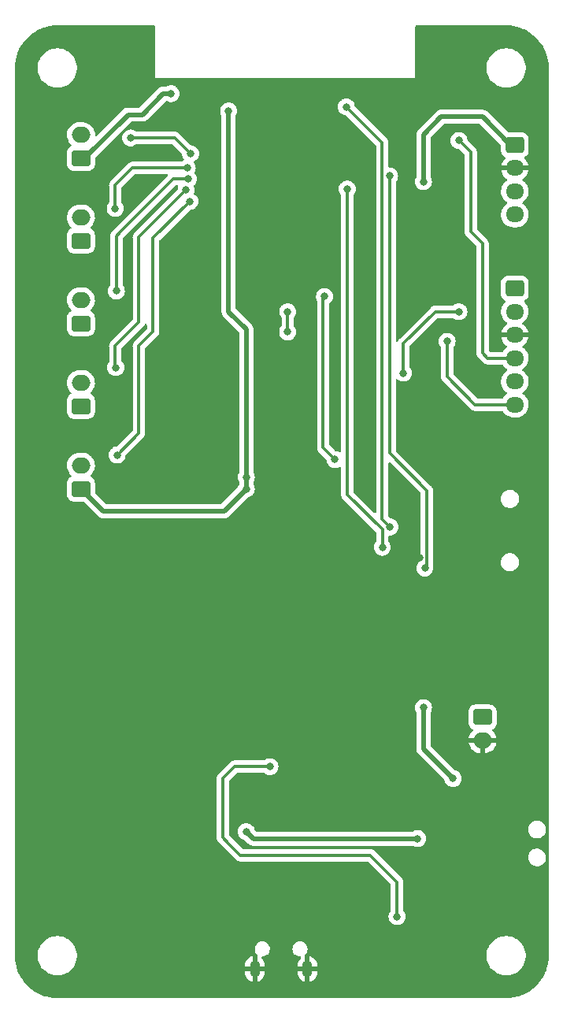
<source format=gbr>
%TF.GenerationSoftware,KiCad,Pcbnew,(6.0.7)*%
%TF.CreationDate,2023-03-03T12:59:51+05:30*%
%TF.ProjectId,ESP32-dev-board,45535033-322d-4646-9576-2d626f617264,rev?*%
%TF.SameCoordinates,Original*%
%TF.FileFunction,Copper,L2,Bot*%
%TF.FilePolarity,Positive*%
%FSLAX46Y46*%
G04 Gerber Fmt 4.6, Leading zero omitted, Abs format (unit mm)*
G04 Created by KiCad (PCBNEW (6.0.7)) date 2023-03-03 12:59:51*
%MOMM*%
%LPD*%
G01*
G04 APERTURE LIST*
G04 Aperture macros list*
%AMRoundRect*
0 Rectangle with rounded corners*
0 $1 Rounding radius*
0 $2 $3 $4 $5 $6 $7 $8 $9 X,Y pos of 4 corners*
0 Add a 4 corners polygon primitive as box body*
4,1,4,$2,$3,$4,$5,$6,$7,$8,$9,$2,$3,0*
0 Add four circle primitives for the rounded corners*
1,1,$1+$1,$2,$3*
1,1,$1+$1,$4,$5*
1,1,$1+$1,$6,$7*
1,1,$1+$1,$8,$9*
0 Add four rect primitives between the rounded corners*
20,1,$1+$1,$2,$3,$4,$5,0*
20,1,$1+$1,$4,$5,$6,$7,0*
20,1,$1+$1,$6,$7,$8,$9,0*
20,1,$1+$1,$8,$9,$2,$3,0*%
G04 Aperture macros list end*
%TA.AperFunction,ComponentPad*%
%ADD10RoundRect,0.250000X0.750000X-0.600000X0.750000X0.600000X-0.750000X0.600000X-0.750000X-0.600000X0*%
%TD*%
%TA.AperFunction,ComponentPad*%
%ADD11O,2.000000X1.700000*%
%TD*%
%TA.AperFunction,ComponentPad*%
%ADD12RoundRect,0.250000X-0.725000X0.600000X-0.725000X-0.600000X0.725000X-0.600000X0.725000X0.600000X0*%
%TD*%
%TA.AperFunction,ComponentPad*%
%ADD13O,1.950000X1.700000*%
%TD*%
%TA.AperFunction,ComponentPad*%
%ADD14O,1.100000X1.800000*%
%TD*%
%TA.AperFunction,ComponentPad*%
%ADD15RoundRect,0.250000X-0.750000X0.600000X-0.750000X-0.600000X0.750000X-0.600000X0.750000X0.600000X0*%
%TD*%
%TA.AperFunction,ViaPad*%
%ADD16C,0.800000*%
%TD*%
%TA.AperFunction,Conductor*%
%ADD17C,0.500000*%
%TD*%
%TA.AperFunction,Conductor*%
%ADD18C,0.300000*%
%TD*%
G04 APERTURE END LIST*
D10*
%TO.P,J3,1,Pin_1*%
%TO.N,+3V3*%
X83177500Y-62845000D03*
D11*
%TO.P,J3,2,Pin_2*%
%TO.N,FS-2*%
X83177500Y-60345000D03*
%TD*%
D10*
%TO.P,J5,1,Pin_1*%
%TO.N,+3V3*%
X83177500Y-71735000D03*
D11*
%TO.P,J5,2,Pin_2*%
%TO.N,FS-3*%
X83177500Y-69235000D03*
%TD*%
D10*
%TO.P,J1,1,Pin_1*%
%TO.N,+3V3*%
X83185000Y-53975000D03*
D11*
%TO.P,J1,2,Pin_2*%
%TO.N,FS-1*%
X83185000Y-51475000D03*
%TD*%
D10*
%TO.P,J4,1,Pin_1*%
%TO.N,+3V3*%
X83177500Y-89515000D03*
D11*
%TO.P,J4,2,Pin_2*%
%TO.N,FS-5*%
X83177500Y-87015000D03*
%TD*%
D12*
%TO.P,J6,1,Pin_1*%
%TO.N,+3V3*%
X129840000Y-52545000D03*
D13*
%TO.P,J6,2,Pin_2*%
%TO.N,GND*%
X129840000Y-55045000D03*
%TO.P,J6,3,Pin_3*%
%TO.N,SCL*%
X129840000Y-57545000D03*
%TO.P,J6,4,Pin_4*%
%TO.N,SDA*%
X129840000Y-60045000D03*
%TD*%
D12*
%TO.P,J7,1,Pin_1*%
%TO.N,+3V3*%
X129840000Y-67985000D03*
D13*
%TO.P,J7,2,Pin_2*%
%TO.N,CTS*%
X129840000Y-70485000D03*
%TO.P,J7,3,Pin_3*%
%TO.N,GND*%
X129840000Y-72985000D03*
%TO.P,J7,4,Pin_4*%
%TO.N,TXD*%
X129840000Y-75485000D03*
%TO.P,J7,5,Pin_5*%
%TO.N,RXD*%
X129840000Y-77985000D03*
%TO.P,J7,6,Pin_6*%
%TO.N,DTR*%
X129840000Y-80485000D03*
%TD*%
D14*
%TO.P,J8,6,Shield*%
%TO.N,GND*%
X101886436Y-141124761D03*
X107536436Y-141124761D03*
%TD*%
D10*
%TO.P,J2,1,Pin_1*%
%TO.N,+3V3*%
X83177500Y-80625000D03*
D11*
%TO.P,J2,2,Pin_2*%
%TO.N,FS-4*%
X83177500Y-78125000D03*
%TD*%
D15*
%TO.P,J9,1,Pin_1*%
%TO.N,VCCQ*%
X126372500Y-114066000D03*
D11*
%TO.P,J9,2,Pin_2*%
%TO.N,GND*%
X126372500Y-116566000D03*
%TD*%
D16*
%TO.N,+3V3*%
X120015000Y-56515000D03*
X100965000Y-89535000D03*
X100965000Y-88265000D03*
X99060000Y-48895000D03*
X92874990Y-47039497D03*
%TO.N,VCCQ*%
X119383022Y-127123742D03*
X100965000Y-126365000D03*
%TO.N,+5V*%
X120015000Y-113030000D03*
X123190000Y-120650000D03*
%TO.N,LED*%
X105410000Y-72649500D03*
X105410000Y-70485000D03*
%TO.N,STAT*%
X117172155Y-135498661D03*
X103505000Y-119380000D03*
%TO.N,FS-1*%
X94970013Y-53495920D03*
X88524820Y-51801562D03*
%TO.N,FS-4*%
X86926470Y-76483135D03*
X94488000Y-57404000D03*
%TO.N,FS-2*%
X94613038Y-55022350D03*
X86869259Y-59380955D03*
%TO.N,FS-5*%
X94895643Y-58617960D03*
X87075164Y-85883754D03*
%TO.N,FS-3*%
X94742629Y-56216368D03*
X86990530Y-68259497D03*
%TO.N,CTS*%
X123825000Y-70485000D03*
X117862168Y-77082832D03*
%TO.N,TXD*%
X123825000Y-52070000D03*
%TO.N,DTR*%
X122555000Y-73660000D03*
%TO.N,CS_SD*%
X109370807Y-68848617D03*
X110490000Y-86360000D03*
%TO.N,SCK*%
X115586227Y-95801961D03*
X111815359Y-57282535D03*
%TO.N,MISO*%
X120165534Y-98032300D03*
X116369500Y-55879999D03*
%TO.N,MOSI*%
X111725643Y-48468897D03*
X116427666Y-93617706D03*
%TO.N,GND*%
X103124000Y-53848000D03*
X86975195Y-79619569D03*
X101950254Y-69019400D03*
X108712000Y-110797922D03*
X83545880Y-99451059D03*
X96422401Y-98652433D03*
X128868509Y-100294169D03*
X104140000Y-53848000D03*
X103076986Y-75646675D03*
X105156000Y-53848000D03*
X107392960Y-109569245D03*
X96132485Y-69038890D03*
X95492342Y-87894189D03*
X106227950Y-67181425D03*
X105156000Y-55880000D03*
X96520000Y-84836000D03*
X77793725Y-99382639D03*
X83576374Y-116632835D03*
X94667004Y-87919662D03*
X113385000Y-124105000D03*
X119913986Y-100365632D03*
X104140000Y-54864000D03*
X111857764Y-124110116D03*
X121058930Y-136118104D03*
X98532263Y-47140736D03*
X104775000Y-121920000D03*
X103124000Y-54864000D03*
X104638369Y-106615033D03*
X105156000Y-54864000D03*
X119840700Y-86784073D03*
X110210000Y-124105000D03*
X128830469Y-86710986D03*
X112194711Y-47127750D03*
X83577483Y-108017632D03*
X100916322Y-120692815D03*
X89760402Y-47088033D03*
X77715514Y-116625609D03*
X77735254Y-107994894D03*
X96139367Y-87364342D03*
X103124000Y-55880000D03*
X119589153Y-96943543D03*
X86995000Y-71373914D03*
X98454549Y-73947113D03*
X86969013Y-89157162D03*
X102367590Y-106615033D03*
X85489798Y-64706569D03*
X104140000Y-55880000D03*
X86988503Y-53538692D03*
X96518531Y-85680248D03*
%TD*%
D17*
%TO.N,+3V3*%
X99060000Y-48895000D02*
X99060000Y-70466800D01*
X100965000Y-72371800D02*
X100965000Y-88265000D01*
X121920000Y-49530000D02*
X120015000Y-51435000D01*
X129840000Y-52545000D02*
X129380000Y-52545000D01*
X83563247Y-53975000D02*
X83185000Y-53975000D01*
X120015000Y-51435000D02*
X120015000Y-56515000D01*
X92025503Y-47039497D02*
X89766938Y-49298062D01*
X92874990Y-47039497D02*
X92025503Y-47039497D01*
X98590263Y-91909737D02*
X85572237Y-91909737D01*
X100965000Y-89535000D02*
X100965000Y-88265000D01*
X126365000Y-49530000D02*
X121920000Y-49530000D01*
X85572237Y-91909737D02*
X83177500Y-89515000D01*
X89766938Y-49298062D02*
X88240185Y-49298062D01*
X129380000Y-52545000D02*
X126365000Y-49530000D01*
X88240185Y-49298062D02*
X83563247Y-53975000D01*
X100965000Y-89535000D02*
X98590263Y-91909737D01*
X99060000Y-70466800D02*
X100965000Y-72371800D01*
%TO.N,VCCQ*%
X101726945Y-127126945D02*
X100965000Y-126365000D01*
X119383022Y-127123742D02*
X119379819Y-127126945D01*
X119379819Y-127126945D02*
X101726945Y-127126945D01*
%TO.N,+5V*%
X120015000Y-117475000D02*
X120015000Y-113030000D01*
X123190000Y-120650000D02*
X120015000Y-117475000D01*
D18*
%TO.N,LED*%
X105410000Y-70485000D02*
X105410000Y-72649500D01*
%TO.N,STAT*%
X99695000Y-119380000D02*
X98425000Y-120650000D01*
X98425000Y-120650000D02*
X98425000Y-127000000D01*
X98425000Y-127000000D02*
X99060000Y-127635000D01*
X103505000Y-119380000D02*
X99695000Y-119380000D01*
X100330000Y-128905000D02*
X114300000Y-128905000D01*
X99060000Y-127635000D02*
X100330000Y-128905000D01*
X114300000Y-128905000D02*
X117172155Y-131777155D01*
X117172155Y-131777155D02*
X117172155Y-135498661D01*
%TO.N,FS-1*%
X93275655Y-51801562D02*
X88524820Y-51801562D01*
X94970013Y-53495920D02*
X93275655Y-51801562D01*
%TO.N,FS-4*%
X94488000Y-57404000D02*
X89408000Y-62484000D01*
X89408000Y-62484000D02*
X89408000Y-71628000D01*
X89408000Y-71628000D02*
X86868000Y-74168000D01*
X86868000Y-74168000D02*
X86868000Y-76424665D01*
X86868000Y-76424665D02*
X86926470Y-76483135D01*
%TO.N,FS-2*%
X86868000Y-59379696D02*
X86869259Y-59380955D01*
X94613038Y-55022350D02*
X88741650Y-55022350D01*
X86868000Y-56896000D02*
X86868000Y-59379696D01*
X88741650Y-55022350D02*
X86868000Y-56896000D01*
%TO.N,FS-5*%
X89408000Y-74168000D02*
X89408000Y-83550918D01*
X89408000Y-83550918D02*
X87075164Y-85883754D01*
X90932000Y-72644000D02*
X89408000Y-74168000D01*
X90932000Y-62581603D02*
X90932000Y-72644000D01*
X94895643Y-58617960D02*
X90932000Y-62581603D01*
%TO.N,FS-3*%
X86990530Y-62361470D02*
X86990530Y-68259497D01*
X87376000Y-61976000D02*
X86990530Y-62361470D01*
X93135632Y-56216368D02*
X87376000Y-61976000D01*
X94742629Y-56216368D02*
X93135632Y-56216368D01*
%TO.N,CTS*%
X117862168Y-73907832D02*
X121285000Y-70485000D01*
X117862168Y-77082832D02*
X117862168Y-73907832D01*
X121285000Y-70485000D02*
X123825000Y-70485000D01*
%TO.N,TXD*%
X126365000Y-74930000D02*
X126920000Y-75485000D01*
X125095000Y-61893342D02*
X126365000Y-63163342D01*
X125095000Y-53340000D02*
X125095000Y-61893342D01*
X123825000Y-52070000D02*
X125095000Y-53340000D01*
X126920000Y-75485000D02*
X129840000Y-75485000D01*
X126365000Y-63163342D02*
X126365000Y-74930000D01*
%TO.N,DTR*%
X122555000Y-77470000D02*
X125570000Y-80485000D01*
X125570000Y-80485000D02*
X129840000Y-80485000D01*
X122555000Y-73660000D02*
X122555000Y-77470000D01*
%TO.N,CS_SD*%
X109220000Y-68999424D02*
X109370807Y-68848617D01*
X110490000Y-86360000D02*
X109220000Y-85090000D01*
X109220000Y-85090000D02*
X109220000Y-68999424D01*
%TO.N,SCK*%
X115586227Y-93907638D02*
X115586227Y-95801961D01*
X111815359Y-90136770D02*
X115586227Y-93907638D01*
X111815359Y-57282535D02*
X111815359Y-90136770D01*
%TO.N,MISO*%
X116369500Y-55879999D02*
X116369500Y-85700790D01*
X120389153Y-97808681D02*
X120165534Y-98032300D01*
X116369500Y-85700790D02*
X120389153Y-89720443D01*
X120389153Y-89720443D02*
X120389153Y-97808681D01*
%TO.N,MOSI*%
X115570000Y-92710000D02*
X115570000Y-92760040D01*
X115570000Y-92760040D02*
X116427666Y-93617706D01*
X115570000Y-52313254D02*
X115570000Y-92710000D01*
X111725643Y-48468897D02*
X115570000Y-52313254D01*
%TD*%
%TA.AperFunction,Conductor*%
%TO.N,GND*%
G36*
X91082121Y-39728502D02*
G01*
X91128614Y-39782158D01*
X91140000Y-39834500D01*
X91140000Y-45395000D01*
X119140000Y-45395000D01*
X119140000Y-44412703D01*
X126795743Y-44412703D01*
X126833268Y-44697734D01*
X126909129Y-44975036D01*
X127021923Y-45239476D01*
X127169561Y-45486161D01*
X127349313Y-45710528D01*
X127557851Y-45908423D01*
X127791317Y-46076186D01*
X127795112Y-46078195D01*
X127795113Y-46078196D01*
X127816869Y-46089715D01*
X128045392Y-46210712D01*
X128069699Y-46219607D01*
X128273217Y-46294084D01*
X128315373Y-46309511D01*
X128596264Y-46370755D01*
X128624841Y-46373004D01*
X128819282Y-46388307D01*
X128819291Y-46388307D01*
X128821739Y-46388500D01*
X128977271Y-46388500D01*
X128979407Y-46388354D01*
X128979418Y-46388354D01*
X129187548Y-46374165D01*
X129187554Y-46374164D01*
X129191825Y-46373873D01*
X129196020Y-46373004D01*
X129196022Y-46373004D01*
X129341437Y-46342890D01*
X129473342Y-46315574D01*
X129744343Y-46219607D01*
X129999812Y-46087750D01*
X130003313Y-46085289D01*
X130003317Y-46085287D01*
X130117418Y-46005095D01*
X130235023Y-45922441D01*
X130445622Y-45726740D01*
X130627713Y-45504268D01*
X130777927Y-45259142D01*
X130893483Y-44995898D01*
X130972244Y-44719406D01*
X131012751Y-44434784D01*
X131012845Y-44416951D01*
X131014235Y-44151583D01*
X131014235Y-44151576D01*
X131014257Y-44147297D01*
X130976732Y-43862266D01*
X130900871Y-43584964D01*
X130788077Y-43320524D01*
X130657400Y-43102178D01*
X130642643Y-43077521D01*
X130642640Y-43077517D01*
X130640439Y-43073839D01*
X130460687Y-42849472D01*
X130252149Y-42651577D01*
X130018683Y-42483814D01*
X129996843Y-42472250D01*
X129973654Y-42459972D01*
X129764608Y-42349288D01*
X129494627Y-42250489D01*
X129213736Y-42189245D01*
X129182685Y-42186801D01*
X128990718Y-42171693D01*
X128990709Y-42171693D01*
X128988261Y-42171500D01*
X128832729Y-42171500D01*
X128830593Y-42171646D01*
X128830582Y-42171646D01*
X128622452Y-42185835D01*
X128622446Y-42185836D01*
X128618175Y-42186127D01*
X128613980Y-42186996D01*
X128613978Y-42186996D01*
X128477416Y-42215277D01*
X128336658Y-42244426D01*
X128065657Y-42340393D01*
X127810188Y-42472250D01*
X127806687Y-42474711D01*
X127806683Y-42474713D01*
X127796594Y-42481804D01*
X127574977Y-42637559D01*
X127364378Y-42833260D01*
X127182287Y-43055732D01*
X127032073Y-43300858D01*
X126916517Y-43564102D01*
X126837756Y-43840594D01*
X126797249Y-44125216D01*
X126797227Y-44129505D01*
X126797226Y-44129512D01*
X126796263Y-44313421D01*
X126795743Y-44412703D01*
X119140000Y-44412703D01*
X119140000Y-39834500D01*
X119160002Y-39766379D01*
X119213658Y-39719886D01*
X119266000Y-39708500D01*
X128855633Y-39708500D01*
X128875018Y-39710000D01*
X128889851Y-39712310D01*
X128889855Y-39712310D01*
X128898724Y-39713691D01*
X128919183Y-39711016D01*
X128941008Y-39710072D01*
X129297937Y-39725656D01*
X129308886Y-39726614D01*
X129693379Y-39777233D01*
X129704205Y-39779142D01*
X130082822Y-39863080D01*
X130093439Y-39865925D01*
X130263702Y-39919608D01*
X130463302Y-39982542D01*
X130473615Y-39986295D01*
X130831932Y-40134715D01*
X130841876Y-40139353D01*
X131185867Y-40318423D01*
X131195387Y-40323919D01*
X131522468Y-40532292D01*
X131531472Y-40538597D01*
X131839138Y-40774678D01*
X131847558Y-40781743D01*
X132133483Y-41043744D01*
X132141256Y-41051517D01*
X132403257Y-41337442D01*
X132410322Y-41345862D01*
X132646403Y-41653528D01*
X132652708Y-41662532D01*
X132861081Y-41989613D01*
X132866576Y-41999132D01*
X132998193Y-42251964D01*
X133045643Y-42343115D01*
X133050285Y-42353068D01*
X133172895Y-42649074D01*
X133198702Y-42711377D01*
X133202458Y-42721698D01*
X133238680Y-42836579D01*
X133319075Y-43091561D01*
X133321920Y-43102178D01*
X133405858Y-43480795D01*
X133407767Y-43491621D01*
X133458386Y-43876114D01*
X133459344Y-43887063D01*
X133470521Y-44143049D01*
X133474603Y-44236552D01*
X133473223Y-44261429D01*
X133471309Y-44273724D01*
X133472473Y-44282626D01*
X133472473Y-44282628D01*
X133475436Y-44305283D01*
X133476500Y-44321621D01*
X133476500Y-139650633D01*
X133475000Y-139670018D01*
X133472690Y-139684851D01*
X133472690Y-139684855D01*
X133471309Y-139693724D01*
X133473984Y-139714183D01*
X133474928Y-139736008D01*
X133465693Y-139947512D01*
X133459344Y-140092936D01*
X133458386Y-140103886D01*
X133407767Y-140488379D01*
X133405858Y-140499205D01*
X133321920Y-140877822D01*
X133319075Y-140888439D01*
X133265392Y-141058702D01*
X133236713Y-141149661D01*
X133202461Y-141258294D01*
X133198705Y-141268615D01*
X133090109Y-141530790D01*
X133050289Y-141626923D01*
X133045647Y-141636876D01*
X132866577Y-141980867D01*
X132861081Y-141990387D01*
X132652708Y-142317468D01*
X132646403Y-142326472D01*
X132410322Y-142634138D01*
X132403257Y-142642558D01*
X132141256Y-142928483D01*
X132133483Y-142936256D01*
X131847558Y-143198257D01*
X131839138Y-143205322D01*
X131531472Y-143441403D01*
X131522468Y-143447708D01*
X131195387Y-143656081D01*
X131185868Y-143661576D01*
X130841876Y-143840647D01*
X130831932Y-143845285D01*
X130473615Y-143993705D01*
X130463302Y-143997458D01*
X130263702Y-144060392D01*
X130093439Y-144114075D01*
X130082822Y-144116920D01*
X129704205Y-144200858D01*
X129693379Y-144202767D01*
X129308886Y-144253386D01*
X129297937Y-144254344D01*
X128948446Y-144269603D01*
X128923571Y-144268223D01*
X128911276Y-144266309D01*
X128902374Y-144267473D01*
X128902372Y-144267473D01*
X128887323Y-144269441D01*
X128879714Y-144270436D01*
X128863379Y-144271500D01*
X80694367Y-144271500D01*
X80674982Y-144270000D01*
X80660149Y-144267690D01*
X80660145Y-144267690D01*
X80651276Y-144266309D01*
X80630817Y-144268984D01*
X80608992Y-144269928D01*
X80252063Y-144254344D01*
X80241114Y-144253386D01*
X79856621Y-144202767D01*
X79845795Y-144200858D01*
X79467178Y-144116920D01*
X79456561Y-144114075D01*
X79286298Y-144060392D01*
X79086698Y-143997458D01*
X79076385Y-143993705D01*
X78718068Y-143845285D01*
X78708124Y-143840647D01*
X78364132Y-143661576D01*
X78354613Y-143656081D01*
X78027532Y-143447708D01*
X78018528Y-143441403D01*
X77710862Y-143205322D01*
X77702442Y-143198257D01*
X77416517Y-142936256D01*
X77408744Y-142928483D01*
X77146743Y-142642558D01*
X77139678Y-142634138D01*
X76903597Y-142326472D01*
X76897292Y-142317468D01*
X76688919Y-141990387D01*
X76683423Y-141980867D01*
X76504353Y-141636876D01*
X76499711Y-141626923D01*
X76459892Y-141530790D01*
X76351295Y-141268615D01*
X76347539Y-141258294D01*
X76313288Y-141149661D01*
X76284608Y-141058702D01*
X76230925Y-140888439D01*
X76228080Y-140877822D01*
X76144142Y-140499205D01*
X76142233Y-140488379D01*
X76091614Y-140103886D01*
X76090656Y-140092936D01*
X76084307Y-139947512D01*
X76079294Y-139832703D01*
X78535743Y-139832703D01*
X78573268Y-140117734D01*
X78649129Y-140395036D01*
X78761923Y-140659476D01*
X78773693Y-140679142D01*
X78898955Y-140888439D01*
X78909561Y-140906161D01*
X79089313Y-141130528D01*
X79297851Y-141328423D01*
X79531317Y-141496186D01*
X79535112Y-141498195D01*
X79535113Y-141498196D01*
X79556869Y-141509715D01*
X79785392Y-141630712D01*
X80055373Y-141729511D01*
X80336264Y-141790755D01*
X80364841Y-141793004D01*
X80559282Y-141808307D01*
X80559291Y-141808307D01*
X80561739Y-141808500D01*
X80717271Y-141808500D01*
X80719407Y-141808354D01*
X80719418Y-141808354D01*
X80927548Y-141794165D01*
X80927554Y-141794164D01*
X80931825Y-141793873D01*
X80936020Y-141793004D01*
X80936022Y-141793004D01*
X81072583Y-141764724D01*
X81213342Y-141735574D01*
X81484343Y-141639607D01*
X81708551Y-141523885D01*
X100828436Y-141523885D01*
X100828737Y-141530033D01*
X100842963Y-141675122D01*
X100845346Y-141687157D01*
X100901753Y-141873984D01*
X100906428Y-141885326D01*
X100998048Y-142057640D01*
X101004835Y-142067856D01*
X101128183Y-142219096D01*
X101136827Y-142227800D01*
X101287199Y-142352199D01*
X101297367Y-142359058D01*
X101469043Y-142451882D01*
X101480343Y-142456632D01*
X101615129Y-142498356D01*
X101629231Y-142498562D01*
X101632436Y-142491806D01*
X101632436Y-142484808D01*
X102140436Y-142484808D01*
X102144409Y-142498339D01*
X102152204Y-142499459D01*
X102278778Y-142462207D01*
X102290146Y-142457614D01*
X102463102Y-142367195D01*
X102473364Y-142360479D01*
X102625456Y-142238193D01*
X102634222Y-142229609D01*
X102759672Y-142080105D01*
X102766596Y-142069994D01*
X102860620Y-141898963D01*
X102865448Y-141887699D01*
X102924461Y-141701666D01*
X102927009Y-141689677D01*
X102944043Y-141537814D01*
X102944436Y-141530790D01*
X102944436Y-141523885D01*
X106478436Y-141523885D01*
X106478737Y-141530033D01*
X106492963Y-141675122D01*
X106495346Y-141687157D01*
X106551753Y-141873984D01*
X106556428Y-141885326D01*
X106648048Y-142057640D01*
X106654835Y-142067856D01*
X106778183Y-142219096D01*
X106786827Y-142227800D01*
X106937199Y-142352199D01*
X106947367Y-142359058D01*
X107119043Y-142451882D01*
X107130343Y-142456632D01*
X107265129Y-142498356D01*
X107279231Y-142498562D01*
X107282436Y-142491806D01*
X107282436Y-142484808D01*
X107790436Y-142484808D01*
X107794409Y-142498339D01*
X107802204Y-142499459D01*
X107928778Y-142462207D01*
X107940146Y-142457614D01*
X108113102Y-142367195D01*
X108123364Y-142360479D01*
X108275456Y-142238193D01*
X108284222Y-142229609D01*
X108409672Y-142080105D01*
X108416596Y-142069994D01*
X108510620Y-141898963D01*
X108515448Y-141887699D01*
X108574461Y-141701666D01*
X108577009Y-141689677D01*
X108594043Y-141537814D01*
X108594436Y-141530790D01*
X108594436Y-141396876D01*
X108589961Y-141381637D01*
X108588571Y-141380432D01*
X108580888Y-141378761D01*
X107808551Y-141378761D01*
X107793312Y-141383236D01*
X107792107Y-141384626D01*
X107790436Y-141392309D01*
X107790436Y-142484808D01*
X107282436Y-142484808D01*
X107282436Y-141396876D01*
X107277961Y-141381637D01*
X107276571Y-141380432D01*
X107268888Y-141378761D01*
X106496551Y-141378761D01*
X106481312Y-141383236D01*
X106480107Y-141384626D01*
X106478436Y-141392309D01*
X106478436Y-141523885D01*
X102944436Y-141523885D01*
X102944436Y-141396876D01*
X102939961Y-141381637D01*
X102938571Y-141380432D01*
X102930888Y-141378761D01*
X102158551Y-141378761D01*
X102143312Y-141383236D01*
X102142107Y-141384626D01*
X102140436Y-141392309D01*
X102140436Y-142484808D01*
X101632436Y-142484808D01*
X101632436Y-141396876D01*
X101627961Y-141381637D01*
X101626571Y-141380432D01*
X101618888Y-141378761D01*
X100846551Y-141378761D01*
X100831312Y-141383236D01*
X100830107Y-141384626D01*
X100828436Y-141392309D01*
X100828436Y-141523885D01*
X81708551Y-141523885D01*
X81739812Y-141507750D01*
X81743313Y-141505289D01*
X81743317Y-141505287D01*
X81915000Y-141384626D01*
X81975023Y-141342441D01*
X82185622Y-141146740D01*
X82367713Y-140924268D01*
X82411603Y-140852646D01*
X100828436Y-140852646D01*
X100832911Y-140867885D01*
X100834301Y-140869090D01*
X100841984Y-140870761D01*
X101614321Y-140870761D01*
X101629560Y-140866286D01*
X101630765Y-140864896D01*
X101632436Y-140857213D01*
X101632436Y-139764714D01*
X101628463Y-139751183D01*
X101620668Y-139750063D01*
X101494094Y-139787315D01*
X101482726Y-139791908D01*
X101309770Y-139882327D01*
X101299508Y-139889043D01*
X101147416Y-140011329D01*
X101138650Y-140019913D01*
X101013200Y-140169417D01*
X101006276Y-140179528D01*
X100912252Y-140350559D01*
X100907424Y-140361823D01*
X100848411Y-140547856D01*
X100845863Y-140559845D01*
X100828829Y-140711708D01*
X100828436Y-140718732D01*
X100828436Y-140852646D01*
X82411603Y-140852646D01*
X82517927Y-140679142D01*
X82633483Y-140415898D01*
X82712244Y-140139406D01*
X82752751Y-139854784D01*
X82752845Y-139836951D01*
X82754235Y-139571583D01*
X82754235Y-139571576D01*
X82754257Y-139567297D01*
X82742195Y-139475673D01*
X82722646Y-139327186D01*
X82716732Y-139282266D01*
X82640871Y-139004964D01*
X82627424Y-138973437D01*
X82625566Y-138969081D01*
X101872840Y-138969081D01*
X101873576Y-138976084D01*
X101873576Y-138976085D01*
X101876197Y-139001016D01*
X101891800Y-139149473D01*
X101950254Y-139321182D01*
X102045298Y-139475673D01*
X102050229Y-139480708D01*
X102050231Y-139480711D01*
X102093316Y-139524708D01*
X102139495Y-139571863D01*
X102172865Y-139634527D01*
X102167059Y-139705286D01*
X102159278Y-139715456D01*
X102160264Y-139715924D01*
X102140436Y-139757716D01*
X102140436Y-140852646D01*
X102144911Y-140867885D01*
X102146301Y-140869090D01*
X102153984Y-140870761D01*
X102926321Y-140870761D01*
X102941560Y-140866286D01*
X102942765Y-140864896D01*
X102944436Y-140857213D01*
X102944436Y-140725637D01*
X102944135Y-140719489D01*
X102929909Y-140574400D01*
X102927526Y-140562365D01*
X102871119Y-140375538D01*
X102866444Y-140364196D01*
X102774824Y-140191882D01*
X102768037Y-140181666D01*
X102644689Y-140030426D01*
X102636046Y-140021723D01*
X102617458Y-140006346D01*
X102577719Y-139947512D01*
X102576097Y-139876534D01*
X102613106Y-139815947D01*
X102676997Y-139784986D01*
X102697773Y-139783261D01*
X102732046Y-139783261D01*
X102866691Y-139768158D01*
X102881058Y-139763155D01*
X103031330Y-139710825D01*
X103031333Y-139710823D01*
X103037988Y-139708506D01*
X103045958Y-139703526D01*
X103185838Y-139616120D01*
X103191812Y-139612387D01*
X103237218Y-139567297D01*
X103315521Y-139489539D01*
X103315524Y-139489535D01*
X103320518Y-139484576D01*
X103417709Y-139331427D01*
X103441419Y-139264841D01*
X103476193Y-139167186D01*
X103476194Y-139167181D01*
X103478555Y-139160551D01*
X103500032Y-138980441D01*
X103498838Y-138969081D01*
X105922840Y-138969081D01*
X105923576Y-138976084D01*
X105923576Y-138976085D01*
X105926197Y-139001016D01*
X105941800Y-139149473D01*
X106000254Y-139321182D01*
X106095298Y-139475673D01*
X106100229Y-139480708D01*
X106100231Y-139480711D01*
X106180863Y-139563049D01*
X106222207Y-139605268D01*
X106374674Y-139703526D01*
X106381294Y-139705935D01*
X106381297Y-139705937D01*
X106538502Y-139763155D01*
X106545121Y-139765564D01*
X106685205Y-139783261D01*
X106723279Y-139783261D01*
X106791400Y-139803263D01*
X106837893Y-139856919D01*
X106847997Y-139927193D01*
X106818503Y-139991773D01*
X106802233Y-140007456D01*
X106797413Y-140011331D01*
X106788650Y-140019913D01*
X106663200Y-140169417D01*
X106656276Y-140179528D01*
X106562252Y-140350559D01*
X106557424Y-140361823D01*
X106498411Y-140547856D01*
X106495863Y-140559845D01*
X106478829Y-140711708D01*
X106478436Y-140718732D01*
X106478436Y-140852646D01*
X106482911Y-140867885D01*
X106484301Y-140869090D01*
X106491984Y-140870761D01*
X107264321Y-140870761D01*
X107279560Y-140866286D01*
X107280765Y-140864896D01*
X107282436Y-140857213D01*
X107282436Y-140852646D01*
X107790436Y-140852646D01*
X107794911Y-140867885D01*
X107796301Y-140869090D01*
X107803984Y-140870761D01*
X108576321Y-140870761D01*
X108591560Y-140866286D01*
X108592765Y-140864896D01*
X108594436Y-140857213D01*
X108594436Y-140725637D01*
X108594135Y-140719489D01*
X108579909Y-140574400D01*
X108577526Y-140562365D01*
X108521119Y-140375538D01*
X108516444Y-140364196D01*
X108424824Y-140191882D01*
X108418037Y-140181666D01*
X108294689Y-140030426D01*
X108286045Y-140021722D01*
X108135673Y-139897323D01*
X108125505Y-139890464D01*
X108018677Y-139832703D01*
X126795743Y-139832703D01*
X126833268Y-140117734D01*
X126909129Y-140395036D01*
X127021923Y-140659476D01*
X127033693Y-140679142D01*
X127158955Y-140888439D01*
X127169561Y-140906161D01*
X127349313Y-141130528D01*
X127557851Y-141328423D01*
X127791317Y-141496186D01*
X127795112Y-141498195D01*
X127795113Y-141498196D01*
X127816869Y-141509715D01*
X128045392Y-141630712D01*
X128315373Y-141729511D01*
X128596264Y-141790755D01*
X128624841Y-141793004D01*
X128819282Y-141808307D01*
X128819291Y-141808307D01*
X128821739Y-141808500D01*
X128977271Y-141808500D01*
X128979407Y-141808354D01*
X128979418Y-141808354D01*
X129187548Y-141794165D01*
X129187554Y-141794164D01*
X129191825Y-141793873D01*
X129196020Y-141793004D01*
X129196022Y-141793004D01*
X129332583Y-141764724D01*
X129473342Y-141735574D01*
X129744343Y-141639607D01*
X129999812Y-141507750D01*
X130003313Y-141505289D01*
X130003317Y-141505287D01*
X130175000Y-141384626D01*
X130235023Y-141342441D01*
X130445622Y-141146740D01*
X130627713Y-140924268D01*
X130777927Y-140679142D01*
X130893483Y-140415898D01*
X130972244Y-140139406D01*
X131012751Y-139854784D01*
X131012845Y-139836951D01*
X131014235Y-139571583D01*
X131014235Y-139571576D01*
X131014257Y-139567297D01*
X131002195Y-139475673D01*
X130982646Y-139327186D01*
X130976732Y-139282266D01*
X130900871Y-139004964D01*
X130887424Y-138973437D01*
X130789763Y-138744476D01*
X130789761Y-138744472D01*
X130788077Y-138740524D01*
X130640439Y-138493839D01*
X130460687Y-138269472D01*
X130252149Y-138071577D01*
X130018683Y-137903814D01*
X129996843Y-137892250D01*
X129973654Y-137879972D01*
X129764608Y-137769288D01*
X129494627Y-137670489D01*
X129213736Y-137609245D01*
X129182685Y-137606801D01*
X128990718Y-137591693D01*
X128990709Y-137591693D01*
X128988261Y-137591500D01*
X128832729Y-137591500D01*
X128830593Y-137591646D01*
X128830582Y-137591646D01*
X128622452Y-137605835D01*
X128622446Y-137605836D01*
X128618175Y-137606127D01*
X128613980Y-137606996D01*
X128613978Y-137606996D01*
X128477416Y-137635277D01*
X128336658Y-137664426D01*
X128065657Y-137760393D01*
X127810188Y-137892250D01*
X127806687Y-137894711D01*
X127806683Y-137894713D01*
X127796594Y-137901804D01*
X127574977Y-138057559D01*
X127559892Y-138071577D01*
X127373534Y-138244752D01*
X127364378Y-138253260D01*
X127182287Y-138475732D01*
X127032073Y-138720858D01*
X126916517Y-138984102D01*
X126837756Y-139260594D01*
X126797249Y-139545216D01*
X126797227Y-139549505D01*
X126797226Y-139549512D01*
X126795765Y-139828417D01*
X126795743Y-139832703D01*
X108018677Y-139832703D01*
X107953829Y-139797640D01*
X107942529Y-139792890D01*
X107807743Y-139751166D01*
X107793641Y-139750960D01*
X107790436Y-139757716D01*
X107790436Y-140852646D01*
X107282436Y-140852646D01*
X107282436Y-139764714D01*
X107274379Y-139737274D01*
X107249189Y-139698079D01*
X107249188Y-139627083D01*
X107281301Y-139573173D01*
X107365521Y-139489539D01*
X107365524Y-139489535D01*
X107370518Y-139484576D01*
X107467709Y-139331427D01*
X107491419Y-139264841D01*
X107526193Y-139167186D01*
X107526194Y-139167181D01*
X107528555Y-139160551D01*
X107550032Y-138980441D01*
X107531072Y-138800049D01*
X107472618Y-138628340D01*
X107434186Y-138565870D01*
X107381270Y-138479856D01*
X107381268Y-138479853D01*
X107377574Y-138473849D01*
X107372643Y-138468814D01*
X107372641Y-138468811D01*
X107255593Y-138349286D01*
X107255592Y-138349285D01*
X107250665Y-138344254D01*
X107098198Y-138245996D01*
X107091578Y-138243587D01*
X107091575Y-138243585D01*
X106934370Y-138186367D01*
X106934369Y-138186367D01*
X106927751Y-138183958D01*
X106787667Y-138166261D01*
X106690826Y-138166261D01*
X106556181Y-138181364D01*
X106549528Y-138183681D01*
X106549527Y-138183681D01*
X106391542Y-138238697D01*
X106391539Y-138238699D01*
X106384884Y-138241016D01*
X106378905Y-138244752D01*
X106370803Y-138249815D01*
X106231060Y-138337135D01*
X106226064Y-138342096D01*
X106226063Y-138342097D01*
X106107351Y-138459983D01*
X106107348Y-138459987D01*
X106102354Y-138464946D01*
X106098580Y-138470892D01*
X106098579Y-138470894D01*
X106096704Y-138473849D01*
X106005163Y-138618095D01*
X106002798Y-138624737D01*
X105946679Y-138782336D01*
X105946678Y-138782341D01*
X105944317Y-138788971D01*
X105922840Y-138969081D01*
X103498838Y-138969081D01*
X103481072Y-138800049D01*
X103422618Y-138628340D01*
X103384186Y-138565870D01*
X103331270Y-138479856D01*
X103331268Y-138479853D01*
X103327574Y-138473849D01*
X103322643Y-138468814D01*
X103322641Y-138468811D01*
X103205593Y-138349286D01*
X103205592Y-138349285D01*
X103200665Y-138344254D01*
X103048198Y-138245996D01*
X103041578Y-138243587D01*
X103041575Y-138243585D01*
X102884370Y-138186367D01*
X102884369Y-138186367D01*
X102877751Y-138183958D01*
X102737667Y-138166261D01*
X102640826Y-138166261D01*
X102506181Y-138181364D01*
X102499528Y-138183681D01*
X102499527Y-138183681D01*
X102341542Y-138238697D01*
X102341539Y-138238699D01*
X102334884Y-138241016D01*
X102328905Y-138244752D01*
X102320803Y-138249815D01*
X102181060Y-138337135D01*
X102176064Y-138342096D01*
X102176063Y-138342097D01*
X102057351Y-138459983D01*
X102057348Y-138459987D01*
X102052354Y-138464946D01*
X102048580Y-138470892D01*
X102048579Y-138470894D01*
X102046704Y-138473849D01*
X101955163Y-138618095D01*
X101952798Y-138624737D01*
X101896679Y-138782336D01*
X101896678Y-138782341D01*
X101894317Y-138788971D01*
X101872840Y-138969081D01*
X82625566Y-138969081D01*
X82529763Y-138744476D01*
X82529761Y-138744472D01*
X82528077Y-138740524D01*
X82380439Y-138493839D01*
X82200687Y-138269472D01*
X81992149Y-138071577D01*
X81758683Y-137903814D01*
X81736843Y-137892250D01*
X81713654Y-137879972D01*
X81504608Y-137769288D01*
X81234627Y-137670489D01*
X80953736Y-137609245D01*
X80922685Y-137606801D01*
X80730718Y-137591693D01*
X80730709Y-137591693D01*
X80728261Y-137591500D01*
X80572729Y-137591500D01*
X80570593Y-137591646D01*
X80570582Y-137591646D01*
X80362452Y-137605835D01*
X80362446Y-137605836D01*
X80358175Y-137606127D01*
X80353980Y-137606996D01*
X80353978Y-137606996D01*
X80217416Y-137635277D01*
X80076658Y-137664426D01*
X79805657Y-137760393D01*
X79550188Y-137892250D01*
X79546687Y-137894711D01*
X79546683Y-137894713D01*
X79536594Y-137901804D01*
X79314977Y-138057559D01*
X79299892Y-138071577D01*
X79113534Y-138244752D01*
X79104378Y-138253260D01*
X78922287Y-138475732D01*
X78772073Y-138720858D01*
X78656517Y-138984102D01*
X78577756Y-139260594D01*
X78537249Y-139545216D01*
X78537227Y-139549505D01*
X78537226Y-139549512D01*
X78535765Y-139828417D01*
X78535743Y-139832703D01*
X76079294Y-139832703D01*
X76075561Y-139747206D01*
X76077188Y-139720805D01*
X76077769Y-139717352D01*
X76077770Y-139717345D01*
X76078576Y-139712552D01*
X76078729Y-139700000D01*
X76074773Y-139672376D01*
X76073500Y-139654514D01*
X76073500Y-120629152D01*
X97761594Y-120629152D01*
X97762340Y-120637043D01*
X97765941Y-120675138D01*
X97766500Y-120686996D01*
X97766500Y-126917944D01*
X97765941Y-126929800D01*
X97764212Y-126937537D01*
X97764461Y-126945459D01*
X97766438Y-127008369D01*
X97766500Y-127012327D01*
X97766500Y-127041432D01*
X97767056Y-127045832D01*
X97767988Y-127057664D01*
X97769438Y-127103831D01*
X97773316Y-127117177D01*
X97775419Y-127124416D01*
X97779430Y-127143782D01*
X97782118Y-127165064D01*
X97785034Y-127172429D01*
X97785035Y-127172433D01*
X97799126Y-127208021D01*
X97802965Y-127219231D01*
X97815855Y-127263600D01*
X97826775Y-127282065D01*
X97835466Y-127299805D01*
X97843365Y-127319756D01*
X97870516Y-127357126D01*
X97877033Y-127367048D01*
X97896507Y-127399977D01*
X97896510Y-127399981D01*
X97900547Y-127406807D01*
X97915711Y-127421971D01*
X97928551Y-127437004D01*
X97941159Y-127454357D01*
X97976752Y-127483802D01*
X97985532Y-127491792D01*
X99806345Y-129312605D01*
X99814335Y-129321385D01*
X99818584Y-129328080D01*
X99824362Y-129333506D01*
X99824363Y-129333507D01*
X99870257Y-129376604D01*
X99873099Y-129379359D01*
X99893667Y-129399927D01*
X99897170Y-129402644D01*
X99906195Y-129410352D01*
X99939867Y-129441972D01*
X99946812Y-129445790D01*
X99946816Y-129445793D01*
X99958653Y-129452300D01*
X99975181Y-129463156D01*
X99992131Y-129476304D01*
X100034545Y-129494659D01*
X100045183Y-129499871D01*
X100085663Y-129522124D01*
X100093340Y-129524095D01*
X100093345Y-129524097D01*
X100106426Y-129527455D01*
X100125134Y-129533860D01*
X100144823Y-129542380D01*
X100152649Y-129543619D01*
X100152651Y-129543620D01*
X100177159Y-129547501D01*
X100190459Y-129549608D01*
X100202070Y-129552012D01*
X100233107Y-129559981D01*
X100239135Y-129561529D01*
X100239136Y-129561529D01*
X100246812Y-129563500D01*
X100268258Y-129563500D01*
X100287968Y-129565051D01*
X100301322Y-129567166D01*
X100301323Y-129567166D01*
X100309152Y-129568406D01*
X100355141Y-129564059D01*
X100366996Y-129563500D01*
X113975050Y-129563500D01*
X114043171Y-129583502D01*
X114064145Y-129600405D01*
X116476750Y-132013010D01*
X116510776Y-132075322D01*
X116513655Y-132102105D01*
X116513655Y-134823902D01*
X116493653Y-134892023D01*
X116481291Y-134908212D01*
X116433115Y-134961717D01*
X116337628Y-135127105D01*
X116278613Y-135308733D01*
X116258651Y-135498661D01*
X116278613Y-135688589D01*
X116337628Y-135870217D01*
X116433115Y-136035605D01*
X116560902Y-136177527D01*
X116715403Y-136289779D01*
X116721431Y-136292463D01*
X116721433Y-136292464D01*
X116883836Y-136364770D01*
X116889867Y-136367455D01*
X116983267Y-136387308D01*
X117070211Y-136405789D01*
X117070216Y-136405789D01*
X117076668Y-136407161D01*
X117267642Y-136407161D01*
X117274094Y-136405789D01*
X117274099Y-136405789D01*
X117361043Y-136387308D01*
X117454443Y-136367455D01*
X117460474Y-136364770D01*
X117622877Y-136292464D01*
X117622879Y-136292463D01*
X117628907Y-136289779D01*
X117783408Y-136177527D01*
X117911195Y-136035605D01*
X118006682Y-135870217D01*
X118065697Y-135688589D01*
X118085659Y-135498661D01*
X118065697Y-135308733D01*
X118006682Y-135127105D01*
X117911195Y-134961717D01*
X117863019Y-134908212D01*
X117832301Y-134844205D01*
X117830655Y-134823902D01*
X117830655Y-131859215D01*
X117831214Y-131847358D01*
X117832944Y-131839618D01*
X117830717Y-131768754D01*
X117830655Y-131764796D01*
X117830655Y-131735723D01*
X117830102Y-131731344D01*
X117829169Y-131719501D01*
X117827967Y-131681244D01*
X117827967Y-131681243D01*
X117827718Y-131673324D01*
X117821734Y-131652726D01*
X117817726Y-131633373D01*
X117817287Y-131629898D01*
X117815037Y-131612091D01*
X117798030Y-131569137D01*
X117794184Y-131557902D01*
X117783513Y-131521171D01*
X117783512Y-131521168D01*
X117781300Y-131513555D01*
X117770380Y-131495090D01*
X117761689Y-131477350D01*
X117753790Y-131457399D01*
X117726637Y-131420026D01*
X117720122Y-131410107D01*
X117700648Y-131377178D01*
X117700645Y-131377174D01*
X117696608Y-131370348D01*
X117681444Y-131355184D01*
X117668603Y-131340150D01*
X117660656Y-131329212D01*
X117655996Y-131322798D01*
X117620402Y-131293352D01*
X117611623Y-131285363D01*
X115508324Y-129182064D01*
X131251536Y-129182064D01*
X131280654Y-129374599D01*
X131282857Y-129380585D01*
X131282858Y-129380591D01*
X131345689Y-129551360D01*
X131345691Y-129551365D01*
X131347892Y-129557346D01*
X131450503Y-129722840D01*
X131584295Y-129864322D01*
X131743804Y-129976011D01*
X131749667Y-129978548D01*
X131916654Y-130050810D01*
X131916658Y-130050811D01*
X131922513Y-130053345D01*
X131928760Y-130054650D01*
X131928763Y-130054651D01*
X132108386Y-130092176D01*
X132108391Y-130092177D01*
X132113122Y-130093165D01*
X132119514Y-130093500D01*
X132262492Y-130093500D01*
X132331780Y-130086462D01*
X132401207Y-130079410D01*
X132401208Y-130079410D01*
X132407556Y-130078765D01*
X132488672Y-130053345D01*
X132587280Y-130022444D01*
X132587285Y-130022442D01*
X132593370Y-130020535D01*
X132680304Y-129972346D01*
X132758100Y-129929223D01*
X132758103Y-129929221D01*
X132763679Y-129926130D01*
X132768520Y-129921981D01*
X132768524Y-129921978D01*
X132906684Y-129803560D01*
X132911527Y-129799409D01*
X133030875Y-129645547D01*
X133069444Y-129567166D01*
X133114029Y-129476556D01*
X133116847Y-129470829D01*
X133118457Y-129464649D01*
X133164321Y-129288575D01*
X133164321Y-129288572D01*
X133165931Y-129282393D01*
X133176122Y-129087936D01*
X133147004Y-128895401D01*
X133144801Y-128889415D01*
X133144800Y-128889409D01*
X133081969Y-128718640D01*
X133081967Y-128718635D01*
X133079766Y-128712654D01*
X132977155Y-128547160D01*
X132850175Y-128412881D01*
X132847748Y-128410315D01*
X132843363Y-128405678D01*
X132768017Y-128352920D01*
X132689088Y-128297654D01*
X132683854Y-128293989D01*
X132600658Y-128257987D01*
X132511004Y-128219190D01*
X132511000Y-128219189D01*
X132505145Y-128216655D01*
X132498898Y-128215350D01*
X132498895Y-128215349D01*
X132319272Y-128177824D01*
X132319267Y-128177823D01*
X132314536Y-128176835D01*
X132308144Y-128176500D01*
X132165166Y-128176500D01*
X132095878Y-128183538D01*
X132026451Y-128190590D01*
X132026450Y-128190590D01*
X132020102Y-128191235D01*
X131963768Y-128208889D01*
X131840378Y-128247556D01*
X131840373Y-128247558D01*
X131834288Y-128249465D01*
X131764994Y-128287876D01*
X131669558Y-128340777D01*
X131669555Y-128340779D01*
X131663979Y-128343870D01*
X131659138Y-128348019D01*
X131659134Y-128348022D01*
X131559527Y-128433396D01*
X131516131Y-128470591D01*
X131512220Y-128475633D01*
X131512219Y-128475634D01*
X131460332Y-128542526D01*
X131396783Y-128624453D01*
X131393967Y-128630176D01*
X131393965Y-128630179D01*
X131350437Y-128718640D01*
X131310811Y-128799171D01*
X131309202Y-128805349D01*
X131309201Y-128805351D01*
X131287306Y-128889409D01*
X131261727Y-128987607D01*
X131251536Y-129182064D01*
X115508324Y-129182064D01*
X114823655Y-128497395D01*
X114815665Y-128488615D01*
X114815663Y-128488613D01*
X114811416Y-128481920D01*
X114794932Y-128466440D01*
X114759743Y-128433396D01*
X114756901Y-128430641D01*
X114736333Y-128410073D01*
X114732826Y-128407353D01*
X114723804Y-128399647D01*
X114695913Y-128373456D01*
X114690133Y-128368028D01*
X114683181Y-128364206D01*
X114671342Y-128357697D01*
X114654818Y-128346843D01*
X114644132Y-128338555D01*
X114637868Y-128333696D01*
X114630596Y-128330549D01*
X114630594Y-128330548D01*
X114595465Y-128315346D01*
X114584805Y-128310124D01*
X114551284Y-128291695D01*
X114551282Y-128291694D01*
X114544337Y-128287876D01*
X114523559Y-128282541D01*
X114504869Y-128276142D01*
X114485176Y-128267620D01*
X114439552Y-128260394D01*
X114427929Y-128257987D01*
X114394736Y-128249465D01*
X114383188Y-128246500D01*
X114361741Y-128246500D01*
X114342031Y-128244949D01*
X114328677Y-128242834D01*
X114320848Y-128241594D01*
X114274859Y-128245941D01*
X114263004Y-128246500D01*
X100654949Y-128246500D01*
X100586828Y-128226498D01*
X100565854Y-128209595D01*
X100048269Y-127692009D01*
X99120405Y-126764145D01*
X99086379Y-126701833D01*
X99083500Y-126675050D01*
X99083500Y-126365000D01*
X100051496Y-126365000D01*
X100071458Y-126554928D01*
X100130473Y-126736556D01*
X100133776Y-126742278D01*
X100133777Y-126742279D01*
X100163850Y-126794366D01*
X100225960Y-126901944D01*
X100230378Y-126906851D01*
X100230379Y-126906852D01*
X100347993Y-127037476D01*
X100353747Y-127043866D01*
X100446761Y-127111445D01*
X100477730Y-127133945D01*
X100508248Y-127156118D01*
X100514276Y-127158802D01*
X100514278Y-127158803D01*
X100676681Y-127231109D01*
X100682712Y-127233794D01*
X100689167Y-127235166D01*
X100689176Y-127235169D01*
X100745772Y-127247199D01*
X100808669Y-127281350D01*
X101143175Y-127615856D01*
X101155561Y-127630268D01*
X101164094Y-127641863D01*
X101164099Y-127641868D01*
X101168437Y-127647763D01*
X101174015Y-127652502D01*
X101174018Y-127652505D01*
X101208713Y-127681980D01*
X101216229Y-127688910D01*
X101221924Y-127694605D01*
X101224806Y-127696885D01*
X101244196Y-127712226D01*
X101247600Y-127715017D01*
X101297648Y-127757536D01*
X101303230Y-127762278D01*
X101309746Y-127765606D01*
X101314795Y-127768973D01*
X101319924Y-127772140D01*
X101325661Y-127776679D01*
X101391820Y-127807600D01*
X101395714Y-127809503D01*
X101460753Y-127842714D01*
X101467861Y-127844453D01*
X101473504Y-127846552D01*
X101479267Y-127848469D01*
X101485895Y-127851567D01*
X101493057Y-127853057D01*
X101493058Y-127853057D01*
X101557357Y-127866431D01*
X101561641Y-127867401D01*
X101632555Y-127884753D01*
X101638157Y-127885101D01*
X101638160Y-127885101D01*
X101643709Y-127885445D01*
X101643707Y-127885481D01*
X101647700Y-127885720D01*
X101651892Y-127886094D01*
X101659060Y-127887585D01*
X101736465Y-127885491D01*
X101739873Y-127885445D01*
X118844844Y-127885445D01*
X118912965Y-127905447D01*
X118918906Y-127909509D01*
X118926270Y-127914860D01*
X118932298Y-127917544D01*
X118932300Y-127917545D01*
X119094703Y-127989851D01*
X119100734Y-127992536D01*
X119194135Y-128012389D01*
X119281078Y-128030870D01*
X119281083Y-128030870D01*
X119287535Y-128032242D01*
X119478509Y-128032242D01*
X119484961Y-128030870D01*
X119484966Y-128030870D01*
X119571909Y-128012389D01*
X119665310Y-127992536D01*
X119671341Y-127989851D01*
X119833744Y-127917545D01*
X119833746Y-127917544D01*
X119839774Y-127914860D01*
X119994275Y-127802608D01*
X120096649Y-127688910D01*
X120117643Y-127665594D01*
X120117644Y-127665593D01*
X120122062Y-127660686D01*
X120217549Y-127495298D01*
X120276564Y-127313670D01*
X120278990Y-127290593D01*
X120295836Y-127130307D01*
X120296526Y-127123742D01*
X120293600Y-127095906D01*
X120277254Y-126940377D01*
X120277254Y-126940375D01*
X120276564Y-126933814D01*
X120217549Y-126752186D01*
X120203282Y-126727474D01*
X120125363Y-126592516D01*
X120122062Y-126586798D01*
X119994275Y-126444876D01*
X119839774Y-126332624D01*
X119833746Y-126329940D01*
X119833744Y-126329939D01*
X119671341Y-126257633D01*
X119671340Y-126257633D01*
X119665310Y-126254948D01*
X119571909Y-126235095D01*
X119484966Y-126216614D01*
X119484961Y-126216614D01*
X119478509Y-126215242D01*
X119287535Y-126215242D01*
X119281083Y-126216614D01*
X119281078Y-126216614D01*
X119194135Y-126235095D01*
X119100734Y-126254948D01*
X119094704Y-126257633D01*
X119094703Y-126257633D01*
X118932300Y-126329939D01*
X118932298Y-126329940D01*
X118926270Y-126332624D01*
X118920929Y-126336504D01*
X118920928Y-126336505D01*
X118910088Y-126344381D01*
X118843221Y-126368239D01*
X118836027Y-126368445D01*
X102093316Y-126368445D01*
X102025195Y-126348443D01*
X102004221Y-126331540D01*
X101885125Y-126212444D01*
X101866508Y-126182064D01*
X131251536Y-126182064D01*
X131280654Y-126374599D01*
X131282857Y-126380585D01*
X131282858Y-126380591D01*
X131345689Y-126551360D01*
X131345691Y-126551365D01*
X131347892Y-126557346D01*
X131450503Y-126722840D01*
X131584295Y-126864322D01*
X131743804Y-126976011D01*
X131749667Y-126978548D01*
X131916654Y-127050810D01*
X131916658Y-127050811D01*
X131922513Y-127053345D01*
X131928760Y-127054650D01*
X131928763Y-127054651D01*
X132108386Y-127092176D01*
X132108391Y-127092177D01*
X132113122Y-127093165D01*
X132119514Y-127093500D01*
X132262492Y-127093500D01*
X132331780Y-127086462D01*
X132401207Y-127079410D01*
X132401208Y-127079410D01*
X132407556Y-127078765D01*
X132488672Y-127053345D01*
X132587280Y-127022444D01*
X132587285Y-127022442D01*
X132593370Y-127020535D01*
X132680304Y-126972346D01*
X132758100Y-126929223D01*
X132758103Y-126929221D01*
X132763679Y-126926130D01*
X132768520Y-126921981D01*
X132768524Y-126921978D01*
X132906684Y-126803560D01*
X132911527Y-126799409D01*
X133030875Y-126645547D01*
X133071608Y-126562768D01*
X133114029Y-126476556D01*
X133116847Y-126470829D01*
X133124619Y-126440993D01*
X133164321Y-126288575D01*
X133164321Y-126288572D01*
X133165931Y-126282393D01*
X133171189Y-126182064D01*
X133175788Y-126094317D01*
X133175788Y-126094313D01*
X133176122Y-126087936D01*
X133147004Y-125895401D01*
X133144801Y-125889415D01*
X133144800Y-125889409D01*
X133081969Y-125718640D01*
X133081967Y-125718635D01*
X133079766Y-125712654D01*
X132996130Y-125577763D01*
X132980517Y-125552582D01*
X132980516Y-125552581D01*
X132977155Y-125547160D01*
X132843363Y-125405678D01*
X132683854Y-125293989D01*
X132635842Y-125273212D01*
X132511004Y-125219190D01*
X132511000Y-125219189D01*
X132505145Y-125216655D01*
X132498898Y-125215350D01*
X132498895Y-125215349D01*
X132319272Y-125177824D01*
X132319267Y-125177823D01*
X132314536Y-125176835D01*
X132308144Y-125176500D01*
X132165166Y-125176500D01*
X132095878Y-125183538D01*
X132026451Y-125190590D01*
X132026450Y-125190590D01*
X132020102Y-125191235D01*
X131963768Y-125208889D01*
X131840378Y-125247556D01*
X131840373Y-125247558D01*
X131834288Y-125249465D01*
X131758542Y-125291452D01*
X131669558Y-125340777D01*
X131669555Y-125340779D01*
X131663979Y-125343870D01*
X131659138Y-125348019D01*
X131659134Y-125348022D01*
X131520974Y-125466440D01*
X131516131Y-125470591D01*
X131396783Y-125624453D01*
X131393967Y-125630176D01*
X131393965Y-125630179D01*
X131350437Y-125718640D01*
X131310811Y-125799171D01*
X131309202Y-125805349D01*
X131309201Y-125805351D01*
X131287306Y-125889409D01*
X131261727Y-125987607D01*
X131261393Y-125993986D01*
X131252573Y-126162285D01*
X131251536Y-126182064D01*
X101866508Y-126182064D01*
X101854387Y-126162285D01*
X101830230Y-126087936D01*
X101799527Y-125993444D01*
X101704040Y-125828056D01*
X101683597Y-125805351D01*
X101580675Y-125691045D01*
X101580674Y-125691044D01*
X101576253Y-125686134D01*
X101421752Y-125573882D01*
X101415724Y-125571198D01*
X101415722Y-125571197D01*
X101253319Y-125498891D01*
X101253318Y-125498891D01*
X101247288Y-125496206D01*
X101126780Y-125470591D01*
X101066944Y-125457872D01*
X101066939Y-125457872D01*
X101060487Y-125456500D01*
X100869513Y-125456500D01*
X100863061Y-125457872D01*
X100863056Y-125457872D01*
X100803220Y-125470591D01*
X100682712Y-125496206D01*
X100676682Y-125498891D01*
X100676681Y-125498891D01*
X100514278Y-125571197D01*
X100514276Y-125571198D01*
X100508248Y-125573882D01*
X100353747Y-125686134D01*
X100349326Y-125691044D01*
X100349325Y-125691045D01*
X100246404Y-125805351D01*
X100225960Y-125828056D01*
X100130473Y-125993444D01*
X100071458Y-126175072D01*
X100070768Y-126181633D01*
X100070768Y-126181635D01*
X100060849Y-126276014D01*
X100051496Y-126365000D01*
X99083500Y-126365000D01*
X99083500Y-120974950D01*
X99103502Y-120906829D01*
X99120405Y-120885855D01*
X99930855Y-120075405D01*
X99993167Y-120041379D01*
X100019950Y-120038500D01*
X102824776Y-120038500D01*
X102892897Y-120058502D01*
X102898834Y-120062562D01*
X102916511Y-120075405D01*
X103011422Y-120144362D01*
X103048248Y-120171118D01*
X103054276Y-120173802D01*
X103054278Y-120173803D01*
X103216681Y-120246109D01*
X103222712Y-120248794D01*
X103316112Y-120268647D01*
X103403056Y-120287128D01*
X103403061Y-120287128D01*
X103409513Y-120288500D01*
X103600487Y-120288500D01*
X103606939Y-120287128D01*
X103606944Y-120287128D01*
X103693888Y-120268647D01*
X103787288Y-120248794D01*
X103793319Y-120246109D01*
X103955722Y-120173803D01*
X103955724Y-120173802D01*
X103961752Y-120171118D01*
X104012377Y-120134337D01*
X104093489Y-120075405D01*
X104116253Y-120058866D01*
X104195247Y-119971134D01*
X104239621Y-119921852D01*
X104239622Y-119921851D01*
X104244040Y-119916944D01*
X104322409Y-119781206D01*
X104336223Y-119757279D01*
X104336224Y-119757278D01*
X104339527Y-119751556D01*
X104398542Y-119569928D01*
X104418504Y-119380000D01*
X104398542Y-119190072D01*
X104339527Y-119008444D01*
X104244040Y-118843056D01*
X104196692Y-118790470D01*
X104120675Y-118706045D01*
X104120674Y-118706044D01*
X104116253Y-118701134D01*
X103961752Y-118588882D01*
X103955724Y-118586198D01*
X103955722Y-118586197D01*
X103793319Y-118513891D01*
X103793318Y-118513891D01*
X103787288Y-118511206D01*
X103693887Y-118491353D01*
X103606944Y-118472872D01*
X103606939Y-118472872D01*
X103600487Y-118471500D01*
X103409513Y-118471500D01*
X103403061Y-118472872D01*
X103403056Y-118472872D01*
X103316113Y-118491353D01*
X103222712Y-118511206D01*
X103216682Y-118513891D01*
X103216681Y-118513891D01*
X103054278Y-118586197D01*
X103054276Y-118586198D01*
X103048248Y-118588882D01*
X102899092Y-118697251D01*
X102898837Y-118697436D01*
X102831969Y-118721294D01*
X102824776Y-118721500D01*
X99777056Y-118721500D01*
X99765200Y-118720941D01*
X99765197Y-118720941D01*
X99757463Y-118719212D01*
X99702446Y-118720941D01*
X99686631Y-118721438D01*
X99682673Y-118721500D01*
X99653568Y-118721500D01*
X99649168Y-118722056D01*
X99637336Y-118722988D01*
X99591169Y-118724438D01*
X99570579Y-118730420D01*
X99551218Y-118734430D01*
X99544230Y-118735312D01*
X99537796Y-118736125D01*
X99537795Y-118736125D01*
X99529936Y-118737118D01*
X99522571Y-118740034D01*
X99522567Y-118740035D01*
X99486979Y-118754126D01*
X99475769Y-118757965D01*
X99431400Y-118770855D01*
X99412943Y-118781771D01*
X99395193Y-118790466D01*
X99375244Y-118798365D01*
X99368833Y-118803023D01*
X99368831Y-118803024D01*
X99337864Y-118825523D01*
X99327946Y-118832038D01*
X99288193Y-118855548D01*
X99273032Y-118870709D01*
X99258000Y-118883548D01*
X99240643Y-118896159D01*
X99235590Y-118902267D01*
X99211194Y-118931757D01*
X99203204Y-118940537D01*
X98017396Y-120126345D01*
X98008613Y-120134337D01*
X98001920Y-120138584D01*
X97996494Y-120144362D01*
X97953395Y-120190258D01*
X97950640Y-120193100D01*
X97930073Y-120213667D01*
X97927356Y-120217170D01*
X97919648Y-120226195D01*
X97888028Y-120259867D01*
X97884207Y-120266818D01*
X97884206Y-120266819D01*
X97877697Y-120278658D01*
X97866843Y-120295182D01*
X97859018Y-120305271D01*
X97853696Y-120312132D01*
X97850549Y-120319404D01*
X97850548Y-120319406D01*
X97835346Y-120354535D01*
X97830124Y-120365195D01*
X97807876Y-120405663D01*
X97802541Y-120426441D01*
X97796142Y-120445131D01*
X97787620Y-120464824D01*
X97786380Y-120472655D01*
X97780394Y-120510448D01*
X97777987Y-120522071D01*
X97766500Y-120566812D01*
X97766500Y-120588259D01*
X97764949Y-120607969D01*
X97761594Y-120629152D01*
X76073500Y-120629152D01*
X76073500Y-113030000D01*
X119101496Y-113030000D01*
X119121458Y-113219928D01*
X119180473Y-113401556D01*
X119183776Y-113407278D01*
X119183777Y-113407279D01*
X119239619Y-113503999D01*
X119256500Y-113566999D01*
X119256500Y-117407930D01*
X119255067Y-117426880D01*
X119251801Y-117448349D01*
X119252394Y-117455641D01*
X119252394Y-117455644D01*
X119256085Y-117501018D01*
X119256500Y-117511233D01*
X119256500Y-117519293D01*
X119256925Y-117522937D01*
X119259789Y-117547507D01*
X119260222Y-117551882D01*
X119266140Y-117624637D01*
X119268396Y-117631601D01*
X119269587Y-117637560D01*
X119270971Y-117643415D01*
X119271818Y-117650681D01*
X119296735Y-117719327D01*
X119298152Y-117723455D01*
X119309688Y-117759063D01*
X119320649Y-117792899D01*
X119324445Y-117799154D01*
X119326951Y-117804628D01*
X119329670Y-117810058D01*
X119332167Y-117816937D01*
X119336180Y-117823057D01*
X119336180Y-117823058D01*
X119372186Y-117877976D01*
X119374523Y-117881680D01*
X119412405Y-117944107D01*
X119416121Y-117948315D01*
X119416122Y-117948316D01*
X119419803Y-117952484D01*
X119419776Y-117952508D01*
X119422429Y-117955500D01*
X119425132Y-117958733D01*
X119429144Y-117964852D01*
X119434456Y-117969884D01*
X119485383Y-118018128D01*
X119487825Y-118020506D01*
X122269875Y-120802556D01*
X122300613Y-120852714D01*
X122355473Y-121021556D01*
X122450960Y-121186944D01*
X122578747Y-121328866D01*
X122733248Y-121441118D01*
X122739276Y-121443802D01*
X122739278Y-121443803D01*
X122901681Y-121516109D01*
X122907712Y-121518794D01*
X123001113Y-121538647D01*
X123088056Y-121557128D01*
X123088061Y-121557128D01*
X123094513Y-121558500D01*
X123285487Y-121558500D01*
X123291939Y-121557128D01*
X123291944Y-121557128D01*
X123378887Y-121538647D01*
X123472288Y-121518794D01*
X123478319Y-121516109D01*
X123640722Y-121443803D01*
X123640724Y-121443802D01*
X123646752Y-121441118D01*
X123801253Y-121328866D01*
X123929040Y-121186944D01*
X124024527Y-121021556D01*
X124083542Y-120839928D01*
X124103504Y-120650000D01*
X124083542Y-120460072D01*
X124024527Y-120278444D01*
X124010465Y-120254087D01*
X123985507Y-120210859D01*
X123929040Y-120113056D01*
X123883744Y-120062749D01*
X123805675Y-119976045D01*
X123805674Y-119976044D01*
X123801253Y-119971134D01*
X123646752Y-119858882D01*
X123640724Y-119856198D01*
X123640722Y-119856197D01*
X123478319Y-119783891D01*
X123478318Y-119783891D01*
X123472288Y-119781206D01*
X123465833Y-119779834D01*
X123465824Y-119779831D01*
X123409228Y-119767801D01*
X123346331Y-119733650D01*
X120810405Y-117197724D01*
X120776379Y-117135412D01*
X120773500Y-117108629D01*
X120773500Y-116834580D01*
X124891252Y-116834580D01*
X124915977Y-116952421D01*
X124919037Y-116962617D01*
X124999763Y-117167029D01*
X125004494Y-117176561D01*
X125118516Y-117364462D01*
X125124780Y-117373052D01*
X125268827Y-117539052D01*
X125276458Y-117546472D01*
X125446411Y-117685826D01*
X125455178Y-117691850D01*
X125646182Y-117800576D01*
X125655846Y-117805041D01*
X125862441Y-117880031D01*
X125872708Y-117882802D01*
X126090155Y-117922123D01*
X126098384Y-117923056D01*
X126102876Y-117923268D01*
X126115624Y-117919525D01*
X126116829Y-117918135D01*
X126118500Y-117910452D01*
X126118500Y-117901970D01*
X126626500Y-117901970D01*
X126630810Y-117916648D01*
X126642693Y-117918711D01*
X126746825Y-117909876D01*
X126757297Y-117908086D01*
X126970035Y-117852870D01*
X126980075Y-117849335D01*
X127180470Y-117759063D01*
X127189756Y-117753894D01*
X127372075Y-117631150D01*
X127380370Y-117624481D01*
X127539400Y-117472772D01*
X127546441Y-117464814D01*
X127677641Y-117288475D01*
X127683245Y-117279438D01*
X127782857Y-117083516D01*
X127786857Y-117073665D01*
X127852034Y-116863760D01*
X127854317Y-116853376D01*
X127856361Y-116837957D01*
X127854165Y-116823793D01*
X127840978Y-116820000D01*
X126644615Y-116820000D01*
X126629376Y-116824475D01*
X126628171Y-116825865D01*
X126626500Y-116833548D01*
X126626500Y-117901970D01*
X126118500Y-117901970D01*
X126118500Y-116838115D01*
X126114025Y-116822876D01*
X126112635Y-116821671D01*
X126104952Y-116820000D01*
X124906308Y-116820000D01*
X124892777Y-116823973D01*
X124891252Y-116834580D01*
X120773500Y-116834580D01*
X120773500Y-114716400D01*
X124864000Y-114716400D01*
X124874974Y-114822166D01*
X124930950Y-114989946D01*
X125024022Y-115140348D01*
X125149197Y-115265305D01*
X125294758Y-115355030D01*
X125295280Y-115355352D01*
X125342773Y-115408124D01*
X125354197Y-115478196D01*
X125325923Y-115543320D01*
X125316136Y-115553782D01*
X125205594Y-115659234D01*
X125198559Y-115667186D01*
X125067359Y-115843525D01*
X125061755Y-115852562D01*
X124962143Y-116048484D01*
X124958143Y-116058335D01*
X124892966Y-116268240D01*
X124890683Y-116278624D01*
X124888639Y-116294043D01*
X124890835Y-116308207D01*
X124904022Y-116312000D01*
X127838692Y-116312000D01*
X127852223Y-116308027D01*
X127853748Y-116297420D01*
X127829023Y-116179579D01*
X127825963Y-116169383D01*
X127745237Y-115964971D01*
X127740506Y-115955439D01*
X127626484Y-115767538D01*
X127620220Y-115758948D01*
X127476173Y-115592948D01*
X127468544Y-115585530D01*
X127436931Y-115559609D01*
X127396936Y-115500949D01*
X127395004Y-115429979D01*
X127431748Y-115369230D01*
X127450518Y-115355030D01*
X127590620Y-115268332D01*
X127596848Y-115264478D01*
X127721805Y-115139303D01*
X127814615Y-114988738D01*
X127870297Y-114820861D01*
X127881000Y-114716400D01*
X127881000Y-113415600D01*
X127870026Y-113309834D01*
X127842126Y-113226206D01*
X127816368Y-113149002D01*
X127814050Y-113142054D01*
X127720978Y-112991652D01*
X127595803Y-112866695D01*
X127542428Y-112833794D01*
X127451468Y-112777725D01*
X127451466Y-112777724D01*
X127445238Y-112773885D01*
X127284754Y-112720655D01*
X127283889Y-112720368D01*
X127283887Y-112720368D01*
X127277361Y-112718203D01*
X127270525Y-112717503D01*
X127270522Y-112717502D01*
X127227469Y-112713091D01*
X127172900Y-112707500D01*
X125572100Y-112707500D01*
X125568854Y-112707837D01*
X125568850Y-112707837D01*
X125473192Y-112717762D01*
X125473188Y-112717763D01*
X125466334Y-112718474D01*
X125459798Y-112720655D01*
X125459796Y-112720655D01*
X125327694Y-112764728D01*
X125298554Y-112774450D01*
X125148152Y-112867522D01*
X125023195Y-112992697D01*
X124930385Y-113143262D01*
X124874703Y-113311139D01*
X124864000Y-113415600D01*
X124864000Y-114716400D01*
X120773500Y-114716400D01*
X120773500Y-113566999D01*
X120790381Y-113503999D01*
X120846223Y-113407279D01*
X120846224Y-113407278D01*
X120849527Y-113401556D01*
X120908542Y-113219928D01*
X120928504Y-113030000D01*
X120911022Y-112863668D01*
X120909232Y-112846635D01*
X120909232Y-112846633D01*
X120908542Y-112840072D01*
X120849527Y-112658444D01*
X120754040Y-112493056D01*
X120626253Y-112351134D01*
X120471752Y-112238882D01*
X120465724Y-112236198D01*
X120465722Y-112236197D01*
X120303319Y-112163891D01*
X120303318Y-112163891D01*
X120297288Y-112161206D01*
X120203888Y-112141353D01*
X120116944Y-112122872D01*
X120116939Y-112122872D01*
X120110487Y-112121500D01*
X119919513Y-112121500D01*
X119913061Y-112122872D01*
X119913056Y-112122872D01*
X119826112Y-112141353D01*
X119732712Y-112161206D01*
X119726682Y-112163891D01*
X119726681Y-112163891D01*
X119564278Y-112236197D01*
X119564276Y-112236198D01*
X119558248Y-112238882D01*
X119403747Y-112351134D01*
X119275960Y-112493056D01*
X119180473Y-112658444D01*
X119121458Y-112840072D01*
X119120768Y-112846633D01*
X119120768Y-112846635D01*
X119118978Y-112863668D01*
X119101496Y-113030000D01*
X76073500Y-113030000D01*
X76073500Y-86950774D01*
X81665602Y-86950774D01*
X81674251Y-87181158D01*
X81721593Y-87406791D01*
X81806276Y-87621221D01*
X81809043Y-87625780D01*
X81809044Y-87625783D01*
X81898545Y-87773276D01*
X81925877Y-87818317D01*
X81929374Y-87822347D01*
X82015938Y-87922103D01*
X82076977Y-87992445D01*
X82112620Y-88021670D01*
X82152614Y-88080329D01*
X82154546Y-88151299D01*
X82117802Y-88212048D01*
X82099032Y-88226248D01*
X82047019Y-88258435D01*
X81953152Y-88316522D01*
X81828195Y-88441697D01*
X81735385Y-88592262D01*
X81679703Y-88760139D01*
X81669000Y-88864600D01*
X81669000Y-90165400D01*
X81669337Y-90168646D01*
X81669337Y-90168650D01*
X81678939Y-90261186D01*
X81679974Y-90271166D01*
X81682155Y-90277702D01*
X81682155Y-90277704D01*
X81692664Y-90309203D01*
X81735950Y-90438946D01*
X81829022Y-90589348D01*
X81954197Y-90714305D01*
X82104762Y-90807115D01*
X82184505Y-90833564D01*
X82266111Y-90860632D01*
X82266113Y-90860632D01*
X82272639Y-90862797D01*
X82279475Y-90863497D01*
X82279478Y-90863498D01*
X82322531Y-90867909D01*
X82377100Y-90873500D01*
X83411129Y-90873500D01*
X83479250Y-90893502D01*
X83500224Y-90910405D01*
X84988467Y-92398648D01*
X85000853Y-92413060D01*
X85009386Y-92424655D01*
X85009391Y-92424660D01*
X85013729Y-92430555D01*
X85019307Y-92435294D01*
X85019310Y-92435297D01*
X85054005Y-92464772D01*
X85061521Y-92471702D01*
X85067217Y-92477398D01*
X85070078Y-92479661D01*
X85070083Y-92479666D01*
X85089503Y-92495030D01*
X85092904Y-92497819D01*
X85123939Y-92524185D01*
X85148522Y-92545070D01*
X85155042Y-92548399D01*
X85160089Y-92551765D01*
X85165213Y-92554930D01*
X85170954Y-92559472D01*
X85177585Y-92562571D01*
X85177588Y-92562573D01*
X85224960Y-92584713D01*
X85233186Y-92588557D01*
X85237067Y-92590371D01*
X85241013Y-92592299D01*
X85306045Y-92625506D01*
X85313151Y-92627245D01*
X85318801Y-92629346D01*
X85324558Y-92631261D01*
X85331187Y-92634359D01*
X85402672Y-92649228D01*
X85406938Y-92650194D01*
X85477847Y-92667545D01*
X85483449Y-92667893D01*
X85483452Y-92667893D01*
X85489001Y-92668237D01*
X85488999Y-92668272D01*
X85492971Y-92668512D01*
X85497192Y-92668889D01*
X85504352Y-92670378D01*
X85581779Y-92668283D01*
X85585187Y-92668237D01*
X98523193Y-92668237D01*
X98542143Y-92669670D01*
X98556378Y-92671836D01*
X98556382Y-92671836D01*
X98563612Y-92672936D01*
X98570904Y-92672343D01*
X98570907Y-92672343D01*
X98616281Y-92668652D01*
X98626496Y-92668237D01*
X98634556Y-92668237D01*
X98651943Y-92666210D01*
X98662770Y-92664948D01*
X98667145Y-92664515D01*
X98732602Y-92659191D01*
X98732605Y-92659190D01*
X98739900Y-92658597D01*
X98746864Y-92656341D01*
X98752823Y-92655150D01*
X98758678Y-92653766D01*
X98765944Y-92652919D01*
X98834590Y-92628002D01*
X98838718Y-92626585D01*
X98901199Y-92606344D01*
X98901201Y-92606343D01*
X98908162Y-92604088D01*
X98914417Y-92600292D01*
X98919891Y-92597786D01*
X98925321Y-92595067D01*
X98932200Y-92592570D01*
X98977953Y-92562573D01*
X98993239Y-92552551D01*
X98996943Y-92550214D01*
X99059370Y-92512332D01*
X99067747Y-92504934D01*
X99067771Y-92504961D01*
X99070763Y-92502308D01*
X99073996Y-92499605D01*
X99080115Y-92495593D01*
X99133391Y-92439354D01*
X99135769Y-92436912D01*
X101121331Y-90451350D01*
X101184228Y-90417199D01*
X101240824Y-90405169D01*
X101240833Y-90405166D01*
X101247288Y-90403794D01*
X101253319Y-90401109D01*
X101415722Y-90328803D01*
X101415724Y-90328802D01*
X101421752Y-90326118D01*
X101445034Y-90309203D01*
X101519071Y-90255411D01*
X101576253Y-90213866D01*
X101638135Y-90145139D01*
X101699621Y-90076852D01*
X101699622Y-90076851D01*
X101704040Y-90071944D01*
X101773972Y-89950819D01*
X101796223Y-89912279D01*
X101796224Y-89912278D01*
X101799527Y-89906556D01*
X101858542Y-89724928D01*
X101862952Y-89682975D01*
X101877814Y-89541565D01*
X101878504Y-89535000D01*
X101871089Y-89464449D01*
X101859232Y-89351635D01*
X101859232Y-89351633D01*
X101858542Y-89345072D01*
X101799527Y-89163444D01*
X101740381Y-89061000D01*
X101723500Y-88998001D01*
X101723500Y-88801999D01*
X101740381Y-88738999D01*
X101796223Y-88642279D01*
X101796224Y-88642278D01*
X101799527Y-88636556D01*
X101858542Y-88454928D01*
X101860043Y-88440652D01*
X101877814Y-88271565D01*
X101878504Y-88265000D01*
X101858542Y-88075072D01*
X101799527Y-87893444D01*
X101740381Y-87791000D01*
X101723500Y-87728001D01*
X101723500Y-72649500D01*
X104496496Y-72649500D01*
X104497186Y-72656065D01*
X104515381Y-72829177D01*
X104516458Y-72839428D01*
X104575473Y-73021056D01*
X104670960Y-73186444D01*
X104675378Y-73191351D01*
X104675379Y-73191352D01*
X104721697Y-73242793D01*
X104798747Y-73328366D01*
X104953248Y-73440618D01*
X104959276Y-73443302D01*
X104959278Y-73443303D01*
X105113393Y-73511919D01*
X105127712Y-73518294D01*
X105213317Y-73536490D01*
X105308056Y-73556628D01*
X105308061Y-73556628D01*
X105314513Y-73558000D01*
X105505487Y-73558000D01*
X105511939Y-73556628D01*
X105511944Y-73556628D01*
X105606683Y-73536490D01*
X105692288Y-73518294D01*
X105706607Y-73511919D01*
X105860722Y-73443303D01*
X105860724Y-73443302D01*
X105866752Y-73440618D01*
X106021253Y-73328366D01*
X106098303Y-73242793D01*
X106144621Y-73191352D01*
X106144622Y-73191351D01*
X106149040Y-73186444D01*
X106244527Y-73021056D01*
X106303542Y-72839428D01*
X106304620Y-72829177D01*
X106322814Y-72656065D01*
X106323504Y-72649500D01*
X106306863Y-72491166D01*
X106304232Y-72466135D01*
X106304232Y-72466133D01*
X106303542Y-72459572D01*
X106244527Y-72277944D01*
X106240843Y-72271562D01*
X106171616Y-72151659D01*
X106149040Y-72112556D01*
X106100864Y-72059051D01*
X106070146Y-71995044D01*
X106068500Y-71974741D01*
X106068500Y-71159759D01*
X106088502Y-71091638D01*
X106100864Y-71075449D01*
X106144621Y-71026852D01*
X106144622Y-71026851D01*
X106149040Y-71021944D01*
X106234747Y-70873495D01*
X106241223Y-70862279D01*
X106241224Y-70862278D01*
X106244527Y-70856556D01*
X106303542Y-70674928D01*
X106305043Y-70660652D01*
X106322814Y-70491565D01*
X106323504Y-70485000D01*
X106316198Y-70415489D01*
X106304232Y-70301635D01*
X106304232Y-70301633D01*
X106303542Y-70295072D01*
X106244527Y-70113444D01*
X106235858Y-70098428D01*
X106165005Y-69975709D01*
X106149040Y-69948056D01*
X106072428Y-69862969D01*
X106025675Y-69811045D01*
X106025674Y-69811044D01*
X106021253Y-69806134D01*
X105866752Y-69693882D01*
X105860724Y-69691198D01*
X105860722Y-69691197D01*
X105698319Y-69618891D01*
X105698318Y-69618891D01*
X105692288Y-69616206D01*
X105598888Y-69596353D01*
X105511944Y-69577872D01*
X105511939Y-69577872D01*
X105505487Y-69576500D01*
X105314513Y-69576500D01*
X105308061Y-69577872D01*
X105308056Y-69577872D01*
X105221112Y-69596353D01*
X105127712Y-69616206D01*
X105121682Y-69618891D01*
X105121681Y-69618891D01*
X104959278Y-69691197D01*
X104959276Y-69691198D01*
X104953248Y-69693882D01*
X104798747Y-69806134D01*
X104794326Y-69811044D01*
X104794325Y-69811045D01*
X104747573Y-69862969D01*
X104670960Y-69948056D01*
X104654995Y-69975709D01*
X104584143Y-70098428D01*
X104575473Y-70113444D01*
X104516458Y-70295072D01*
X104515768Y-70301633D01*
X104515768Y-70301635D01*
X104503802Y-70415489D01*
X104496496Y-70485000D01*
X104497186Y-70491565D01*
X104514958Y-70660652D01*
X104516458Y-70674928D01*
X104575473Y-70856556D01*
X104578776Y-70862278D01*
X104578777Y-70862279D01*
X104585253Y-70873495D01*
X104670960Y-71021944D01*
X104675378Y-71026851D01*
X104675379Y-71026852D01*
X104719136Y-71075449D01*
X104749854Y-71139456D01*
X104751500Y-71159759D01*
X104751500Y-71974741D01*
X104731498Y-72042862D01*
X104719136Y-72059051D01*
X104670960Y-72112556D01*
X104648384Y-72151659D01*
X104579158Y-72271562D01*
X104575473Y-72277944D01*
X104516458Y-72459572D01*
X104515768Y-72466133D01*
X104515768Y-72466135D01*
X104513137Y-72491166D01*
X104496496Y-72649500D01*
X101723500Y-72649500D01*
X101723500Y-72438870D01*
X101724933Y-72419920D01*
X101727099Y-72405685D01*
X101727099Y-72405681D01*
X101728199Y-72398451D01*
X101727138Y-72385400D01*
X101723915Y-72345782D01*
X101723500Y-72335567D01*
X101723500Y-72327507D01*
X101720209Y-72299280D01*
X101719778Y-72294921D01*
X101718397Y-72277944D01*
X101713860Y-72222164D01*
X101711605Y-72215203D01*
X101710418Y-72209263D01*
X101709029Y-72203388D01*
X101708182Y-72196119D01*
X101683264Y-72127470D01*
X101681847Y-72123342D01*
X101661607Y-72060864D01*
X101661606Y-72060862D01*
X101659351Y-72053901D01*
X101655555Y-72047646D01*
X101653049Y-72042172D01*
X101650330Y-72036742D01*
X101647833Y-72029863D01*
X101643404Y-72023107D01*
X101607814Y-71968824D01*
X101605467Y-71965105D01*
X101601519Y-71958599D01*
X101567595Y-71902693D01*
X101560197Y-71894316D01*
X101560224Y-71894292D01*
X101557571Y-71891300D01*
X101554868Y-71888067D01*
X101550856Y-71881948D01*
X101494617Y-71828672D01*
X101492175Y-71826294D01*
X99855405Y-70189524D01*
X99821379Y-70127212D01*
X99818500Y-70100429D01*
X99818500Y-68848617D01*
X108457303Y-68848617D01*
X108457993Y-68855182D01*
X108467698Y-68947516D01*
X108477265Y-69038545D01*
X108536280Y-69220173D01*
X108539583Y-69225894D01*
X108544618Y-69234614D01*
X108561500Y-69297616D01*
X108561500Y-85007944D01*
X108560941Y-85019800D01*
X108559212Y-85027537D01*
X108559461Y-85035459D01*
X108561438Y-85098369D01*
X108561500Y-85102327D01*
X108561500Y-85131432D01*
X108562056Y-85135832D01*
X108562988Y-85147664D01*
X108564438Y-85193831D01*
X108566650Y-85201444D01*
X108566650Y-85201445D01*
X108570419Y-85214416D01*
X108574430Y-85233782D01*
X108577118Y-85255064D01*
X108580034Y-85262429D01*
X108580035Y-85262433D01*
X108594126Y-85298021D01*
X108597965Y-85309231D01*
X108610855Y-85353600D01*
X108621775Y-85372065D01*
X108630466Y-85389805D01*
X108638365Y-85409756D01*
X108665516Y-85447126D01*
X108672033Y-85457048D01*
X108691507Y-85489977D01*
X108691510Y-85489981D01*
X108695547Y-85496807D01*
X108710711Y-85511971D01*
X108723551Y-85527004D01*
X108736159Y-85544357D01*
X108762559Y-85566197D01*
X108771752Y-85573802D01*
X108780532Y-85581792D01*
X109547030Y-86348290D01*
X109581056Y-86410602D01*
X109583244Y-86424211D01*
X109596458Y-86549928D01*
X109598498Y-86556205D01*
X109598498Y-86556207D01*
X109618657Y-86618248D01*
X109655473Y-86731556D01*
X109658776Y-86737278D01*
X109658777Y-86737279D01*
X109667593Y-86752548D01*
X109750960Y-86896944D01*
X109878747Y-87038866D01*
X110033248Y-87151118D01*
X110039276Y-87153802D01*
X110039278Y-87153803D01*
X110100719Y-87181158D01*
X110207712Y-87228794D01*
X110287507Y-87245755D01*
X110388056Y-87267128D01*
X110388061Y-87267128D01*
X110394513Y-87268500D01*
X110585487Y-87268500D01*
X110591939Y-87267128D01*
X110591944Y-87267128D01*
X110692493Y-87245755D01*
X110772288Y-87228794D01*
X110879281Y-87181158D01*
X110940722Y-87153803D01*
X110940724Y-87153802D01*
X110946752Y-87151118D01*
X110956797Y-87143820D01*
X111023665Y-87119961D01*
X111092816Y-87136040D01*
X111142297Y-87186954D01*
X111156859Y-87245755D01*
X111156859Y-90054714D01*
X111156300Y-90066570D01*
X111154571Y-90074307D01*
X111154820Y-90082229D01*
X111156797Y-90145139D01*
X111156859Y-90149097D01*
X111156859Y-90178202D01*
X111157415Y-90182602D01*
X111158347Y-90194434D01*
X111159797Y-90240601D01*
X111162009Y-90248214D01*
X111162009Y-90248215D01*
X111165778Y-90261186D01*
X111169789Y-90280552D01*
X111172477Y-90301834D01*
X111175393Y-90309199D01*
X111175394Y-90309203D01*
X111189485Y-90344791D01*
X111193324Y-90356001D01*
X111206214Y-90400370D01*
X111217134Y-90418835D01*
X111225825Y-90436575D01*
X111233724Y-90456526D01*
X111260875Y-90493896D01*
X111267392Y-90503818D01*
X111286866Y-90536747D01*
X111286869Y-90536751D01*
X111290906Y-90543577D01*
X111306070Y-90558741D01*
X111318910Y-90573774D01*
X111331518Y-90591127D01*
X111367111Y-90620572D01*
X111375891Y-90628562D01*
X114890822Y-94143493D01*
X114924848Y-94205805D01*
X114927727Y-94232588D01*
X114927727Y-95127202D01*
X114907725Y-95195323D01*
X114895363Y-95211512D01*
X114847187Y-95265017D01*
X114751700Y-95430405D01*
X114692685Y-95612033D01*
X114672723Y-95801961D01*
X114692685Y-95991889D01*
X114751700Y-96173517D01*
X114847187Y-96338905D01*
X114851605Y-96343812D01*
X114851606Y-96343813D01*
X114970552Y-96475916D01*
X114974974Y-96480827D01*
X115129475Y-96593079D01*
X115135503Y-96595763D01*
X115135505Y-96595764D01*
X115271450Y-96656290D01*
X115303939Y-96670755D01*
X115397340Y-96690608D01*
X115484283Y-96709089D01*
X115484288Y-96709089D01*
X115490740Y-96710461D01*
X115681714Y-96710461D01*
X115688166Y-96709089D01*
X115688171Y-96709089D01*
X115775115Y-96690608D01*
X115868515Y-96670755D01*
X115901004Y-96656290D01*
X116036949Y-96595764D01*
X116036951Y-96595763D01*
X116042979Y-96593079D01*
X116197480Y-96480827D01*
X116201902Y-96475916D01*
X116320848Y-96343813D01*
X116320849Y-96343812D01*
X116325267Y-96338905D01*
X116420754Y-96173517D01*
X116479769Y-95991889D01*
X116499731Y-95801961D01*
X116479769Y-95612033D01*
X116420754Y-95430405D01*
X116325267Y-95265017D01*
X116277091Y-95211512D01*
X116246373Y-95147505D01*
X116244727Y-95127202D01*
X116244727Y-94652206D01*
X116264729Y-94584085D01*
X116318385Y-94537592D01*
X116370727Y-94526206D01*
X116523153Y-94526206D01*
X116529605Y-94524834D01*
X116529610Y-94524834D01*
X116616554Y-94506353D01*
X116709954Y-94486500D01*
X116715985Y-94483815D01*
X116878388Y-94411509D01*
X116878390Y-94411508D01*
X116884418Y-94408824D01*
X117038919Y-94296572D01*
X117043341Y-94291661D01*
X117162287Y-94159558D01*
X117162288Y-94159557D01*
X117166706Y-94154650D01*
X117262193Y-93989262D01*
X117321208Y-93807634D01*
X117341170Y-93617706D01*
X117321208Y-93427778D01*
X117262193Y-93246150D01*
X117166706Y-93080762D01*
X117038919Y-92938840D01*
X116884418Y-92826588D01*
X116878390Y-92823904D01*
X116878388Y-92823903D01*
X116715985Y-92751597D01*
X116715984Y-92751597D01*
X116709954Y-92748912D01*
X116616554Y-92729059D01*
X116529610Y-92710578D01*
X116529605Y-92710578D01*
X116523153Y-92709206D01*
X116502616Y-92709206D01*
X116434495Y-92689204D01*
X116413521Y-92672301D01*
X116265405Y-92524185D01*
X116231379Y-92461873D01*
X116228500Y-92435090D01*
X116228500Y-86795240D01*
X116248502Y-86727119D01*
X116302158Y-86680626D01*
X116372432Y-86670522D01*
X116437012Y-86700016D01*
X116443595Y-86706145D01*
X119693748Y-89956298D01*
X119727774Y-90018610D01*
X119730653Y-90045393D01*
X119730653Y-97161092D01*
X119710651Y-97229213D01*
X119678714Y-97263028D01*
X119565353Y-97345390D01*
X119554281Y-97353434D01*
X119549860Y-97358344D01*
X119549859Y-97358345D01*
X119468871Y-97448292D01*
X119426494Y-97495356D01*
X119331007Y-97660744D01*
X119271992Y-97842372D01*
X119271302Y-97848933D01*
X119271302Y-97848935D01*
X119264029Y-97918133D01*
X119252030Y-98032300D01*
X119252720Y-98038865D01*
X119271218Y-98214860D01*
X119271992Y-98222228D01*
X119331007Y-98403856D01*
X119426494Y-98569244D01*
X119554281Y-98711166D01*
X119708782Y-98823418D01*
X119714810Y-98826102D01*
X119714812Y-98826103D01*
X119877215Y-98898409D01*
X119883246Y-98901094D01*
X119976647Y-98920947D01*
X120063590Y-98939428D01*
X120063595Y-98939428D01*
X120070047Y-98940800D01*
X120261021Y-98940800D01*
X120267473Y-98939428D01*
X120267478Y-98939428D01*
X120354422Y-98920947D01*
X120447822Y-98901094D01*
X120453853Y-98898409D01*
X120616256Y-98826103D01*
X120616258Y-98826102D01*
X120622286Y-98823418D01*
X120776787Y-98711166D01*
X120904574Y-98569244D01*
X121000061Y-98403856D01*
X121059076Y-98222228D01*
X121059851Y-98214860D01*
X121078348Y-98038865D01*
X121079038Y-98032300D01*
X121059076Y-97842372D01*
X121057035Y-97836091D01*
X121057034Y-97836086D01*
X121055896Y-97832583D01*
X121050288Y-97805505D01*
X121048212Y-97783543D01*
X121047653Y-97771685D01*
X121047653Y-97448292D01*
X128320608Y-97448292D01*
X128350486Y-97645848D01*
X128352689Y-97651835D01*
X128352689Y-97651836D01*
X128358279Y-97667029D01*
X128419477Y-97833361D01*
X128524765Y-98003172D01*
X128662047Y-98148344D01*
X128825716Y-98262946D01*
X129009086Y-98342298D01*
X129204666Y-98383156D01*
X129209522Y-98383411D01*
X129209561Y-98383413D01*
X129209577Y-98383413D01*
X129211229Y-98383500D01*
X129357934Y-98383500D01*
X129387230Y-98380524D01*
X129500434Y-98369026D01*
X129500438Y-98369025D01*
X129506780Y-98368381D01*
X129640042Y-98326619D01*
X129691349Y-98310540D01*
X129691350Y-98310539D01*
X129697440Y-98308631D01*
X129872191Y-98211765D01*
X130023896Y-98081739D01*
X130027805Y-98076700D01*
X130142445Y-97928907D01*
X130142447Y-97928904D01*
X130146357Y-97923863D01*
X130183227Y-97848935D01*
X130231752Y-97750318D01*
X130234571Y-97744589D01*
X130284935Y-97551238D01*
X130290665Y-97441911D01*
X130295058Y-97358089D01*
X130295058Y-97358085D01*
X130295392Y-97351708D01*
X130265514Y-97154152D01*
X130196523Y-96966639D01*
X130091235Y-96796828D01*
X129953953Y-96651656D01*
X129790284Y-96537054D01*
X129606914Y-96457702D01*
X129411334Y-96416844D01*
X129406478Y-96416589D01*
X129406439Y-96416587D01*
X129406423Y-96416587D01*
X129404771Y-96416500D01*
X129258066Y-96416500D01*
X129244933Y-96417834D01*
X129115566Y-96430974D01*
X129115562Y-96430975D01*
X129109220Y-96431619D01*
X129017898Y-96460238D01*
X128924651Y-96489460D01*
X128924650Y-96489461D01*
X128918560Y-96491369D01*
X128743809Y-96588235D01*
X128738960Y-96592391D01*
X128647531Y-96670755D01*
X128592104Y-96718261D01*
X128588197Y-96723298D01*
X128588195Y-96723300D01*
X128473555Y-96871093D01*
X128473553Y-96871096D01*
X128469643Y-96876137D01*
X128381429Y-97055411D01*
X128331065Y-97248762D01*
X128320608Y-97448292D01*
X121047653Y-97448292D01*
X121047653Y-90648292D01*
X128320608Y-90648292D01*
X128350486Y-90845848D01*
X128419477Y-91033361D01*
X128524765Y-91203172D01*
X128662047Y-91348344D01*
X128825716Y-91462946D01*
X129009086Y-91542298D01*
X129204666Y-91583156D01*
X129209522Y-91583411D01*
X129209561Y-91583413D01*
X129209577Y-91583413D01*
X129211229Y-91583500D01*
X129357934Y-91583500D01*
X129387230Y-91580524D01*
X129500434Y-91569026D01*
X129500438Y-91569025D01*
X129506780Y-91568381D01*
X129640042Y-91526619D01*
X129691349Y-91510540D01*
X129691350Y-91510539D01*
X129697440Y-91508631D01*
X129872191Y-91411765D01*
X130023896Y-91281739D01*
X130027805Y-91276700D01*
X130142445Y-91128907D01*
X130142447Y-91128904D01*
X130146357Y-91123863D01*
X130234571Y-90944589D01*
X130270380Y-90807115D01*
X130283325Y-90757420D01*
X130283325Y-90757417D01*
X130284935Y-90751238D01*
X130291783Y-90620572D01*
X130295058Y-90558089D01*
X130295058Y-90558085D01*
X130295392Y-90551708D01*
X130265514Y-90354152D01*
X130256188Y-90328803D01*
X130198727Y-90172629D01*
X130198727Y-90172628D01*
X130196523Y-90166639D01*
X130091235Y-89996828D01*
X129953953Y-89851656D01*
X129790284Y-89737054D01*
X129606914Y-89657702D01*
X129411334Y-89616844D01*
X129406478Y-89616589D01*
X129406439Y-89616587D01*
X129406423Y-89616587D01*
X129404771Y-89616500D01*
X129258066Y-89616500D01*
X129244933Y-89617834D01*
X129115566Y-89630974D01*
X129115562Y-89630975D01*
X129109220Y-89631619D01*
X128990835Y-89668719D01*
X128924651Y-89689460D01*
X128924650Y-89689461D01*
X128918560Y-89691369D01*
X128912978Y-89694463D01*
X128912976Y-89694464D01*
X128884799Y-89710083D01*
X128743809Y-89788235D01*
X128738960Y-89792391D01*
X128605761Y-89906556D01*
X128592104Y-89918261D01*
X128588197Y-89923298D01*
X128588195Y-89923300D01*
X128473555Y-90071093D01*
X128473553Y-90071096D01*
X128469643Y-90076137D01*
X128466825Y-90081863D01*
X128466823Y-90081867D01*
X128404288Y-90208955D01*
X128381429Y-90255411D01*
X128379820Y-90261589D01*
X128335432Y-90431998D01*
X128331065Y-90448762D01*
X128330731Y-90455142D01*
X128322061Y-90620572D01*
X128320608Y-90648292D01*
X121047653Y-90648292D01*
X121047653Y-89802502D01*
X121048212Y-89790646D01*
X121049942Y-89782906D01*
X121047715Y-89712054D01*
X121047653Y-89708096D01*
X121047653Y-89679011D01*
X121047099Y-89674622D01*
X121046166Y-89662780D01*
X121046007Y-89657702D01*
X121044715Y-89616612D01*
X121038733Y-89596022D01*
X121034723Y-89576659D01*
X121033028Y-89563239D01*
X121033028Y-89563238D01*
X121032035Y-89555379D01*
X121029119Y-89548014D01*
X121029118Y-89548010D01*
X121015027Y-89512422D01*
X121011188Y-89501212D01*
X120998298Y-89456843D01*
X120987378Y-89438378D01*
X120978687Y-89420638D01*
X120970788Y-89400687D01*
X120943635Y-89363314D01*
X120937120Y-89353395D01*
X120917646Y-89320466D01*
X120917643Y-89320462D01*
X120913606Y-89313636D01*
X120898442Y-89298472D01*
X120885601Y-89283438D01*
X120877654Y-89272500D01*
X120872994Y-89266086D01*
X120837400Y-89236640D01*
X120828621Y-89228651D01*
X117064905Y-85464935D01*
X117030879Y-85402623D01*
X117028000Y-85375840D01*
X117028000Y-77842366D01*
X117048002Y-77774245D01*
X117101658Y-77727752D01*
X117171932Y-77717648D01*
X117236512Y-77747142D01*
X117244672Y-77755147D01*
X117246492Y-77756786D01*
X117250915Y-77761698D01*
X117298364Y-77796172D01*
X117399948Y-77869977D01*
X117405416Y-77873950D01*
X117411444Y-77876634D01*
X117411446Y-77876635D01*
X117573849Y-77948941D01*
X117579880Y-77951626D01*
X117673280Y-77971479D01*
X117760224Y-77989960D01*
X117760229Y-77989960D01*
X117766681Y-77991332D01*
X117957655Y-77991332D01*
X117964107Y-77989960D01*
X117964112Y-77989960D01*
X118051056Y-77971479D01*
X118144456Y-77951626D01*
X118150487Y-77948941D01*
X118312890Y-77876635D01*
X118312892Y-77876634D01*
X118318920Y-77873950D01*
X118324389Y-77869977D01*
X118425972Y-77796172D01*
X118473421Y-77761698D01*
X118492582Y-77740418D01*
X118596789Y-77624684D01*
X118596790Y-77624683D01*
X118601208Y-77619776D01*
X118680564Y-77482327D01*
X118693391Y-77460111D01*
X118693392Y-77460110D01*
X118696695Y-77454388D01*
X118755710Y-77272760D01*
X118763648Y-77197240D01*
X118774982Y-77089397D01*
X118775672Y-77082832D01*
X118769592Y-77024987D01*
X118756400Y-76899467D01*
X118756400Y-76899465D01*
X118755710Y-76892904D01*
X118696695Y-76711276D01*
X118676509Y-76676312D01*
X118604509Y-76551606D01*
X118601208Y-76545888D01*
X118553032Y-76492383D01*
X118522314Y-76428376D01*
X118520668Y-76408073D01*
X118520668Y-74232782D01*
X118540670Y-74164661D01*
X118557573Y-74143687D01*
X119041260Y-73660000D01*
X121641496Y-73660000D01*
X121642186Y-73666565D01*
X121658801Y-73824644D01*
X121661458Y-73849928D01*
X121720473Y-74031556D01*
X121815960Y-74196944D01*
X121820378Y-74201851D01*
X121820379Y-74201852D01*
X121864136Y-74250449D01*
X121894854Y-74314456D01*
X121896500Y-74334759D01*
X121896500Y-77387944D01*
X121895941Y-77399800D01*
X121894212Y-77407537D01*
X121894461Y-77415459D01*
X121896438Y-77478369D01*
X121896500Y-77482327D01*
X121896500Y-77511432D01*
X121897056Y-77515832D01*
X121897988Y-77527664D01*
X121899438Y-77573831D01*
X121901650Y-77581444D01*
X121901650Y-77581445D01*
X121905419Y-77594416D01*
X121909430Y-77613782D01*
X121912118Y-77635064D01*
X121915034Y-77642429D01*
X121915035Y-77642433D01*
X121929126Y-77678021D01*
X121932965Y-77689231D01*
X121945855Y-77733600D01*
X121956775Y-77752065D01*
X121965466Y-77769805D01*
X121973365Y-77789756D01*
X122000516Y-77827126D01*
X122007033Y-77837048D01*
X122026507Y-77869977D01*
X122026510Y-77869981D01*
X122030547Y-77876807D01*
X122045711Y-77891971D01*
X122058551Y-77907004D01*
X122071159Y-77924357D01*
X122100876Y-77948941D01*
X122106752Y-77953802D01*
X122115532Y-77961792D01*
X125046345Y-80892605D01*
X125054335Y-80901385D01*
X125058584Y-80908080D01*
X125064362Y-80913506D01*
X125064363Y-80913507D01*
X125110257Y-80956604D01*
X125113099Y-80959359D01*
X125133667Y-80979927D01*
X125137170Y-80982644D01*
X125146195Y-80990352D01*
X125179867Y-81021972D01*
X125186818Y-81025793D01*
X125186819Y-81025794D01*
X125198658Y-81032303D01*
X125215182Y-81043157D01*
X125225271Y-81050982D01*
X125232132Y-81056304D01*
X125239404Y-81059451D01*
X125239406Y-81059452D01*
X125274535Y-81074654D01*
X125285196Y-81079876D01*
X125325663Y-81102124D01*
X125346441Y-81107459D01*
X125365131Y-81113858D01*
X125384824Y-81122380D01*
X125428596Y-81129313D01*
X125430448Y-81129606D01*
X125442071Y-81132013D01*
X125470072Y-81139202D01*
X125486812Y-81143500D01*
X125508259Y-81143500D01*
X125527969Y-81145051D01*
X125549152Y-81148406D01*
X125595141Y-81144059D01*
X125606996Y-81143500D01*
X128454575Y-81143500D01*
X128522696Y-81163502D01*
X128562293Y-81204133D01*
X128613377Y-81288317D01*
X128616874Y-81292347D01*
X128703438Y-81392103D01*
X128764477Y-81462445D01*
X128768608Y-81465832D01*
X128938627Y-81605240D01*
X128938633Y-81605244D01*
X128942755Y-81608624D01*
X128947391Y-81611263D01*
X128947394Y-81611265D01*
X129102134Y-81699348D01*
X129143114Y-81722675D01*
X129359825Y-81801337D01*
X129365074Y-81802286D01*
X129365077Y-81802287D01*
X129582608Y-81841623D01*
X129582615Y-81841624D01*
X129586692Y-81842361D01*
X129604414Y-81843197D01*
X129609356Y-81843430D01*
X129609363Y-81843430D01*
X129610844Y-81843500D01*
X130022890Y-81843500D01*
X130089809Y-81837822D01*
X130189409Y-81829371D01*
X130189413Y-81829370D01*
X130194720Y-81828920D01*
X130199875Y-81827582D01*
X130199881Y-81827581D01*
X130412703Y-81772343D01*
X130412707Y-81772342D01*
X130417872Y-81771001D01*
X130422738Y-81768809D01*
X130422741Y-81768808D01*
X130576937Y-81699348D01*
X130628075Y-81676312D01*
X130819319Y-81547559D01*
X130825149Y-81541998D01*
X130982278Y-81392103D01*
X130986135Y-81388424D01*
X130997595Y-81373022D01*
X131120568Y-81207740D01*
X131123754Y-81203458D01*
X131160079Y-81132013D01*
X131208345Y-81037080D01*
X131228240Y-80997949D01*
X131232993Y-80982644D01*
X131295024Y-80782871D01*
X131296607Y-80777773D01*
X131326898Y-80549226D01*
X131318249Y-80318842D01*
X131270907Y-80093209D01*
X131186224Y-79878779D01*
X131066623Y-79681683D01*
X130979755Y-79581576D01*
X130919023Y-79511588D01*
X130919021Y-79511586D01*
X130915523Y-79507555D01*
X130821994Y-79430866D01*
X130741373Y-79364760D01*
X130741367Y-79364756D01*
X130737245Y-79361376D01*
X130705750Y-79343448D01*
X130656445Y-79292368D01*
X130642583Y-79222738D01*
X130668566Y-79156667D01*
X130697716Y-79129427D01*
X130743784Y-79098412D01*
X130819319Y-79047559D01*
X130986135Y-78888424D01*
X131123754Y-78703458D01*
X131157061Y-78637949D01*
X131218660Y-78516791D01*
X131228240Y-78497949D01*
X131264321Y-78381752D01*
X131295024Y-78282871D01*
X131296607Y-78277773D01*
X131308343Y-78189226D01*
X131326198Y-78054511D01*
X131326198Y-78054506D01*
X131326898Y-78049226D01*
X131318249Y-77818842D01*
X131270907Y-77593209D01*
X131263254Y-77573831D01*
X131188185Y-77383744D01*
X131188184Y-77383742D01*
X131186224Y-77378779D01*
X131154345Y-77326243D01*
X131069390Y-77186243D01*
X131066623Y-77181683D01*
X130979755Y-77081576D01*
X130919023Y-77011588D01*
X130919021Y-77011586D01*
X130915523Y-77007555D01*
X130873970Y-76973484D01*
X130741373Y-76864760D01*
X130741367Y-76864756D01*
X130737245Y-76861376D01*
X130705750Y-76843448D01*
X130656445Y-76792368D01*
X130642583Y-76722738D01*
X130668566Y-76656667D01*
X130697716Y-76629427D01*
X130733642Y-76605240D01*
X130819319Y-76547559D01*
X130986135Y-76388424D01*
X131123754Y-76203458D01*
X131151744Y-76148407D01*
X131208345Y-76037080D01*
X131228240Y-75997949D01*
X131232993Y-75982644D01*
X131295024Y-75782871D01*
X131296607Y-75777773D01*
X131326898Y-75549226D01*
X131318249Y-75318842D01*
X131270907Y-75093209D01*
X131268948Y-75088248D01*
X131188185Y-74883744D01*
X131188184Y-74883742D01*
X131186224Y-74878779D01*
X131174708Y-74859800D01*
X131069390Y-74686243D01*
X131066623Y-74681683D01*
X130979755Y-74581576D01*
X130919023Y-74511588D01*
X130919021Y-74511586D01*
X130915523Y-74507555D01*
X130834061Y-74440760D01*
X130741373Y-74364760D01*
X130741367Y-74364756D01*
X130737245Y-74361376D01*
X130732602Y-74358733D01*
X130705265Y-74343171D01*
X130655959Y-74292088D01*
X130642098Y-74222458D01*
X130668082Y-74156387D01*
X130697232Y-74129149D01*
X130814578Y-74050148D01*
X130822870Y-74043481D01*
X130981900Y-73891772D01*
X130988941Y-73883814D01*
X131120141Y-73707475D01*
X131125745Y-73698438D01*
X131225357Y-73502516D01*
X131229357Y-73492665D01*
X131294534Y-73282760D01*
X131296817Y-73272376D01*
X131298861Y-73256957D01*
X131296665Y-73242793D01*
X131283478Y-73239000D01*
X128398808Y-73239000D01*
X128385277Y-73242973D01*
X128383752Y-73253580D01*
X128408477Y-73371421D01*
X128411537Y-73381617D01*
X128492263Y-73586029D01*
X128496994Y-73595561D01*
X128611016Y-73783462D01*
X128617280Y-73792052D01*
X128761327Y-73958052D01*
X128768958Y-73965472D01*
X128938911Y-74104826D01*
X128947674Y-74110848D01*
X128974711Y-74126238D01*
X129024018Y-74177320D01*
X129037880Y-74246951D01*
X129011897Y-74313022D01*
X128982747Y-74340261D01*
X128978425Y-74343171D01*
X128860681Y-74422441D01*
X128693865Y-74581576D01*
X128556246Y-74766542D01*
X128555656Y-74767702D01*
X128503664Y-74814250D01*
X128449471Y-74826500D01*
X127244950Y-74826500D01*
X127176829Y-74806498D01*
X127155855Y-74789595D01*
X127060405Y-74694145D01*
X127026379Y-74631833D01*
X127023500Y-74605050D01*
X127023500Y-70420774D01*
X128353102Y-70420774D01*
X128361751Y-70651158D01*
X128409093Y-70876791D01*
X128411051Y-70881750D01*
X128411052Y-70881752D01*
X128462604Y-71012288D01*
X128493776Y-71091221D01*
X128496543Y-71095780D01*
X128496544Y-71095783D01*
X128523046Y-71139456D01*
X128613377Y-71288317D01*
X128616874Y-71292347D01*
X128703438Y-71392103D01*
X128764477Y-71462445D01*
X128768608Y-71465832D01*
X128938627Y-71605240D01*
X128938633Y-71605244D01*
X128942755Y-71608624D01*
X128947398Y-71611267D01*
X128974735Y-71626829D01*
X129024041Y-71677912D01*
X129037902Y-71747542D01*
X129011918Y-71813613D01*
X128982768Y-71840851D01*
X128865422Y-71919852D01*
X128857130Y-71926519D01*
X128698100Y-72078228D01*
X128691059Y-72086186D01*
X128559859Y-72262525D01*
X128554255Y-72271562D01*
X128454643Y-72467484D01*
X128450643Y-72477335D01*
X128385466Y-72687240D01*
X128383183Y-72697624D01*
X128381139Y-72713043D01*
X128383335Y-72727207D01*
X128396522Y-72731000D01*
X131281192Y-72731000D01*
X131294723Y-72727027D01*
X131296248Y-72716420D01*
X131271523Y-72598579D01*
X131268463Y-72588383D01*
X131187737Y-72383971D01*
X131183006Y-72374439D01*
X131068984Y-72186538D01*
X131062720Y-72177948D01*
X130918673Y-72011948D01*
X130911042Y-72004528D01*
X130741089Y-71865174D01*
X130732326Y-71859152D01*
X130705289Y-71843762D01*
X130655982Y-71792680D01*
X130642120Y-71723049D01*
X130668103Y-71656978D01*
X130697253Y-71629739D01*
X130750532Y-71593869D01*
X130819319Y-71547559D01*
X130986135Y-71388424D01*
X131123754Y-71203458D01*
X131141910Y-71167749D01*
X131216040Y-71021944D01*
X131228240Y-70997949D01*
X131233771Y-70980139D01*
X131295024Y-70782871D01*
X131296607Y-70777773D01*
X131305170Y-70713162D01*
X131326198Y-70554511D01*
X131326198Y-70554506D01*
X131326898Y-70549226D01*
X131326277Y-70532668D01*
X131320815Y-70387203D01*
X131318249Y-70318842D01*
X131270907Y-70093209D01*
X131236967Y-70007268D01*
X131188185Y-69883744D01*
X131188184Y-69883742D01*
X131186224Y-69878779D01*
X131176631Y-69862969D01*
X131076381Y-69697763D01*
X131066623Y-69681683D01*
X130979755Y-69581576D01*
X130919023Y-69511588D01*
X130919021Y-69511586D01*
X130915523Y-69507555D01*
X130879880Y-69478330D01*
X130839886Y-69419671D01*
X130837954Y-69348701D01*
X130874698Y-69287952D01*
X130893468Y-69273752D01*
X131033120Y-69187332D01*
X131039348Y-69183478D01*
X131164305Y-69058303D01*
X131180530Y-69031982D01*
X131253275Y-68913968D01*
X131253276Y-68913966D01*
X131257115Y-68907738D01*
X131283564Y-68827995D01*
X131310632Y-68746389D01*
X131310632Y-68746387D01*
X131312797Y-68739861D01*
X131323500Y-68635400D01*
X131323500Y-67334600D01*
X131312526Y-67228834D01*
X131256550Y-67061054D01*
X131163478Y-66910652D01*
X131038303Y-66785695D01*
X131032072Y-66781854D01*
X130893968Y-66696725D01*
X130893966Y-66696724D01*
X130887738Y-66692885D01*
X130727254Y-66639655D01*
X130726389Y-66639368D01*
X130726387Y-66639368D01*
X130719861Y-66637203D01*
X130713025Y-66636503D01*
X130713022Y-66636502D01*
X130669969Y-66632091D01*
X130615400Y-66626500D01*
X129064600Y-66626500D01*
X129061354Y-66626837D01*
X129061350Y-66626837D01*
X128965692Y-66636762D01*
X128965688Y-66636763D01*
X128958834Y-66637474D01*
X128952298Y-66639655D01*
X128952296Y-66639655D01*
X128820194Y-66683728D01*
X128791054Y-66693450D01*
X128640652Y-66786522D01*
X128515695Y-66911697D01*
X128422885Y-67062262D01*
X128367203Y-67230139D01*
X128356500Y-67334600D01*
X128356500Y-68635400D01*
X128356837Y-68638646D01*
X128356837Y-68638650D01*
X128366020Y-68727148D01*
X128367474Y-68741166D01*
X128369655Y-68747702D01*
X128369655Y-68747704D01*
X128403323Y-68848617D01*
X128423450Y-68908946D01*
X128516522Y-69059348D01*
X128641697Y-69184305D01*
X128787340Y-69274081D01*
X128834832Y-69326852D01*
X128846256Y-69396924D01*
X128817982Y-69462048D01*
X128808195Y-69472510D01*
X128693865Y-69581576D01*
X128556246Y-69766542D01*
X128553830Y-69771293D01*
X128553828Y-69771297D01*
X128519820Y-69838187D01*
X128451760Y-69972051D01*
X128450178Y-69977145D01*
X128450177Y-69977148D01*
X128411897Y-70100429D01*
X128383393Y-70192227D01*
X128382692Y-70197516D01*
X128366051Y-70323076D01*
X128353102Y-70420774D01*
X127023500Y-70420774D01*
X127023500Y-63245398D01*
X127024059Y-63233542D01*
X127024059Y-63233539D01*
X127025788Y-63225805D01*
X127023562Y-63154973D01*
X127023500Y-63151015D01*
X127023500Y-63121910D01*
X127022944Y-63117510D01*
X127022012Y-63105672D01*
X127020811Y-63067436D01*
X127020562Y-63059511D01*
X127014580Y-63038921D01*
X127010570Y-63019558D01*
X127008875Y-63006138D01*
X127008875Y-63006137D01*
X127007882Y-62998278D01*
X127004966Y-62990913D01*
X127004965Y-62990909D01*
X126990874Y-62955321D01*
X126987035Y-62944111D01*
X126974145Y-62899742D01*
X126963229Y-62881285D01*
X126954534Y-62863535D01*
X126946635Y-62843586D01*
X126919477Y-62806206D01*
X126912960Y-62796285D01*
X126889452Y-62756535D01*
X126874291Y-62741374D01*
X126861449Y-62726339D01*
X126848841Y-62708985D01*
X126813242Y-62679535D01*
X126804463Y-62671546D01*
X125790405Y-61657487D01*
X125756379Y-61595175D01*
X125753500Y-61568392D01*
X125753500Y-59980774D01*
X128353102Y-59980774D01*
X128361751Y-60211158D01*
X128409093Y-60436791D01*
X128493776Y-60651221D01*
X128613377Y-60848317D01*
X128616874Y-60852347D01*
X128703438Y-60952103D01*
X128764477Y-61022445D01*
X128768608Y-61025832D01*
X128938627Y-61165240D01*
X128938633Y-61165244D01*
X128942755Y-61168624D01*
X128947391Y-61171263D01*
X128947394Y-61171265D01*
X129089407Y-61252103D01*
X129143114Y-61282675D01*
X129359825Y-61361337D01*
X129365074Y-61362286D01*
X129365077Y-61362287D01*
X129582608Y-61401623D01*
X129582615Y-61401624D01*
X129586692Y-61402361D01*
X129604414Y-61403197D01*
X129609356Y-61403430D01*
X129609363Y-61403430D01*
X129610844Y-61403500D01*
X130022890Y-61403500D01*
X130089809Y-61397822D01*
X130189409Y-61389371D01*
X130189413Y-61389370D01*
X130194720Y-61388920D01*
X130199875Y-61387582D01*
X130199881Y-61387581D01*
X130412703Y-61332343D01*
X130412707Y-61332342D01*
X130417872Y-61331001D01*
X130422738Y-61328809D01*
X130422741Y-61328808D01*
X130623202Y-61238507D01*
X130628075Y-61236312D01*
X130819319Y-61107559D01*
X130986135Y-60948424D01*
X131123754Y-60763458D01*
X131137313Y-60736791D01*
X131187655Y-60637773D01*
X131228240Y-60557949D01*
X131244425Y-60505827D01*
X131295024Y-60342871D01*
X131296607Y-60337773D01*
X131303455Y-60286105D01*
X131326198Y-60114511D01*
X131326198Y-60114506D01*
X131326898Y-60109226D01*
X131318249Y-59878842D01*
X131270907Y-59653209D01*
X131268948Y-59648248D01*
X131188185Y-59443744D01*
X131188184Y-59443742D01*
X131186224Y-59438779D01*
X131169831Y-59411763D01*
X131069390Y-59246243D01*
X131066623Y-59241683D01*
X131022666Y-59191027D01*
X130919023Y-59071588D01*
X130919021Y-59071586D01*
X130915523Y-59067555D01*
X130833901Y-59000629D01*
X130741373Y-58924760D01*
X130741367Y-58924756D01*
X130737245Y-58921376D01*
X130705750Y-58903448D01*
X130656445Y-58852368D01*
X130642583Y-58782738D01*
X130668566Y-58716667D01*
X130697716Y-58689427D01*
X130794118Y-58624525D01*
X130819319Y-58607559D01*
X130986135Y-58448424D01*
X131123754Y-58263458D01*
X131129230Y-58252689D01*
X131216512Y-58081016D01*
X131228240Y-58057949D01*
X131259495Y-57957294D01*
X131295024Y-57842871D01*
X131296607Y-57837773D01*
X131299032Y-57819479D01*
X131326198Y-57614511D01*
X131326198Y-57614506D01*
X131326898Y-57609226D01*
X131326560Y-57600206D01*
X131321517Y-57465900D01*
X131318249Y-57378842D01*
X131270907Y-57153209D01*
X131228657Y-57046226D01*
X131188185Y-56943744D01*
X131188184Y-56943742D01*
X131186224Y-56938779D01*
X131179109Y-56927053D01*
X131069390Y-56746243D01*
X131066623Y-56741683D01*
X130979755Y-56641576D01*
X130919023Y-56571588D01*
X130919021Y-56571586D01*
X130915523Y-56567555D01*
X130843421Y-56508435D01*
X130741373Y-56424760D01*
X130741367Y-56424756D01*
X130737245Y-56421376D01*
X130732602Y-56418733D01*
X130705265Y-56403171D01*
X130655959Y-56352088D01*
X130642098Y-56282458D01*
X130668082Y-56216387D01*
X130697232Y-56189149D01*
X130814578Y-56110148D01*
X130822870Y-56103481D01*
X130981900Y-55951772D01*
X130988941Y-55943814D01*
X131120141Y-55767475D01*
X131125745Y-55758438D01*
X131225357Y-55562516D01*
X131229357Y-55552665D01*
X131294534Y-55342760D01*
X131296817Y-55332376D01*
X131298861Y-55316957D01*
X131296665Y-55302793D01*
X131283478Y-55299000D01*
X128398808Y-55299000D01*
X128385277Y-55302973D01*
X128383752Y-55313580D01*
X128408477Y-55431421D01*
X128411537Y-55441617D01*
X128492263Y-55646029D01*
X128496994Y-55655561D01*
X128611016Y-55843462D01*
X128617280Y-55852052D01*
X128761327Y-56018052D01*
X128768958Y-56025472D01*
X128938911Y-56164826D01*
X128947674Y-56170848D01*
X128974711Y-56186238D01*
X129024018Y-56237320D01*
X129037880Y-56306951D01*
X129011897Y-56373022D01*
X128982747Y-56400261D01*
X128946358Y-56424760D01*
X128860681Y-56482441D01*
X128856824Y-56486120D01*
X128856822Y-56486122D01*
X128816426Y-56524658D01*
X128693865Y-56641576D01*
X128556246Y-56826542D01*
X128553830Y-56831293D01*
X128553828Y-56831297D01*
X128516226Y-56905256D01*
X128451760Y-57032051D01*
X128450178Y-57037145D01*
X128450177Y-57037148D01*
X128393203Y-57220635D01*
X128383393Y-57252227D01*
X128382692Y-57257516D01*
X128354204Y-57472463D01*
X128353102Y-57480774D01*
X128361751Y-57711158D01*
X128409093Y-57936791D01*
X128411051Y-57941750D01*
X128411052Y-57941752D01*
X128468309Y-58086734D01*
X128493776Y-58151221D01*
X128496543Y-58155780D01*
X128496544Y-58155783D01*
X128555348Y-58252689D01*
X128613377Y-58348317D01*
X128616874Y-58352347D01*
X128703438Y-58452103D01*
X128764477Y-58522445D01*
X128768608Y-58525832D01*
X128938627Y-58665240D01*
X128938633Y-58665244D01*
X128942755Y-58668624D01*
X128974250Y-58686552D01*
X129023555Y-58737632D01*
X129037417Y-58807262D01*
X129011434Y-58873333D01*
X128982284Y-58900573D01*
X128860681Y-58982441D01*
X128856824Y-58986120D01*
X128856822Y-58986122D01*
X128838421Y-59003676D01*
X128693865Y-59141576D01*
X128690682Y-59145854D01*
X128684853Y-59153688D01*
X128556246Y-59326542D01*
X128451760Y-59532051D01*
X128450178Y-59537145D01*
X128450177Y-59537148D01*
X128388985Y-59734217D01*
X128383393Y-59752227D01*
X128382692Y-59757516D01*
X128356064Y-59958428D01*
X128353102Y-59980774D01*
X125753500Y-59980774D01*
X125753500Y-53422056D01*
X125754059Y-53410200D01*
X125754059Y-53410197D01*
X125755788Y-53402463D01*
X125753562Y-53331631D01*
X125753500Y-53327673D01*
X125753500Y-53298568D01*
X125752944Y-53294168D01*
X125752012Y-53282330D01*
X125750811Y-53244094D01*
X125750562Y-53236169D01*
X125744580Y-53215579D01*
X125740570Y-53196216D01*
X125738875Y-53182796D01*
X125738875Y-53182795D01*
X125737882Y-53174936D01*
X125734966Y-53167571D01*
X125734965Y-53167567D01*
X125720874Y-53131979D01*
X125717035Y-53120769D01*
X125704145Y-53076400D01*
X125693229Y-53057943D01*
X125684534Y-53040193D01*
X125676635Y-53020244D01*
X125671976Y-53013831D01*
X125649477Y-52982864D01*
X125642960Y-52972943D01*
X125619452Y-52933193D01*
X125604291Y-52918032D01*
X125591449Y-52902997D01*
X125578841Y-52885643D01*
X125543248Y-52856198D01*
X125534467Y-52848208D01*
X124767969Y-52081709D01*
X124733944Y-52019397D01*
X124731755Y-52005785D01*
X124719232Y-51886636D01*
X124719232Y-51886635D01*
X124718542Y-51880072D01*
X124702095Y-51829452D01*
X124661569Y-51704729D01*
X124659527Y-51698444D01*
X124564040Y-51533056D01*
X124503194Y-51465479D01*
X124440675Y-51396045D01*
X124440674Y-51396044D01*
X124436253Y-51391134D01*
X124330326Y-51314173D01*
X124287094Y-51282763D01*
X124287093Y-51282762D01*
X124281752Y-51278882D01*
X124275724Y-51276198D01*
X124275722Y-51276197D01*
X124113319Y-51203891D01*
X124113318Y-51203891D01*
X124107288Y-51201206D01*
X124013888Y-51181353D01*
X123926944Y-51162872D01*
X123926939Y-51162872D01*
X123920487Y-51161500D01*
X123729513Y-51161500D01*
X123723061Y-51162872D01*
X123723056Y-51162872D01*
X123636112Y-51181353D01*
X123542712Y-51201206D01*
X123536682Y-51203891D01*
X123536681Y-51203891D01*
X123374278Y-51276197D01*
X123374276Y-51276198D01*
X123368248Y-51278882D01*
X123362907Y-51282762D01*
X123362906Y-51282763D01*
X123319674Y-51314173D01*
X123213747Y-51391134D01*
X123209326Y-51396044D01*
X123209325Y-51396045D01*
X123146807Y-51465479D01*
X123085960Y-51533056D01*
X122990473Y-51698444D01*
X122931458Y-51880072D01*
X122930768Y-51886633D01*
X122930768Y-51886635D01*
X122916471Y-52022661D01*
X122911496Y-52070000D01*
X122912186Y-52076565D01*
X122925350Y-52201809D01*
X122931458Y-52259928D01*
X122990473Y-52441556D01*
X123085960Y-52606944D01*
X123090378Y-52611851D01*
X123090379Y-52611852D01*
X123171654Y-52702117D01*
X123213747Y-52748866D01*
X123302255Y-52813171D01*
X123356263Y-52852410D01*
X123368248Y-52861118D01*
X123374276Y-52863802D01*
X123374278Y-52863803D01*
X123530132Y-52933193D01*
X123542712Y-52938794D01*
X123636113Y-52958647D01*
X123723056Y-52977128D01*
X123723061Y-52977128D01*
X123729513Y-52978500D01*
X123750050Y-52978500D01*
X123818171Y-52998502D01*
X123839145Y-53015405D01*
X124399595Y-53575855D01*
X124433621Y-53638167D01*
X124436500Y-53664950D01*
X124436500Y-61811286D01*
X124435941Y-61823142D01*
X124434212Y-61830879D01*
X124434461Y-61838801D01*
X124436438Y-61901711D01*
X124436500Y-61905669D01*
X124436500Y-61934774D01*
X124437056Y-61939174D01*
X124437988Y-61951006D01*
X124439438Y-61997173D01*
X124441650Y-62004786D01*
X124441650Y-62004787D01*
X124445419Y-62017758D01*
X124449430Y-62037124D01*
X124452118Y-62058406D01*
X124455034Y-62065771D01*
X124455035Y-62065775D01*
X124469126Y-62101363D01*
X124472965Y-62112573D01*
X124485855Y-62156942D01*
X124496775Y-62175407D01*
X124505466Y-62193147D01*
X124513365Y-62213098D01*
X124528218Y-62233541D01*
X124540516Y-62250468D01*
X124547033Y-62260390D01*
X124566507Y-62293319D01*
X124566510Y-62293323D01*
X124570547Y-62300149D01*
X124585711Y-62315313D01*
X124598551Y-62330346D01*
X124611159Y-62347699D01*
X124646752Y-62377144D01*
X124655532Y-62385134D01*
X125669595Y-63399197D01*
X125703621Y-63461509D01*
X125706500Y-63488292D01*
X125706500Y-74847944D01*
X125705941Y-74859800D01*
X125704212Y-74867537D01*
X125704461Y-74875459D01*
X125706438Y-74938369D01*
X125706500Y-74942327D01*
X125706500Y-74971432D01*
X125707056Y-74975832D01*
X125707988Y-74987664D01*
X125709438Y-75033831D01*
X125711650Y-75041444D01*
X125711650Y-75041445D01*
X125715419Y-75054416D01*
X125719430Y-75073782D01*
X125722118Y-75095064D01*
X125725034Y-75102429D01*
X125725035Y-75102433D01*
X125739126Y-75138021D01*
X125742965Y-75149231D01*
X125755855Y-75193600D01*
X125766775Y-75212065D01*
X125775466Y-75229805D01*
X125783365Y-75249756D01*
X125810516Y-75287126D01*
X125817033Y-75297048D01*
X125836507Y-75329977D01*
X125836510Y-75329981D01*
X125840547Y-75336807D01*
X125855711Y-75351971D01*
X125868551Y-75367004D01*
X125881159Y-75384357D01*
X125916752Y-75413802D01*
X125925532Y-75421792D01*
X126396345Y-75892605D01*
X126404335Y-75901385D01*
X126408584Y-75908080D01*
X126414362Y-75913506D01*
X126414363Y-75913507D01*
X126460257Y-75956604D01*
X126463099Y-75959359D01*
X126483667Y-75979927D01*
X126487170Y-75982644D01*
X126496195Y-75990352D01*
X126529867Y-76021972D01*
X126536818Y-76025793D01*
X126536819Y-76025794D01*
X126548658Y-76032303D01*
X126565182Y-76043157D01*
X126575271Y-76050982D01*
X126582132Y-76056304D01*
X126589404Y-76059451D01*
X126589406Y-76059452D01*
X126624535Y-76074654D01*
X126635196Y-76079876D01*
X126675663Y-76102124D01*
X126696441Y-76107459D01*
X126715131Y-76113858D01*
X126734824Y-76122380D01*
X126742647Y-76123619D01*
X126742650Y-76123620D01*
X126780457Y-76129608D01*
X126792079Y-76132015D01*
X126829133Y-76141529D01*
X126829137Y-76141530D01*
X126836812Y-76143500D01*
X126858253Y-76143500D01*
X126877962Y-76145051D01*
X126899152Y-76148407D01*
X126907044Y-76147661D01*
X126945148Y-76144059D01*
X126957006Y-76143500D01*
X128454575Y-76143500D01*
X128522696Y-76163502D01*
X128562293Y-76204133D01*
X128613377Y-76288317D01*
X128616874Y-76292347D01*
X128734914Y-76428376D01*
X128764477Y-76462445D01*
X128768608Y-76465832D01*
X128938627Y-76605240D01*
X128938633Y-76605244D01*
X128942755Y-76608624D01*
X128974250Y-76626552D01*
X129023555Y-76677632D01*
X129037417Y-76747262D01*
X129011434Y-76813333D01*
X128982284Y-76840573D01*
X128860681Y-76922441D01*
X128693865Y-77081576D01*
X128556246Y-77266542D01*
X128553830Y-77271293D01*
X128553828Y-77271297D01*
X128504003Y-77369297D01*
X128451760Y-77472051D01*
X128450178Y-77477145D01*
X128450177Y-77477148D01*
X128407750Y-77613784D01*
X128383393Y-77692227D01*
X128382692Y-77697516D01*
X128354927Y-77907005D01*
X128353102Y-77920774D01*
X128361751Y-78151158D01*
X128409093Y-78376791D01*
X128411051Y-78381750D01*
X128411052Y-78381752D01*
X128425278Y-78417773D01*
X128493776Y-78591221D01*
X128613377Y-78788317D01*
X128616874Y-78792347D01*
X128703438Y-78892103D01*
X128764477Y-78962445D01*
X128768608Y-78965832D01*
X128938627Y-79105240D01*
X128938633Y-79105244D01*
X128942755Y-79108624D01*
X128974250Y-79126552D01*
X129023555Y-79177632D01*
X129037417Y-79247262D01*
X129011434Y-79313333D01*
X128982284Y-79340573D01*
X128860681Y-79422441D01*
X128693865Y-79581576D01*
X128556246Y-79766542D01*
X128555656Y-79767702D01*
X128503664Y-79814250D01*
X128449471Y-79826500D01*
X125894950Y-79826500D01*
X125826829Y-79806498D01*
X125805855Y-79789595D01*
X123250405Y-77234145D01*
X123216379Y-77171833D01*
X123213500Y-77145050D01*
X123213500Y-74334759D01*
X123233502Y-74266638D01*
X123245864Y-74250449D01*
X123289621Y-74201852D01*
X123289622Y-74201851D01*
X123294040Y-74196944D01*
X123389527Y-74031556D01*
X123448542Y-73849928D01*
X123451200Y-73824644D01*
X123467814Y-73666565D01*
X123468504Y-73660000D01*
X123463498Y-73612367D01*
X123449232Y-73476635D01*
X123449232Y-73476633D01*
X123448542Y-73470072D01*
X123389527Y-73288444D01*
X123294040Y-73123056D01*
X123275351Y-73102299D01*
X123170675Y-72986045D01*
X123170674Y-72986044D01*
X123166253Y-72981134D01*
X123048090Y-72895283D01*
X123017094Y-72872763D01*
X123017093Y-72872762D01*
X123011752Y-72868882D01*
X123005724Y-72866198D01*
X123005722Y-72866197D01*
X122843319Y-72793891D01*
X122843318Y-72793891D01*
X122837288Y-72791206D01*
X122743887Y-72771353D01*
X122656944Y-72752872D01*
X122656939Y-72752872D01*
X122650487Y-72751500D01*
X122459513Y-72751500D01*
X122453061Y-72752872D01*
X122453056Y-72752872D01*
X122366113Y-72771353D01*
X122272712Y-72791206D01*
X122266682Y-72793891D01*
X122266681Y-72793891D01*
X122104278Y-72866197D01*
X122104276Y-72866198D01*
X122098248Y-72868882D01*
X122092907Y-72872762D01*
X122092906Y-72872763D01*
X122061910Y-72895283D01*
X121943747Y-72981134D01*
X121939326Y-72986044D01*
X121939325Y-72986045D01*
X121834650Y-73102299D01*
X121815960Y-73123056D01*
X121720473Y-73288444D01*
X121661458Y-73470072D01*
X121660768Y-73476633D01*
X121660768Y-73476635D01*
X121646502Y-73612367D01*
X121641496Y-73660000D01*
X119041260Y-73660000D01*
X121520854Y-71180405D01*
X121583166Y-71146379D01*
X121609949Y-71143500D01*
X123144776Y-71143500D01*
X123212897Y-71163502D01*
X123218834Y-71167562D01*
X123368248Y-71276118D01*
X123374276Y-71278802D01*
X123374278Y-71278803D01*
X123536681Y-71351109D01*
X123542712Y-71353794D01*
X123624469Y-71371172D01*
X123723056Y-71392128D01*
X123723061Y-71392128D01*
X123729513Y-71393500D01*
X123920487Y-71393500D01*
X123926939Y-71392128D01*
X123926944Y-71392128D01*
X124025531Y-71371172D01*
X124107288Y-71353794D01*
X124113319Y-71351109D01*
X124275722Y-71278803D01*
X124275724Y-71278802D01*
X124281752Y-71276118D01*
X124436253Y-71163866D01*
X124506133Y-71086256D01*
X124559621Y-71026852D01*
X124559622Y-71026851D01*
X124564040Y-71021944D01*
X124649747Y-70873495D01*
X124656223Y-70862279D01*
X124656224Y-70862278D01*
X124659527Y-70856556D01*
X124718542Y-70674928D01*
X124720043Y-70660652D01*
X124737814Y-70491565D01*
X124738504Y-70485000D01*
X124731198Y-70415489D01*
X124719232Y-70301635D01*
X124719232Y-70301633D01*
X124718542Y-70295072D01*
X124659527Y-70113444D01*
X124650858Y-70098428D01*
X124580005Y-69975709D01*
X124564040Y-69948056D01*
X124487428Y-69862969D01*
X124440675Y-69811045D01*
X124440674Y-69811044D01*
X124436253Y-69806134D01*
X124281752Y-69693882D01*
X124275724Y-69691198D01*
X124275722Y-69691197D01*
X124113319Y-69618891D01*
X124113318Y-69618891D01*
X124107288Y-69616206D01*
X124013888Y-69596353D01*
X123926944Y-69577872D01*
X123926939Y-69577872D01*
X123920487Y-69576500D01*
X123729513Y-69576500D01*
X123723061Y-69577872D01*
X123723056Y-69577872D01*
X123636112Y-69596353D01*
X123542712Y-69616206D01*
X123536682Y-69618891D01*
X123536681Y-69618891D01*
X123374278Y-69691197D01*
X123374276Y-69691198D01*
X123368248Y-69693882D01*
X123219092Y-69802251D01*
X123218837Y-69802436D01*
X123151969Y-69826294D01*
X123144776Y-69826500D01*
X121367056Y-69826500D01*
X121355200Y-69825941D01*
X121355197Y-69825941D01*
X121347463Y-69824212D01*
X121292446Y-69825941D01*
X121276631Y-69826438D01*
X121272673Y-69826500D01*
X121243568Y-69826500D01*
X121239168Y-69827056D01*
X121227336Y-69827988D01*
X121181169Y-69829438D01*
X121160579Y-69835420D01*
X121141218Y-69839430D01*
X121134230Y-69840312D01*
X121127796Y-69841125D01*
X121127795Y-69841125D01*
X121119936Y-69842118D01*
X121112571Y-69845034D01*
X121112567Y-69845035D01*
X121076982Y-69859124D01*
X121065752Y-69862969D01*
X121021399Y-69875855D01*
X121014575Y-69879891D01*
X121002943Y-69886770D01*
X120985187Y-69895469D01*
X120965244Y-69903365D01*
X120939224Y-69922270D01*
X120927868Y-69930520D01*
X120917949Y-69937035D01*
X120885023Y-69956508D01*
X120885019Y-69956511D01*
X120878193Y-69960548D01*
X120863032Y-69975709D01*
X120848000Y-69988548D01*
X120830643Y-70001159D01*
X120803676Y-70033757D01*
X120801193Y-70036758D01*
X120793203Y-70045538D01*
X117454563Y-73384177D01*
X117445783Y-73392167D01*
X117445781Y-73392169D01*
X117439088Y-73396416D01*
X117433662Y-73402194D01*
X117433661Y-73402195D01*
X117390564Y-73448089D01*
X117387809Y-73450931D01*
X117367241Y-73471499D01*
X117364524Y-73475002D01*
X117356816Y-73484027D01*
X117325196Y-73517699D01*
X117321375Y-73524650D01*
X117321374Y-73524651D01*
X117314865Y-73536490D01*
X117304011Y-73553014D01*
X117300144Y-73558000D01*
X117290864Y-73569964D01*
X117287717Y-73577236D01*
X117287716Y-73577238D01*
X117272514Y-73612367D01*
X117267295Y-73623020D01*
X117264418Y-73628254D01*
X117214076Y-73678316D01*
X117144660Y-73693213D01*
X117078209Y-73668217D01*
X117035822Y-73611262D01*
X117028000Y-73567560D01*
X117028000Y-56554758D01*
X117039674Y-56515000D01*
X119101496Y-56515000D01*
X119102186Y-56521565D01*
X119118043Y-56672432D01*
X119121458Y-56704928D01*
X119180473Y-56886556D01*
X119275960Y-57051944D01*
X119280378Y-57056851D01*
X119280379Y-57056852D01*
X119381141Y-57168760D01*
X119403747Y-57193866D01*
X119558248Y-57306118D01*
X119564276Y-57308802D01*
X119564278Y-57308803D01*
X119726681Y-57381109D01*
X119732712Y-57383794D01*
X119796888Y-57397435D01*
X119913056Y-57422128D01*
X119913061Y-57422128D01*
X119919513Y-57423500D01*
X120110487Y-57423500D01*
X120116939Y-57422128D01*
X120116944Y-57422128D01*
X120233112Y-57397435D01*
X120297288Y-57383794D01*
X120303319Y-57381109D01*
X120465722Y-57308803D01*
X120465724Y-57308802D01*
X120471752Y-57306118D01*
X120626253Y-57193866D01*
X120648859Y-57168760D01*
X120749621Y-57056852D01*
X120749622Y-57056851D01*
X120754040Y-57051944D01*
X120849527Y-56886556D01*
X120908542Y-56704928D01*
X120911958Y-56672432D01*
X120927814Y-56521565D01*
X120928504Y-56515000D01*
X120917079Y-56406296D01*
X120909232Y-56331635D01*
X120909232Y-56331633D01*
X120908542Y-56325072D01*
X120849527Y-56143444D01*
X120830304Y-56110148D01*
X120807082Y-56069927D01*
X120790381Y-56041000D01*
X120773500Y-55978001D01*
X120773500Y-51801371D01*
X120793502Y-51733250D01*
X120810405Y-51712276D01*
X122197275Y-50325405D01*
X122259587Y-50291380D01*
X122286370Y-50288500D01*
X125998629Y-50288500D01*
X126066750Y-50308502D01*
X126087724Y-50325405D01*
X128319595Y-52557276D01*
X128353621Y-52619588D01*
X128356500Y-52646371D01*
X128356500Y-53195400D01*
X128356837Y-53198646D01*
X128356837Y-53198650D01*
X128365520Y-53282330D01*
X128367474Y-53301166D01*
X128369655Y-53307702D01*
X128369655Y-53307704D01*
X128377638Y-53331631D01*
X128423450Y-53468946D01*
X128516522Y-53619348D01*
X128641697Y-53744305D01*
X128787258Y-53834030D01*
X128787780Y-53834352D01*
X128835273Y-53887124D01*
X128846697Y-53957196D01*
X128818423Y-54022320D01*
X128808636Y-54032782D01*
X128698094Y-54138234D01*
X128691059Y-54146186D01*
X128559859Y-54322525D01*
X128554255Y-54331562D01*
X128454643Y-54527484D01*
X128450643Y-54537335D01*
X128385466Y-54747240D01*
X128383183Y-54757624D01*
X128381139Y-54773043D01*
X128383335Y-54787207D01*
X128396522Y-54791000D01*
X131281192Y-54791000D01*
X131294723Y-54787027D01*
X131296248Y-54776420D01*
X131271523Y-54658579D01*
X131268463Y-54648383D01*
X131187737Y-54443971D01*
X131183006Y-54434439D01*
X131068984Y-54246538D01*
X131062720Y-54237948D01*
X130918673Y-54071948D01*
X130911044Y-54064530D01*
X130879431Y-54038609D01*
X130839436Y-53979949D01*
X130837504Y-53908979D01*
X130874248Y-53848230D01*
X130893018Y-53834030D01*
X131033120Y-53747332D01*
X131039348Y-53743478D01*
X131164305Y-53618303D01*
X131168146Y-53612072D01*
X131253275Y-53473968D01*
X131253276Y-53473966D01*
X131257115Y-53467738D01*
X131283564Y-53387995D01*
X131310632Y-53306389D01*
X131310632Y-53306387D01*
X131312797Y-53299861D01*
X131313985Y-53288273D01*
X131320103Y-53228555D01*
X131323500Y-53195400D01*
X131323500Y-51894600D01*
X131321341Y-51873793D01*
X131313238Y-51795692D01*
X131313237Y-51795688D01*
X131312526Y-51788834D01*
X131305500Y-51767773D01*
X131258868Y-51628002D01*
X131256550Y-51621054D01*
X131163478Y-51470652D01*
X131038303Y-51345695D01*
X131012773Y-51329958D01*
X130893968Y-51256725D01*
X130893966Y-51256724D01*
X130887738Y-51252885D01*
X130807995Y-51226436D01*
X130726389Y-51199368D01*
X130726387Y-51199368D01*
X130719861Y-51197203D01*
X130713025Y-51196503D01*
X130713022Y-51196502D01*
X130669969Y-51192091D01*
X130615400Y-51186500D01*
X129146371Y-51186500D01*
X129078250Y-51166498D01*
X129057276Y-51149595D01*
X126948770Y-49041089D01*
X126936384Y-49026677D01*
X126927851Y-49015082D01*
X126927846Y-49015077D01*
X126923508Y-49009182D01*
X126917930Y-49004443D01*
X126917927Y-49004440D01*
X126883232Y-48974965D01*
X126875716Y-48968035D01*
X126870021Y-48962340D01*
X126853736Y-48949456D01*
X126847749Y-48944719D01*
X126844345Y-48941928D01*
X126794297Y-48899409D01*
X126794295Y-48899408D01*
X126788715Y-48894667D01*
X126782199Y-48891339D01*
X126777150Y-48887972D01*
X126772021Y-48884805D01*
X126766284Y-48880266D01*
X126700125Y-48849345D01*
X126696225Y-48847439D01*
X126631192Y-48814231D01*
X126624084Y-48812492D01*
X126618441Y-48810393D01*
X126612678Y-48808476D01*
X126606050Y-48805378D01*
X126534583Y-48790513D01*
X126530299Y-48789543D01*
X126459390Y-48772192D01*
X126453788Y-48771844D01*
X126453785Y-48771844D01*
X126448236Y-48771500D01*
X126448238Y-48771464D01*
X126444245Y-48771225D01*
X126440053Y-48770851D01*
X126432885Y-48769360D01*
X126376439Y-48770887D01*
X126355479Y-48771454D01*
X126352072Y-48771500D01*
X121987070Y-48771500D01*
X121968120Y-48770067D01*
X121953885Y-48767901D01*
X121953881Y-48767901D01*
X121946651Y-48766801D01*
X121939359Y-48767394D01*
X121939356Y-48767394D01*
X121893982Y-48771085D01*
X121883767Y-48771500D01*
X121875707Y-48771500D01*
X121872073Y-48771924D01*
X121872067Y-48771924D01*
X121859042Y-48773443D01*
X121847480Y-48774791D01*
X121843132Y-48775221D01*
X121770364Y-48781140D01*
X121763403Y-48783395D01*
X121757463Y-48784582D01*
X121751588Y-48785971D01*
X121744319Y-48786818D01*
X121675670Y-48811736D01*
X121671542Y-48813153D01*
X121609064Y-48833393D01*
X121609062Y-48833394D01*
X121602101Y-48835649D01*
X121595846Y-48839445D01*
X121590372Y-48841951D01*
X121584942Y-48844670D01*
X121578063Y-48847167D01*
X121571943Y-48851180D01*
X121571942Y-48851180D01*
X121517024Y-48887186D01*
X121513320Y-48889523D01*
X121450893Y-48927405D01*
X121442516Y-48934803D01*
X121442492Y-48934776D01*
X121439500Y-48937429D01*
X121436267Y-48940132D01*
X121430148Y-48944144D01*
X121400951Y-48974965D01*
X121376872Y-49000383D01*
X121374494Y-49002825D01*
X119526089Y-50851230D01*
X119511677Y-50863616D01*
X119500082Y-50872149D01*
X119500077Y-50872154D01*
X119494182Y-50876492D01*
X119489443Y-50882070D01*
X119489440Y-50882073D01*
X119459965Y-50916768D01*
X119453035Y-50924284D01*
X119447340Y-50929979D01*
X119445060Y-50932861D01*
X119429719Y-50952251D01*
X119426928Y-50955655D01*
X119384409Y-51005703D01*
X119379667Y-51011285D01*
X119376339Y-51017801D01*
X119372972Y-51022850D01*
X119369805Y-51027979D01*
X119365266Y-51033716D01*
X119334345Y-51099875D01*
X119332442Y-51103769D01*
X119299231Y-51168808D01*
X119297492Y-51175916D01*
X119295393Y-51181559D01*
X119293476Y-51187322D01*
X119290378Y-51193950D01*
X119288888Y-51201112D01*
X119288888Y-51201113D01*
X119275514Y-51265412D01*
X119274544Y-51269696D01*
X119257192Y-51340610D01*
X119256500Y-51351764D01*
X119256464Y-51351762D01*
X119256225Y-51355755D01*
X119255851Y-51359947D01*
X119254360Y-51367115D01*
X119254558Y-51374432D01*
X119256454Y-51444521D01*
X119256500Y-51447928D01*
X119256500Y-55978001D01*
X119239619Y-56041000D01*
X119222918Y-56069927D01*
X119199697Y-56110148D01*
X119180473Y-56143444D01*
X119121458Y-56325072D01*
X119120768Y-56331633D01*
X119120768Y-56331635D01*
X119112921Y-56406296D01*
X119101496Y-56515000D01*
X117039674Y-56515000D01*
X117048002Y-56486637D01*
X117060364Y-56470448D01*
X117104121Y-56421851D01*
X117104122Y-56421850D01*
X117108540Y-56416943D01*
X117204027Y-56251555D01*
X117263042Y-56069927D01*
X117267715Y-56025472D01*
X117282314Y-55886564D01*
X117283004Y-55879999D01*
X117271726Y-55772694D01*
X117263732Y-55696634D01*
X117263732Y-55696632D01*
X117263042Y-55690071D01*
X117204027Y-55508443D01*
X117186662Y-55478365D01*
X117111841Y-55348773D01*
X117108540Y-55343055D01*
X117040164Y-55267115D01*
X116985175Y-55206044D01*
X116985174Y-55206043D01*
X116980753Y-55201133D01*
X116826252Y-55088881D01*
X116820224Y-55086197D01*
X116820222Y-55086196D01*
X116657819Y-55013890D01*
X116657818Y-55013890D01*
X116651788Y-55011205D01*
X116558388Y-54991352D01*
X116471444Y-54972871D01*
X116471439Y-54972871D01*
X116464987Y-54971499D01*
X116354500Y-54971499D01*
X116286379Y-54951497D01*
X116239886Y-54897841D01*
X116228500Y-54845499D01*
X116228500Y-52395313D01*
X116229059Y-52383457D01*
X116230789Y-52375717D01*
X116228562Y-52304865D01*
X116228500Y-52300907D01*
X116228500Y-52271822D01*
X116227946Y-52267433D01*
X116227013Y-52255591D01*
X116225811Y-52217348D01*
X116225562Y-52209423D01*
X116219580Y-52188833D01*
X116215570Y-52169470D01*
X116213875Y-52156050D01*
X116213875Y-52156049D01*
X116212882Y-52148190D01*
X116209966Y-52140825D01*
X116209965Y-52140821D01*
X116195874Y-52105233D01*
X116192035Y-52094023D01*
X116179145Y-52049654D01*
X116168225Y-52031189D01*
X116159534Y-52013449D01*
X116151635Y-51993498D01*
X116124482Y-51956125D01*
X116117967Y-51946206D01*
X116098493Y-51913277D01*
X116098490Y-51913273D01*
X116094453Y-51906447D01*
X116079289Y-51891283D01*
X116066448Y-51876249D01*
X116058501Y-51865311D01*
X116053841Y-51858897D01*
X116018247Y-51829451D01*
X116009468Y-51821462D01*
X112668613Y-48480607D01*
X112634587Y-48418295D01*
X112632398Y-48404683D01*
X112619875Y-48285533D01*
X112619875Y-48285532D01*
X112619185Y-48278969D01*
X112560170Y-48097341D01*
X112464683Y-47931953D01*
X112369944Y-47826734D01*
X112341318Y-47794942D01*
X112341317Y-47794941D01*
X112336896Y-47790031D01*
X112237800Y-47718033D01*
X112187737Y-47681660D01*
X112187736Y-47681659D01*
X112182395Y-47677779D01*
X112176367Y-47675095D01*
X112176365Y-47675094D01*
X112013962Y-47602788D01*
X112013961Y-47602788D01*
X112007931Y-47600103D01*
X111896611Y-47576441D01*
X111827587Y-47561769D01*
X111827582Y-47561769D01*
X111821130Y-47560397D01*
X111630156Y-47560397D01*
X111623704Y-47561769D01*
X111623699Y-47561769D01*
X111554675Y-47576441D01*
X111443355Y-47600103D01*
X111437325Y-47602788D01*
X111437324Y-47602788D01*
X111274921Y-47675094D01*
X111274919Y-47675095D01*
X111268891Y-47677779D01*
X111263550Y-47681659D01*
X111263549Y-47681660D01*
X111213486Y-47718033D01*
X111114390Y-47790031D01*
X111109969Y-47794941D01*
X111109968Y-47794942D01*
X111081343Y-47826734D01*
X110986603Y-47931953D01*
X110891116Y-48097341D01*
X110832101Y-48278969D01*
X110831411Y-48285530D01*
X110831411Y-48285532D01*
X110823789Y-48358056D01*
X110812139Y-48468897D01*
X110812829Y-48475462D01*
X110823873Y-48580536D01*
X110832101Y-48658825D01*
X110891116Y-48840453D01*
X110894419Y-48846175D01*
X110894420Y-48846176D01*
X110922609Y-48895000D01*
X110986603Y-49005841D01*
X110991021Y-49010748D01*
X110991022Y-49010749D01*
X111005364Y-49026677D01*
X111114390Y-49147763D01*
X111268891Y-49260015D01*
X111274919Y-49262699D01*
X111274921Y-49262700D01*
X111437324Y-49335006D01*
X111443355Y-49337691D01*
X111536755Y-49357544D01*
X111623699Y-49376025D01*
X111623704Y-49376025D01*
X111630156Y-49377397D01*
X111650693Y-49377397D01*
X111718814Y-49397399D01*
X111739788Y-49414302D01*
X114874595Y-52549109D01*
X114908621Y-52611421D01*
X114911500Y-52638204D01*
X114911500Y-91997461D01*
X114891498Y-92065582D01*
X114837842Y-92112075D01*
X114767568Y-92122179D01*
X114702988Y-92092685D01*
X114696405Y-92086556D01*
X112510764Y-89900915D01*
X112476738Y-89838603D01*
X112473859Y-89811820D01*
X112473859Y-57957294D01*
X112493861Y-57889173D01*
X112506223Y-57872984D01*
X112549980Y-57824387D01*
X112549981Y-57824386D01*
X112554399Y-57819479D01*
X112649886Y-57654091D01*
X112708901Y-57472463D01*
X112714192Y-57422128D01*
X112728173Y-57289100D01*
X112728863Y-57282535D01*
X112721008Y-57207796D01*
X112709591Y-57099170D01*
X112709591Y-57099168D01*
X112708901Y-57092607D01*
X112649886Y-56910979D01*
X112640586Y-56894870D01*
X112567378Y-56768071D01*
X112554399Y-56745591D01*
X112516544Y-56703548D01*
X112431034Y-56608580D01*
X112431033Y-56608579D01*
X112426612Y-56603669D01*
X112272111Y-56491417D01*
X112266083Y-56488733D01*
X112266081Y-56488732D01*
X112103678Y-56416426D01*
X112103677Y-56416426D01*
X112097647Y-56413741D01*
X111987663Y-56390363D01*
X111917303Y-56375407D01*
X111917298Y-56375407D01*
X111910846Y-56374035D01*
X111719872Y-56374035D01*
X111713420Y-56375407D01*
X111713415Y-56375407D01*
X111643055Y-56390363D01*
X111533071Y-56413741D01*
X111527041Y-56416426D01*
X111527040Y-56416426D01*
X111364637Y-56488732D01*
X111364635Y-56488733D01*
X111358607Y-56491417D01*
X111204106Y-56603669D01*
X111199685Y-56608579D01*
X111199684Y-56608580D01*
X111114175Y-56703548D01*
X111076319Y-56745591D01*
X111063340Y-56768071D01*
X110990133Y-56894870D01*
X110980832Y-56910979D01*
X110921817Y-57092607D01*
X110921127Y-57099168D01*
X110921127Y-57099170D01*
X110909710Y-57207796D01*
X110901855Y-57282535D01*
X110902545Y-57289100D01*
X110916527Y-57422128D01*
X110921817Y-57472463D01*
X110980832Y-57654091D01*
X111076319Y-57819479D01*
X111080737Y-57824386D01*
X111080738Y-57824387D01*
X111124495Y-57872984D01*
X111155213Y-57936991D01*
X111156859Y-57957294D01*
X111156859Y-85474245D01*
X111136857Y-85542366D01*
X111083201Y-85588859D01*
X111012927Y-85598963D01*
X110956797Y-85576180D01*
X110952095Y-85572764D01*
X110946752Y-85568882D01*
X110940724Y-85566198D01*
X110940722Y-85566197D01*
X110778319Y-85493891D01*
X110778318Y-85493891D01*
X110772288Y-85491206D01*
X110678887Y-85471353D01*
X110591944Y-85452872D01*
X110591939Y-85452872D01*
X110585487Y-85451500D01*
X110564950Y-85451500D01*
X110496829Y-85431498D01*
X110475854Y-85414595D01*
X109915404Y-84854144D01*
X109881379Y-84791832D01*
X109878500Y-84765049D01*
X109878500Y-69666924D01*
X109898502Y-69598803D01*
X109930439Y-69564988D01*
X109974644Y-69532871D01*
X109982060Y-69527483D01*
X110091104Y-69406377D01*
X110105428Y-69390469D01*
X110105429Y-69390468D01*
X110109847Y-69385561D01*
X110180114Y-69263855D01*
X110202030Y-69225896D01*
X110202031Y-69225894D01*
X110205334Y-69220173D01*
X110264349Y-69038545D01*
X110273917Y-68947516D01*
X110283621Y-68855182D01*
X110284311Y-68848617D01*
X110273018Y-68741166D01*
X110265039Y-68665252D01*
X110265039Y-68665250D01*
X110264349Y-68658689D01*
X110205334Y-68477061D01*
X110109847Y-68311673D01*
X110056957Y-68252932D01*
X109986482Y-68174662D01*
X109986481Y-68174661D01*
X109982060Y-68169751D01*
X109827559Y-68057499D01*
X109821531Y-68054815D01*
X109821529Y-68054814D01*
X109659126Y-67982508D01*
X109659125Y-67982508D01*
X109653095Y-67979823D01*
X109559694Y-67959970D01*
X109472751Y-67941489D01*
X109472746Y-67941489D01*
X109466294Y-67940117D01*
X109275320Y-67940117D01*
X109268868Y-67941489D01*
X109268863Y-67941489D01*
X109181920Y-67959970D01*
X109088519Y-67979823D01*
X109082489Y-67982508D01*
X109082488Y-67982508D01*
X108920085Y-68054814D01*
X108920083Y-68054815D01*
X108914055Y-68057499D01*
X108759554Y-68169751D01*
X108755133Y-68174661D01*
X108755132Y-68174662D01*
X108684658Y-68252932D01*
X108631767Y-68311673D01*
X108536280Y-68477061D01*
X108477265Y-68658689D01*
X108476575Y-68665250D01*
X108476575Y-68665252D01*
X108468596Y-68741166D01*
X108457303Y-68848617D01*
X99818500Y-68848617D01*
X99818500Y-49431999D01*
X99835381Y-49368999D01*
X99891223Y-49272279D01*
X99891224Y-49272278D01*
X99894527Y-49266556D01*
X99953542Y-49084928D01*
X99958859Y-49034345D01*
X99972814Y-48901565D01*
X99973504Y-48895000D01*
X99968477Y-48847167D01*
X99954232Y-48711635D01*
X99954232Y-48711633D01*
X99953542Y-48705072D01*
X99894527Y-48523444D01*
X99799040Y-48358056D01*
X99671253Y-48216134D01*
X99516752Y-48103882D01*
X99510724Y-48101198D01*
X99510722Y-48101197D01*
X99348319Y-48028891D01*
X99348318Y-48028891D01*
X99342288Y-48026206D01*
X99248887Y-48006353D01*
X99161944Y-47987872D01*
X99161939Y-47987872D01*
X99155487Y-47986500D01*
X98964513Y-47986500D01*
X98958061Y-47987872D01*
X98958056Y-47987872D01*
X98871112Y-48006353D01*
X98777712Y-48026206D01*
X98771682Y-48028891D01*
X98771681Y-48028891D01*
X98609278Y-48101197D01*
X98609276Y-48101198D01*
X98603248Y-48103882D01*
X98448747Y-48216134D01*
X98320960Y-48358056D01*
X98225473Y-48523444D01*
X98166458Y-48705072D01*
X98165768Y-48711633D01*
X98165768Y-48711635D01*
X98151523Y-48847167D01*
X98146496Y-48895000D01*
X98147186Y-48901565D01*
X98161142Y-49034345D01*
X98166458Y-49084928D01*
X98225473Y-49266556D01*
X98228776Y-49272278D01*
X98228777Y-49272279D01*
X98284619Y-49368999D01*
X98301500Y-49431999D01*
X98301500Y-70399730D01*
X98300067Y-70418680D01*
X98296801Y-70440149D01*
X98297394Y-70447441D01*
X98297394Y-70447444D01*
X98301085Y-70492818D01*
X98301500Y-70503033D01*
X98301500Y-70511093D01*
X98301925Y-70514737D01*
X98304789Y-70539307D01*
X98305222Y-70543682D01*
X98311140Y-70616437D01*
X98313396Y-70623401D01*
X98314587Y-70629360D01*
X98315971Y-70635215D01*
X98316818Y-70642481D01*
X98341735Y-70711127D01*
X98343152Y-70715255D01*
X98365649Y-70784699D01*
X98369445Y-70790954D01*
X98371951Y-70796428D01*
X98374670Y-70801858D01*
X98377167Y-70808737D01*
X98381180Y-70814857D01*
X98381180Y-70814858D01*
X98417186Y-70869776D01*
X98419523Y-70873480D01*
X98457405Y-70935907D01*
X98461121Y-70940115D01*
X98461122Y-70940116D01*
X98464803Y-70944284D01*
X98464776Y-70944308D01*
X98467428Y-70947299D01*
X98470132Y-70950533D01*
X98474144Y-70956652D01*
X98479457Y-70961685D01*
X98530365Y-71009911D01*
X98532807Y-71012288D01*
X99364282Y-71843762D01*
X100169595Y-72649075D01*
X100203620Y-72711387D01*
X100206500Y-72738170D01*
X100206500Y-87728001D01*
X100189619Y-87791000D01*
X100130473Y-87893444D01*
X100071458Y-88075072D01*
X100051496Y-88265000D01*
X100052186Y-88271565D01*
X100069958Y-88440652D01*
X100071458Y-88454928D01*
X100130473Y-88636556D01*
X100133776Y-88642278D01*
X100133777Y-88642279D01*
X100189619Y-88738999D01*
X100206500Y-88801999D01*
X100206500Y-88998001D01*
X100189619Y-89061000D01*
X100130473Y-89163444D01*
X100083496Y-89308025D01*
X100075613Y-89332285D01*
X100044875Y-89382444D01*
X98312987Y-91114332D01*
X98250675Y-91148358D01*
X98223892Y-91151237D01*
X85938608Y-91151237D01*
X85870487Y-91131235D01*
X85849513Y-91114332D01*
X84722905Y-89987724D01*
X84688879Y-89925412D01*
X84686000Y-89898629D01*
X84686000Y-88864600D01*
X84675026Y-88758834D01*
X84619050Y-88591054D01*
X84525978Y-88440652D01*
X84400803Y-88315695D01*
X84255160Y-88225919D01*
X84207668Y-88173148D01*
X84196244Y-88103076D01*
X84224518Y-88037952D01*
X84234305Y-88027490D01*
X84344778Y-87922103D01*
X84348635Y-87918424D01*
X84486254Y-87733458D01*
X84489029Y-87728001D01*
X84588322Y-87532704D01*
X84590740Y-87527949D01*
X84626821Y-87411752D01*
X84657524Y-87312871D01*
X84659107Y-87307773D01*
X84675120Y-87186954D01*
X84688698Y-87084511D01*
X84688698Y-87084506D01*
X84689398Y-87079226D01*
X84687699Y-87033955D01*
X84680949Y-86854173D01*
X84680749Y-86848842D01*
X84633407Y-86623209D01*
X84607540Y-86557709D01*
X84550685Y-86413744D01*
X84550684Y-86413742D01*
X84548724Y-86408779D01*
X84429123Y-86211683D01*
X84342255Y-86111576D01*
X84281523Y-86041588D01*
X84281521Y-86041586D01*
X84278023Y-86037555D01*
X84236470Y-86003484D01*
X84103873Y-85894760D01*
X84103867Y-85894756D01*
X84099745Y-85891376D01*
X84095109Y-85888737D01*
X84095106Y-85888735D01*
X83904029Y-85779968D01*
X83899386Y-85777325D01*
X83682675Y-85698663D01*
X83677426Y-85697714D01*
X83677423Y-85697713D01*
X83459892Y-85658377D01*
X83459885Y-85658376D01*
X83455808Y-85657639D01*
X83438086Y-85656803D01*
X83433144Y-85656570D01*
X83433137Y-85656570D01*
X83431656Y-85656500D01*
X82969610Y-85656500D01*
X82902691Y-85662178D01*
X82803091Y-85670629D01*
X82803087Y-85670630D01*
X82797780Y-85671080D01*
X82792625Y-85672418D01*
X82792619Y-85672419D01*
X82579797Y-85727657D01*
X82579793Y-85727658D01*
X82574628Y-85728999D01*
X82569762Y-85731191D01*
X82569759Y-85731192D01*
X82461480Y-85779968D01*
X82364425Y-85823688D01*
X82173181Y-85952441D01*
X82006365Y-86111576D01*
X81868746Y-86296542D01*
X81764260Y-86502051D01*
X81762678Y-86507145D01*
X81762677Y-86507148D01*
X81708811Y-86680626D01*
X81695893Y-86722227D01*
X81695192Y-86727516D01*
X81679804Y-86843623D01*
X81665602Y-86950774D01*
X76073500Y-86950774D01*
X76073500Y-78060774D01*
X81665602Y-78060774D01*
X81674251Y-78291158D01*
X81721593Y-78516791D01*
X81723551Y-78521750D01*
X81723552Y-78521752D01*
X81752789Y-78595783D01*
X81806276Y-78731221D01*
X81809043Y-78735780D01*
X81809044Y-78735783D01*
X81840923Y-78788317D01*
X81925877Y-78928317D01*
X81929374Y-78932347D01*
X82029350Y-79047559D01*
X82076977Y-79102445D01*
X82112620Y-79131670D01*
X82152614Y-79190329D01*
X82154546Y-79261299D01*
X82117802Y-79322048D01*
X82099032Y-79336248D01*
X82092043Y-79340573D01*
X81953152Y-79426522D01*
X81828195Y-79551697D01*
X81735385Y-79702262D01*
X81679703Y-79870139D01*
X81679003Y-79876975D01*
X81679002Y-79876978D01*
X81678309Y-79883744D01*
X81669000Y-79974600D01*
X81669000Y-81275400D01*
X81679974Y-81381166D01*
X81735950Y-81548946D01*
X81829022Y-81699348D01*
X81954197Y-81824305D01*
X81960427Y-81828145D01*
X81960428Y-81828146D01*
X82097590Y-81912694D01*
X82104762Y-81917115D01*
X82184505Y-81943564D01*
X82266111Y-81970632D01*
X82266113Y-81970632D01*
X82272639Y-81972797D01*
X82279475Y-81973497D01*
X82279478Y-81973498D01*
X82322531Y-81977909D01*
X82377100Y-81983500D01*
X83977900Y-81983500D01*
X83981146Y-81983163D01*
X83981150Y-81983163D01*
X84076808Y-81973238D01*
X84076812Y-81973237D01*
X84083666Y-81972526D01*
X84090202Y-81970345D01*
X84090204Y-81970345D01*
X84222306Y-81926272D01*
X84251446Y-81916550D01*
X84401848Y-81823478D01*
X84526805Y-81698303D01*
X84530646Y-81692072D01*
X84615775Y-81553968D01*
X84615776Y-81553966D01*
X84619615Y-81547738D01*
X84675297Y-81379861D01*
X84686000Y-81275400D01*
X84686000Y-79974600D01*
X84675026Y-79868834D01*
X84619050Y-79701054D01*
X84525978Y-79550652D01*
X84400803Y-79425695D01*
X84255160Y-79335919D01*
X84207668Y-79283148D01*
X84196244Y-79213076D01*
X84224518Y-79147952D01*
X84234305Y-79137490D01*
X84280885Y-79093054D01*
X84348635Y-79028424D01*
X84486254Y-78843458D01*
X84590740Y-78637949D01*
X84626821Y-78521752D01*
X84657524Y-78422871D01*
X84659107Y-78417773D01*
X84665230Y-78371572D01*
X84688698Y-78194511D01*
X84688698Y-78194506D01*
X84689398Y-78189226D01*
X84680749Y-77958842D01*
X84633407Y-77733209D01*
X84619311Y-77697516D01*
X84550685Y-77523744D01*
X84550684Y-77523742D01*
X84548724Y-77518779D01*
X84526605Y-77482327D01*
X84431890Y-77326243D01*
X84429123Y-77321683D01*
X84392118Y-77279038D01*
X84281523Y-77151588D01*
X84281521Y-77151586D01*
X84278023Y-77147555D01*
X84191081Y-77076267D01*
X84103873Y-77004760D01*
X84103867Y-77004756D01*
X84099745Y-77001376D01*
X84095109Y-76998737D01*
X84095106Y-76998735D01*
X83904029Y-76889968D01*
X83899386Y-76887325D01*
X83682675Y-76808663D01*
X83677426Y-76807714D01*
X83677423Y-76807713D01*
X83459892Y-76768377D01*
X83459885Y-76768376D01*
X83455808Y-76767639D01*
X83438086Y-76766803D01*
X83433144Y-76766570D01*
X83433137Y-76766570D01*
X83431656Y-76766500D01*
X82969610Y-76766500D01*
X82902691Y-76772178D01*
X82803091Y-76780629D01*
X82803087Y-76780630D01*
X82797780Y-76781080D01*
X82792625Y-76782418D01*
X82792619Y-76782419D01*
X82579797Y-76837657D01*
X82579793Y-76837658D01*
X82574628Y-76838999D01*
X82569762Y-76841191D01*
X82569759Y-76841192D01*
X82440393Y-76899467D01*
X82364425Y-76933688D01*
X82173181Y-77062441D01*
X82169324Y-77066120D01*
X82169322Y-77066122D01*
X82156979Y-77077897D01*
X82006365Y-77221576D01*
X81868746Y-77406542D01*
X81866330Y-77411293D01*
X81866328Y-77411297D01*
X81832848Y-77477148D01*
X81764260Y-77612051D01*
X81762678Y-77617145D01*
X81762677Y-77617148D01*
X81726639Y-77733209D01*
X81695893Y-77832227D01*
X81695192Y-77837516D01*
X81667133Y-78049226D01*
X81665602Y-78060774D01*
X76073500Y-78060774D01*
X76073500Y-69170774D01*
X81665602Y-69170774D01*
X81665802Y-69176103D01*
X81665802Y-69176105D01*
X81667671Y-69225894D01*
X81674251Y-69401158D01*
X81721593Y-69626791D01*
X81723551Y-69631750D01*
X81723552Y-69631752D01*
X81803985Y-69835419D01*
X81806276Y-69841221D01*
X81809043Y-69845780D01*
X81809044Y-69845783D01*
X81882090Y-69966159D01*
X81925877Y-70038317D01*
X81929374Y-70042347D01*
X82059433Y-70192227D01*
X82076977Y-70212445D01*
X82112620Y-70241670D01*
X82152614Y-70300329D01*
X82154546Y-70371299D01*
X82117802Y-70432048D01*
X82099032Y-70446248D01*
X82015532Y-70497920D01*
X81953152Y-70536522D01*
X81828195Y-70661697D01*
X81824355Y-70667927D01*
X81824354Y-70667928D01*
X81759905Y-70772484D01*
X81735385Y-70812262D01*
X81718795Y-70862279D01*
X81691588Y-70944308D01*
X81679703Y-70980139D01*
X81679003Y-70986975D01*
X81679002Y-70986978D01*
X81675420Y-71021944D01*
X81669000Y-71084600D01*
X81669000Y-72385400D01*
X81669337Y-72388646D01*
X81669337Y-72388650D01*
X81677517Y-72467484D01*
X81679974Y-72491166D01*
X81735950Y-72658946D01*
X81829022Y-72809348D01*
X81954197Y-72934305D01*
X81960427Y-72938145D01*
X81960428Y-72938146D01*
X82097590Y-73022694D01*
X82104762Y-73027115D01*
X82125921Y-73034133D01*
X82266111Y-73080632D01*
X82266113Y-73080632D01*
X82272639Y-73082797D01*
X82279475Y-73083497D01*
X82279478Y-73083498D01*
X82322531Y-73087909D01*
X82377100Y-73093500D01*
X83977900Y-73093500D01*
X83981146Y-73093163D01*
X83981150Y-73093163D01*
X84076808Y-73083238D01*
X84076812Y-73083237D01*
X84083666Y-73082526D01*
X84090202Y-73080345D01*
X84090204Y-73080345D01*
X84228717Y-73034133D01*
X84251446Y-73026550D01*
X84401848Y-72933478D01*
X84526805Y-72808303D01*
X84572073Y-72734865D01*
X84615775Y-72663968D01*
X84615776Y-72663966D01*
X84619615Y-72657738D01*
X84675297Y-72489861D01*
X84676581Y-72477335D01*
X84680409Y-72439969D01*
X84686000Y-72385400D01*
X84686000Y-71084600D01*
X84685051Y-71075449D01*
X84675738Y-70985692D01*
X84675737Y-70985688D01*
X84675026Y-70978834D01*
X84667626Y-70956652D01*
X84621368Y-70818002D01*
X84619050Y-70811054D01*
X84525978Y-70660652D01*
X84400803Y-70535695D01*
X84255160Y-70445919D01*
X84207668Y-70393148D01*
X84196244Y-70323076D01*
X84224518Y-70257952D01*
X84234305Y-70247490D01*
X84292235Y-70192227D01*
X84348635Y-70138424D01*
X84486254Y-69953458D01*
X84497917Y-69930520D01*
X84549309Y-69829438D01*
X84590740Y-69747949D01*
X84606324Y-69697763D01*
X84657524Y-69532871D01*
X84659107Y-69527773D01*
X84665660Y-69478331D01*
X84688698Y-69304511D01*
X84688698Y-69304506D01*
X84689398Y-69299226D01*
X84680749Y-69068842D01*
X84633407Y-68843209D01*
X84616876Y-68801349D01*
X84550685Y-68633744D01*
X84550684Y-68633742D01*
X84548724Y-68628779D01*
X84429123Y-68431683D01*
X84342255Y-68331576D01*
X84281523Y-68261588D01*
X84281521Y-68261586D01*
X84278023Y-68257555D01*
X84236470Y-68223484D01*
X84103873Y-68114760D01*
X84103867Y-68114756D01*
X84099745Y-68111376D01*
X84095109Y-68108737D01*
X84095106Y-68108735D01*
X83904029Y-67999968D01*
X83899386Y-67997325D01*
X83682675Y-67918663D01*
X83677426Y-67917714D01*
X83677423Y-67917713D01*
X83459892Y-67878377D01*
X83459885Y-67878376D01*
X83455808Y-67877639D01*
X83438086Y-67876803D01*
X83433144Y-67876570D01*
X83433137Y-67876570D01*
X83431656Y-67876500D01*
X82969610Y-67876500D01*
X82902691Y-67882178D01*
X82803091Y-67890629D01*
X82803087Y-67890630D01*
X82797780Y-67891080D01*
X82792625Y-67892418D01*
X82792619Y-67892419D01*
X82579797Y-67947657D01*
X82579793Y-67947658D01*
X82574628Y-67948999D01*
X82569762Y-67951191D01*
X82569759Y-67951192D01*
X82461480Y-67999968D01*
X82364425Y-68043688D01*
X82173181Y-68172441D01*
X82006365Y-68331576D01*
X81868746Y-68516542D01*
X81764260Y-68722051D01*
X81762678Y-68727145D01*
X81762677Y-68727148D01*
X81706602Y-68907738D01*
X81695893Y-68942227D01*
X81695192Y-68947516D01*
X81671051Y-69129663D01*
X81665602Y-69170774D01*
X76073500Y-69170774D01*
X76073500Y-60280774D01*
X81665602Y-60280774D01*
X81674251Y-60511158D01*
X81721593Y-60736791D01*
X81723551Y-60741750D01*
X81723552Y-60741752D01*
X81767229Y-60852347D01*
X81806276Y-60951221D01*
X81809043Y-60955780D01*
X81809044Y-60955783D01*
X81849496Y-61022445D01*
X81925877Y-61148317D01*
X81929374Y-61152347D01*
X82044048Y-61284497D01*
X82076977Y-61322445D01*
X82112620Y-61351670D01*
X82152614Y-61410329D01*
X82154546Y-61481299D01*
X82117802Y-61542048D01*
X82099032Y-61556248D01*
X82079408Y-61568392D01*
X81953152Y-61646522D01*
X81828195Y-61771697D01*
X81824355Y-61777927D01*
X81824354Y-61777928D01*
X81746837Y-61903684D01*
X81735385Y-61922262D01*
X81733081Y-61929209D01*
X81689635Y-62060196D01*
X81679703Y-62090139D01*
X81679003Y-62096975D01*
X81679002Y-62096978D01*
X81678553Y-62101363D01*
X81669000Y-62194600D01*
X81669000Y-63495400D01*
X81679974Y-63601166D01*
X81735950Y-63768946D01*
X81829022Y-63919348D01*
X81954197Y-64044305D01*
X81960427Y-64048145D01*
X81960428Y-64048146D01*
X82097590Y-64132694D01*
X82104762Y-64137115D01*
X82184505Y-64163564D01*
X82266111Y-64190632D01*
X82266113Y-64190632D01*
X82272639Y-64192797D01*
X82279475Y-64193497D01*
X82279478Y-64193498D01*
X82322531Y-64197909D01*
X82377100Y-64203500D01*
X83977900Y-64203500D01*
X83981146Y-64203163D01*
X83981150Y-64203163D01*
X84076808Y-64193238D01*
X84076812Y-64193237D01*
X84083666Y-64192526D01*
X84090202Y-64190345D01*
X84090204Y-64190345D01*
X84222306Y-64146272D01*
X84251446Y-64136550D01*
X84401848Y-64043478D01*
X84526805Y-63918303D01*
X84619615Y-63767738D01*
X84675297Y-63599861D01*
X84686000Y-63495400D01*
X84686000Y-62194600D01*
X84684913Y-62184125D01*
X84675738Y-62095692D01*
X84675737Y-62095688D01*
X84675026Y-62088834D01*
X84664875Y-62058406D01*
X84621368Y-61928002D01*
X84619050Y-61921054D01*
X84525978Y-61770652D01*
X84400803Y-61645695D01*
X84255160Y-61555919D01*
X84207668Y-61503148D01*
X84196244Y-61433076D01*
X84224518Y-61367952D01*
X84234305Y-61357490D01*
X84344778Y-61252103D01*
X84348635Y-61248424D01*
X84356014Y-61238507D01*
X84483068Y-61067740D01*
X84486254Y-61063458D01*
X84590740Y-60857949D01*
X84592480Y-60852347D01*
X84657524Y-60642871D01*
X84659107Y-60637773D01*
X84659808Y-60632484D01*
X84688698Y-60414511D01*
X84688698Y-60414506D01*
X84689398Y-60409226D01*
X84680749Y-60178842D01*
X84633407Y-59953209D01*
X84621401Y-59922807D01*
X84550685Y-59743744D01*
X84550684Y-59743742D01*
X84548724Y-59738779D01*
X84429123Y-59541683D01*
X84420765Y-59532051D01*
X84289651Y-59380955D01*
X85955755Y-59380955D01*
X85956445Y-59387520D01*
X85971636Y-59532051D01*
X85975717Y-59570883D01*
X86034732Y-59752511D01*
X86130219Y-59917899D01*
X86258006Y-60059821D01*
X86412507Y-60172073D01*
X86418535Y-60174757D01*
X86418537Y-60174758D01*
X86580940Y-60247064D01*
X86586971Y-60249749D01*
X86680371Y-60269602D01*
X86767315Y-60288083D01*
X86767320Y-60288083D01*
X86773772Y-60289455D01*
X86964746Y-60289455D01*
X86971198Y-60288083D01*
X86971203Y-60288083D01*
X87058147Y-60269602D01*
X87151547Y-60249749D01*
X87157578Y-60247064D01*
X87319981Y-60174758D01*
X87319983Y-60174757D01*
X87326011Y-60172073D01*
X87480512Y-60059821D01*
X87608299Y-59917899D01*
X87703786Y-59752511D01*
X87762801Y-59570883D01*
X87766883Y-59532051D01*
X87782073Y-59387520D01*
X87782763Y-59380955D01*
X87772096Y-59279461D01*
X87763491Y-59197590D01*
X87763491Y-59197588D01*
X87762801Y-59191027D01*
X87703786Y-59009399D01*
X87608299Y-58844011D01*
X87558863Y-58789107D01*
X87528147Y-58725101D01*
X87526500Y-58704798D01*
X87526500Y-57220950D01*
X87546502Y-57152829D01*
X87563405Y-57131855D01*
X88977504Y-55717755D01*
X89039816Y-55683730D01*
X89066599Y-55680850D01*
X92435700Y-55680850D01*
X92503821Y-55700852D01*
X92550314Y-55754508D01*
X92560418Y-55824782D01*
X92530924Y-55889362D01*
X92524795Y-55895945D01*
X86582925Y-61837815D01*
X86574145Y-61845805D01*
X86574143Y-61845807D01*
X86567450Y-61850054D01*
X86562024Y-61855832D01*
X86562023Y-61855833D01*
X86518926Y-61901727D01*
X86516171Y-61904569D01*
X86495603Y-61925137D01*
X86492886Y-61928640D01*
X86485178Y-61937665D01*
X86453558Y-61971337D01*
X86449737Y-61978288D01*
X86449736Y-61978289D01*
X86443227Y-61990128D01*
X86432373Y-62006652D01*
X86424548Y-62016741D01*
X86419226Y-62023602D01*
X86416079Y-62030874D01*
X86416078Y-62030876D01*
X86400876Y-62066005D01*
X86395654Y-62076665D01*
X86379041Y-62106884D01*
X86373406Y-62117133D01*
X86368071Y-62137911D01*
X86361672Y-62156601D01*
X86353150Y-62176294D01*
X86349523Y-62199195D01*
X86345924Y-62221918D01*
X86343517Y-62233541D01*
X86339974Y-62247340D01*
X86332030Y-62278282D01*
X86332030Y-62299729D01*
X86330479Y-62319439D01*
X86327124Y-62340622D01*
X86327870Y-62348513D01*
X86331471Y-62386608D01*
X86332030Y-62398466D01*
X86332030Y-67584738D01*
X86312028Y-67652859D01*
X86299666Y-67669048D01*
X86251490Y-67722553D01*
X86248189Y-67728271D01*
X86162479Y-67876725D01*
X86156003Y-67887941D01*
X86096988Y-68069569D01*
X86096298Y-68076130D01*
X86096298Y-68076132D01*
X86086176Y-68172441D01*
X86077026Y-68259497D01*
X86077716Y-68266062D01*
X86095603Y-68436243D01*
X86096988Y-68449425D01*
X86156003Y-68631053D01*
X86251490Y-68796441D01*
X86255908Y-68801348D01*
X86255909Y-68801349D01*
X86345447Y-68900791D01*
X86379277Y-68938363D01*
X86533778Y-69050615D01*
X86539806Y-69053299D01*
X86539808Y-69053300D01*
X86586690Y-69074173D01*
X86708242Y-69128291D01*
X86801642Y-69148144D01*
X86888586Y-69166625D01*
X86888591Y-69166625D01*
X86895043Y-69167997D01*
X87086017Y-69167997D01*
X87092469Y-69166625D01*
X87092474Y-69166625D01*
X87179418Y-69148144D01*
X87272818Y-69128291D01*
X87394370Y-69074173D01*
X87441252Y-69053300D01*
X87441254Y-69053299D01*
X87447282Y-69050615D01*
X87601783Y-68938363D01*
X87635613Y-68900791D01*
X87725151Y-68801349D01*
X87725152Y-68801348D01*
X87729570Y-68796441D01*
X87825057Y-68631053D01*
X87884072Y-68449425D01*
X87885458Y-68436243D01*
X87903344Y-68266062D01*
X87904034Y-68259497D01*
X87894884Y-68172441D01*
X87884762Y-68076132D01*
X87884762Y-68076130D01*
X87884072Y-68069569D01*
X87825057Y-67887941D01*
X87818582Y-67876725D01*
X87732871Y-67728271D01*
X87729570Y-67722553D01*
X87681394Y-67669048D01*
X87650676Y-67605041D01*
X87649030Y-67584738D01*
X87649030Y-62686420D01*
X87669032Y-62618299D01*
X87685935Y-62597325D01*
X93371487Y-56911773D01*
X93433799Y-56877747D01*
X93460582Y-56874868D01*
X93531249Y-56874868D01*
X93599370Y-56894870D01*
X93645863Y-56948526D01*
X93655967Y-57018800D01*
X93651084Y-57039797D01*
X93594458Y-57214072D01*
X93585192Y-57302237D01*
X93581245Y-57339786D01*
X93554232Y-57405442D01*
X93545030Y-57415710D01*
X89000395Y-61960345D01*
X88991615Y-61968335D01*
X88991613Y-61968337D01*
X88984920Y-61972584D01*
X88979494Y-61978362D01*
X88979493Y-61978363D01*
X88936396Y-62024257D01*
X88933641Y-62027099D01*
X88913073Y-62047667D01*
X88910356Y-62051170D01*
X88902648Y-62060195D01*
X88871028Y-62093867D01*
X88867207Y-62100818D01*
X88867206Y-62100819D01*
X88860697Y-62112658D01*
X88849843Y-62129182D01*
X88843080Y-62137902D01*
X88836696Y-62146132D01*
X88833549Y-62153404D01*
X88833548Y-62153406D01*
X88818346Y-62188535D01*
X88813124Y-62199195D01*
X88800632Y-62221918D01*
X88790876Y-62239663D01*
X88785541Y-62260441D01*
X88779142Y-62279131D01*
X88770620Y-62298824D01*
X88767355Y-62319439D01*
X88763394Y-62344448D01*
X88760987Y-62356071D01*
X88749500Y-62400812D01*
X88749500Y-62422259D01*
X88747949Y-62441969D01*
X88744594Y-62463152D01*
X88745340Y-62471043D01*
X88748941Y-62509138D01*
X88749500Y-62520996D01*
X88749500Y-71303051D01*
X88729498Y-71371172D01*
X88712595Y-71392146D01*
X86460395Y-73644345D01*
X86451615Y-73652335D01*
X86451613Y-73652337D01*
X86444920Y-73656584D01*
X86439494Y-73662362D01*
X86439493Y-73662363D01*
X86396396Y-73708257D01*
X86393641Y-73711099D01*
X86373073Y-73731667D01*
X86370356Y-73735170D01*
X86362648Y-73744195D01*
X86331028Y-73777867D01*
X86327207Y-73784818D01*
X86327206Y-73784819D01*
X86320697Y-73796658D01*
X86309843Y-73813182D01*
X86302018Y-73823271D01*
X86296696Y-73830132D01*
X86293549Y-73837404D01*
X86293548Y-73837406D01*
X86278346Y-73872535D01*
X86273124Y-73883195D01*
X86250876Y-73923663D01*
X86245541Y-73944441D01*
X86239142Y-73963131D01*
X86230620Y-73982824D01*
X86229380Y-73990655D01*
X86223394Y-74028448D01*
X86220987Y-74040071D01*
X86209500Y-74084812D01*
X86209500Y-74106259D01*
X86207949Y-74125969D01*
X86204594Y-74147152D01*
X86205340Y-74155043D01*
X86208941Y-74193138D01*
X86209500Y-74204996D01*
X86209500Y-75876049D01*
X86189618Y-75943761D01*
X86187430Y-75946191D01*
X86091943Y-76111579D01*
X86032928Y-76293207D01*
X86012966Y-76483135D01*
X86013656Y-76489700D01*
X86026433Y-76611262D01*
X86032928Y-76673063D01*
X86091943Y-76854691D01*
X86095246Y-76860413D01*
X86095247Y-76860414D01*
X86097756Y-76864760D01*
X86187430Y-77020079D01*
X86191848Y-77024986D01*
X86191849Y-77024987D01*
X86242802Y-77081576D01*
X86315217Y-77162001D01*
X86469718Y-77274253D01*
X86475746Y-77276937D01*
X86475748Y-77276938D01*
X86480465Y-77279038D01*
X86644182Y-77351929D01*
X86737582Y-77371782D01*
X86824526Y-77390263D01*
X86824531Y-77390263D01*
X86830983Y-77391635D01*
X87021957Y-77391635D01*
X87028409Y-77390263D01*
X87028414Y-77390263D01*
X87115358Y-77371782D01*
X87208758Y-77351929D01*
X87372475Y-77279038D01*
X87377192Y-77276938D01*
X87377194Y-77276937D01*
X87383222Y-77274253D01*
X87537723Y-77162001D01*
X87610138Y-77081576D01*
X87661091Y-77024987D01*
X87661092Y-77024986D01*
X87665510Y-77020079D01*
X87755184Y-76864760D01*
X87757693Y-76860414D01*
X87757694Y-76860413D01*
X87760997Y-76854691D01*
X87820012Y-76673063D01*
X87826508Y-76611262D01*
X87839284Y-76489700D01*
X87839974Y-76483135D01*
X87820012Y-76293207D01*
X87760997Y-76111579D01*
X87665510Y-75946191D01*
X87558864Y-75827748D01*
X87528146Y-75763741D01*
X87526500Y-75743438D01*
X87526500Y-74492950D01*
X87546502Y-74424829D01*
X87563405Y-74403855D01*
X89815600Y-72151659D01*
X89824381Y-72143669D01*
X89824390Y-72143661D01*
X89831080Y-72139416D01*
X89879621Y-72087725D01*
X89882375Y-72084884D01*
X89902926Y-72064333D01*
X89905638Y-72060837D01*
X89913349Y-72051808D01*
X89939544Y-72023913D01*
X89944972Y-72018133D01*
X89948794Y-72011181D01*
X89955301Y-71999345D01*
X89966158Y-71982816D01*
X89974447Y-71972131D01*
X89974448Y-71972129D01*
X89979304Y-71965869D01*
X89997657Y-71923456D01*
X90002868Y-71912819D01*
X90025124Y-71872337D01*
X90027095Y-71864659D01*
X90030015Y-71857285D01*
X90032952Y-71858448D01*
X90061770Y-71810031D01*
X90125302Y-71778341D01*
X90195881Y-71786029D01*
X90251099Y-71830654D01*
X90273500Y-71902370D01*
X90273500Y-72319051D01*
X90253498Y-72387172D01*
X90236595Y-72408146D01*
X89000396Y-73644345D01*
X88991613Y-73652337D01*
X88984920Y-73656584D01*
X88979494Y-73662362D01*
X88936395Y-73708258D01*
X88933641Y-73711099D01*
X88913073Y-73731667D01*
X88910356Y-73735170D01*
X88902648Y-73744195D01*
X88871028Y-73777867D01*
X88867207Y-73784818D01*
X88867206Y-73784819D01*
X88860697Y-73796658D01*
X88849843Y-73813182D01*
X88842018Y-73823271D01*
X88836696Y-73830132D01*
X88833549Y-73837404D01*
X88833548Y-73837406D01*
X88818346Y-73872535D01*
X88813124Y-73883195D01*
X88790876Y-73923663D01*
X88785541Y-73944441D01*
X88779142Y-73963131D01*
X88770620Y-73982824D01*
X88769380Y-73990655D01*
X88763394Y-74028448D01*
X88760987Y-74040071D01*
X88749500Y-74084812D01*
X88749500Y-74106259D01*
X88747949Y-74125969D01*
X88744594Y-74147152D01*
X88745340Y-74155043D01*
X88748941Y-74193138D01*
X88749500Y-74204996D01*
X88749500Y-83225969D01*
X88729498Y-83294090D01*
X88712595Y-83315064D01*
X87089309Y-84938349D01*
X87026997Y-84972375D01*
X87000214Y-84975254D01*
X86979677Y-84975254D01*
X86973225Y-84976626D01*
X86973220Y-84976626D01*
X86886276Y-84995107D01*
X86792876Y-85014960D01*
X86786846Y-85017645D01*
X86786845Y-85017645D01*
X86624442Y-85089951D01*
X86624440Y-85089952D01*
X86618412Y-85092636D01*
X86613071Y-85096516D01*
X86613070Y-85096517D01*
X86570459Y-85127476D01*
X86463911Y-85204888D01*
X86459490Y-85209798D01*
X86459489Y-85209799D01*
X86369939Y-85309255D01*
X86336124Y-85346810D01*
X86311294Y-85389817D01*
X86251207Y-85493891D01*
X86240637Y-85512198D01*
X86181622Y-85693826D01*
X86180932Y-85700387D01*
X86180932Y-85700389D01*
X86172846Y-85777325D01*
X86161660Y-85883754D01*
X86181622Y-86073682D01*
X86240637Y-86255310D01*
X86336124Y-86420698D01*
X86463911Y-86562620D01*
X86540476Y-86618248D01*
X86612425Y-86670522D01*
X86618412Y-86674872D01*
X86624440Y-86677556D01*
X86624442Y-86677557D01*
X86745727Y-86731556D01*
X86792876Y-86752548D01*
X86886277Y-86772401D01*
X86973220Y-86790882D01*
X86973225Y-86790882D01*
X86979677Y-86792254D01*
X87170651Y-86792254D01*
X87177103Y-86790882D01*
X87177108Y-86790882D01*
X87264051Y-86772401D01*
X87357452Y-86752548D01*
X87404601Y-86731556D01*
X87525886Y-86677557D01*
X87525888Y-86677556D01*
X87531916Y-86674872D01*
X87537904Y-86670522D01*
X87609852Y-86618248D01*
X87686417Y-86562620D01*
X87814204Y-86420698D01*
X87909691Y-86255310D01*
X87955003Y-86115854D01*
X87966666Y-86079961D01*
X87966666Y-86079959D01*
X87968706Y-86073682D01*
X87981919Y-85947967D01*
X88008932Y-85882312D01*
X88018134Y-85872044D01*
X89815600Y-84074577D01*
X89824381Y-84066587D01*
X89824390Y-84066579D01*
X89831080Y-84062334D01*
X89879621Y-84010643D01*
X89882375Y-84007802D01*
X89902926Y-83987251D01*
X89905638Y-83983755D01*
X89913349Y-83974726D01*
X89939544Y-83946831D01*
X89944972Y-83941051D01*
X89955301Y-83922263D01*
X89966158Y-83905734D01*
X89974447Y-83895049D01*
X89974448Y-83895047D01*
X89979304Y-83888787D01*
X89997657Y-83846374D01*
X90002868Y-83835737D01*
X90025124Y-83795255D01*
X90030457Y-83774484D01*
X90036859Y-83755782D01*
X90045379Y-83736095D01*
X90052605Y-83690470D01*
X90055013Y-83678844D01*
X90064529Y-83641783D01*
X90064529Y-83641782D01*
X90066500Y-83634106D01*
X90066500Y-83612660D01*
X90068051Y-83592949D01*
X90070166Y-83579596D01*
X90071406Y-83571767D01*
X90067059Y-83525782D01*
X90066500Y-83513924D01*
X90066500Y-74492950D01*
X90086502Y-74424829D01*
X90103405Y-74403855D01*
X91339599Y-73167660D01*
X91348380Y-73159670D01*
X91348391Y-73159661D01*
X91355080Y-73155416D01*
X91403621Y-73103726D01*
X91406343Y-73100917D01*
X91426926Y-73080333D01*
X91429638Y-73076837D01*
X91437349Y-73067808D01*
X91463544Y-73039913D01*
X91468972Y-73034133D01*
X91479301Y-73015345D01*
X91490158Y-72998816D01*
X91498447Y-72988131D01*
X91498448Y-72988129D01*
X91503304Y-72981869D01*
X91521657Y-72939456D01*
X91526868Y-72928819D01*
X91549124Y-72888337D01*
X91554457Y-72867566D01*
X91560859Y-72848864D01*
X91569379Y-72829177D01*
X91572520Y-72809348D01*
X91576605Y-72783552D01*
X91579013Y-72771926D01*
X91588529Y-72734865D01*
X91588529Y-72734864D01*
X91590500Y-72727188D01*
X91590500Y-72705742D01*
X91592051Y-72686031D01*
X91594166Y-72672678D01*
X91595406Y-72664849D01*
X91591059Y-72618864D01*
X91590500Y-72607006D01*
X91590500Y-62906553D01*
X91610502Y-62838432D01*
X91627405Y-62817458D01*
X94881498Y-59563365D01*
X94943810Y-59529339D01*
X94970593Y-59526460D01*
X94991130Y-59526460D01*
X94997582Y-59525088D01*
X94997587Y-59525088D01*
X95084531Y-59506607D01*
X95177931Y-59486754D01*
X95183962Y-59484069D01*
X95346365Y-59411763D01*
X95346367Y-59411762D01*
X95352395Y-59409078D01*
X95506896Y-59296826D01*
X95519848Y-59282441D01*
X95630264Y-59159812D01*
X95630265Y-59159811D01*
X95634683Y-59154904D01*
X95706517Y-59030484D01*
X95726866Y-58995239D01*
X95726867Y-58995238D01*
X95730170Y-58989516D01*
X95789185Y-58807888D01*
X95791829Y-58782738D01*
X95808457Y-58624525D01*
X95809147Y-58617960D01*
X95789185Y-58428032D01*
X95730170Y-58246404D01*
X95634683Y-58081016D01*
X95613914Y-58057949D01*
X95511318Y-57944005D01*
X95511317Y-57944004D01*
X95506896Y-57939094D01*
X95388811Y-57853300D01*
X95345457Y-57797078D01*
X95339382Y-57726341D01*
X95343039Y-57712428D01*
X95379502Y-57600206D01*
X95381542Y-57593928D01*
X95393649Y-57478741D01*
X95400814Y-57410565D01*
X95401504Y-57404000D01*
X95400814Y-57397435D01*
X95382232Y-57220635D01*
X95382232Y-57220633D01*
X95381542Y-57214072D01*
X95324056Y-57037148D01*
X95322527Y-57032444D01*
X95323490Y-57032131D01*
X95314857Y-56967735D01*
X95344964Y-56903439D01*
X95351061Y-56897284D01*
X95353882Y-56895234D01*
X95369628Y-56877747D01*
X95477250Y-56758220D01*
X95477251Y-56758219D01*
X95481669Y-56753312D01*
X95548304Y-56637897D01*
X95573852Y-56593647D01*
X95573853Y-56593646D01*
X95577156Y-56587924D01*
X95636171Y-56406296D01*
X95639740Y-56372345D01*
X95655443Y-56222933D01*
X95656133Y-56216368D01*
X95653272Y-56189149D01*
X95636861Y-56033003D01*
X95636861Y-56033001D01*
X95636171Y-56026440D01*
X95577156Y-55844812D01*
X95481669Y-55679424D01*
X95421704Y-55612826D01*
X95390986Y-55548819D01*
X95399751Y-55478365D01*
X95406221Y-55465516D01*
X95444261Y-55399629D01*
X95444262Y-55399628D01*
X95447565Y-55393906D01*
X95506580Y-55212278D01*
X95507752Y-55201133D01*
X95525852Y-55028915D01*
X95526542Y-55022350D01*
X95512715Y-54890791D01*
X95507270Y-54838985D01*
X95507270Y-54838983D01*
X95506580Y-54832422D01*
X95447565Y-54650794D01*
X95431047Y-54622183D01*
X95368043Y-54513059D01*
X95352078Y-54485406D01*
X95351526Y-54484793D01*
X95328390Y-54419942D01*
X95344473Y-54350791D01*
X95395389Y-54301313D01*
X95402938Y-54297647D01*
X95420729Y-54289726D01*
X95420734Y-54289723D01*
X95426765Y-54287038D01*
X95581266Y-54174786D01*
X95600382Y-54153556D01*
X95704634Y-54037772D01*
X95704635Y-54037771D01*
X95709053Y-54032864D01*
X95780578Y-53908979D01*
X95801236Y-53873199D01*
X95801237Y-53873198D01*
X95804540Y-53867476D01*
X95863555Y-53685848D01*
X95865752Y-53664950D01*
X95882827Y-53502485D01*
X95883517Y-53495920D01*
X95866250Y-53331631D01*
X95864245Y-53312555D01*
X95864245Y-53312553D01*
X95863555Y-53305992D01*
X95804540Y-53124364D01*
X95709053Y-52958976D01*
X95692117Y-52940166D01*
X95585688Y-52821965D01*
X95585687Y-52821964D01*
X95581266Y-52817054D01*
X95434005Y-52710062D01*
X95432107Y-52708683D01*
X95432106Y-52708682D01*
X95426765Y-52704802D01*
X95420737Y-52702118D01*
X95420735Y-52702117D01*
X95258332Y-52629811D01*
X95258331Y-52629811D01*
X95252301Y-52627126D01*
X95157353Y-52606944D01*
X95071957Y-52588792D01*
X95071952Y-52588792D01*
X95065500Y-52587420D01*
X95044963Y-52587420D01*
X94976842Y-52567418D01*
X94955868Y-52550515D01*
X93799310Y-51393957D01*
X93791320Y-51385177D01*
X93791318Y-51385175D01*
X93787071Y-51378482D01*
X93735397Y-51329957D01*
X93732556Y-51327203D01*
X93711988Y-51306635D01*
X93708481Y-51303915D01*
X93699459Y-51296209D01*
X93685140Y-51282763D01*
X93665788Y-51264590D01*
X93658836Y-51260768D01*
X93646997Y-51254259D01*
X93630473Y-51243405D01*
X93619787Y-51235117D01*
X93613523Y-51230258D01*
X93606251Y-51227111D01*
X93606249Y-51227110D01*
X93571120Y-51211908D01*
X93560460Y-51206686D01*
X93526939Y-51188257D01*
X93526937Y-51188256D01*
X93519992Y-51184438D01*
X93499214Y-51179103D01*
X93480524Y-51172704D01*
X93460831Y-51164182D01*
X93415207Y-51156956D01*
X93403584Y-51154549D01*
X93375583Y-51147360D01*
X93358843Y-51143062D01*
X93337396Y-51143062D01*
X93317686Y-51141511D01*
X93304332Y-51139396D01*
X93296503Y-51138156D01*
X93250514Y-51142503D01*
X93238659Y-51143062D01*
X89205044Y-51143062D01*
X89136923Y-51123060D01*
X89130983Y-51118998D01*
X89130729Y-51118813D01*
X88999144Y-51023211D01*
X88986914Y-51014325D01*
X88986913Y-51014324D01*
X88981572Y-51010444D01*
X88975544Y-51007760D01*
X88975542Y-51007759D01*
X88813139Y-50935453D01*
X88813138Y-50935453D01*
X88807108Y-50932768D01*
X88713708Y-50912915D01*
X88626764Y-50894434D01*
X88626759Y-50894434D01*
X88620307Y-50893062D01*
X88429333Y-50893062D01*
X88422881Y-50894434D01*
X88422876Y-50894434D01*
X88335932Y-50912915D01*
X88242532Y-50932768D01*
X88236502Y-50935453D01*
X88236501Y-50935453D01*
X88074098Y-51007759D01*
X88074096Y-51007760D01*
X88068068Y-51010444D01*
X88062727Y-51014324D01*
X88062726Y-51014325D01*
X88050496Y-51023211D01*
X87913567Y-51122696D01*
X87909146Y-51127606D01*
X87909145Y-51127607D01*
X87799409Y-51249482D01*
X87785780Y-51264618D01*
X87748830Y-51328617D01*
X87701397Y-51410774D01*
X87690293Y-51430006D01*
X87631278Y-51611634D01*
X87630588Y-51618195D01*
X87630588Y-51618197D01*
X87622154Y-51698444D01*
X87611316Y-51801562D01*
X87612006Y-51808127D01*
X87626519Y-51946206D01*
X87631278Y-51991490D01*
X87690293Y-52173118D01*
X87785780Y-52338506D01*
X87790198Y-52343413D01*
X87790199Y-52343414D01*
X87884740Y-52448412D01*
X87913567Y-52480428D01*
X87936331Y-52496967D01*
X88062717Y-52588792D01*
X88068068Y-52592680D01*
X88074096Y-52595364D01*
X88074098Y-52595365D01*
X88236501Y-52667671D01*
X88242532Y-52670356D01*
X88317298Y-52686248D01*
X88422876Y-52708690D01*
X88422881Y-52708690D01*
X88429333Y-52710062D01*
X88620307Y-52710062D01*
X88626759Y-52708690D01*
X88626764Y-52708690D01*
X88732342Y-52686248D01*
X88807108Y-52670356D01*
X88813139Y-52667671D01*
X88975542Y-52595365D01*
X88975544Y-52595364D01*
X88981572Y-52592680D01*
X88986924Y-52588792D01*
X89113309Y-52496967D01*
X89130983Y-52484126D01*
X89197851Y-52460268D01*
X89205044Y-52460062D01*
X92950705Y-52460062D01*
X93018826Y-52480064D01*
X93039800Y-52496967D01*
X94027043Y-53484210D01*
X94061069Y-53546522D01*
X94063258Y-53560134D01*
X94074275Y-53664950D01*
X94076471Y-53685848D01*
X94078511Y-53692125D01*
X94078511Y-53692127D01*
X94096713Y-53748146D01*
X94135486Y-53867476D01*
X94138789Y-53873198D01*
X94138790Y-53873199D01*
X94159448Y-53908979D01*
X94230973Y-54032864D01*
X94231525Y-54033477D01*
X94254661Y-54098328D01*
X94238578Y-54167479D01*
X94187662Y-54216957D01*
X94180113Y-54220623D01*
X94162322Y-54228544D01*
X94162317Y-54228547D01*
X94156286Y-54231232D01*
X94030633Y-54322525D01*
X94006875Y-54339786D01*
X93940007Y-54363644D01*
X93932814Y-54363850D01*
X88823706Y-54363850D01*
X88811850Y-54363291D01*
X88811847Y-54363291D01*
X88804113Y-54361562D01*
X88749096Y-54363291D01*
X88733281Y-54363788D01*
X88729323Y-54363850D01*
X88700218Y-54363850D01*
X88695818Y-54364406D01*
X88683986Y-54365338D01*
X88637819Y-54366788D01*
X88617229Y-54372770D01*
X88597868Y-54376780D01*
X88590880Y-54377662D01*
X88584446Y-54378475D01*
X88584445Y-54378475D01*
X88576586Y-54379468D01*
X88569221Y-54382384D01*
X88569217Y-54382385D01*
X88533629Y-54396476D01*
X88522419Y-54400315D01*
X88478050Y-54413205D01*
X88459593Y-54424121D01*
X88441843Y-54432816D01*
X88421894Y-54440715D01*
X88415483Y-54445373D01*
X88415481Y-54445374D01*
X88384514Y-54467873D01*
X88374596Y-54474388D01*
X88334843Y-54497898D01*
X88319682Y-54513059D01*
X88304650Y-54525898D01*
X88287293Y-54538509D01*
X88257843Y-54574108D01*
X88249853Y-54582888D01*
X86460395Y-56372345D01*
X86451615Y-56380335D01*
X86451613Y-56380337D01*
X86444920Y-56384584D01*
X86439494Y-56390362D01*
X86439493Y-56390363D01*
X86396396Y-56436257D01*
X86393641Y-56439099D01*
X86373073Y-56459667D01*
X86370356Y-56463170D01*
X86362648Y-56472195D01*
X86331028Y-56505867D01*
X86327207Y-56512818D01*
X86327206Y-56512819D01*
X86320697Y-56524658D01*
X86309843Y-56541182D01*
X86302018Y-56551271D01*
X86296696Y-56558132D01*
X86293549Y-56565404D01*
X86293548Y-56565406D01*
X86278346Y-56600535D01*
X86273124Y-56611195D01*
X86256422Y-56641576D01*
X86250876Y-56651663D01*
X86245541Y-56672441D01*
X86239142Y-56691131D01*
X86230620Y-56710824D01*
X86229380Y-56718655D01*
X86223394Y-56756448D01*
X86220987Y-56768071D01*
X86209500Y-56812812D01*
X86209500Y-56834259D01*
X86207949Y-56853969D01*
X86204594Y-56875152D01*
X86205340Y-56883043D01*
X86208941Y-56921138D01*
X86209500Y-56932996D01*
X86209500Y-58707594D01*
X86189498Y-58775715D01*
X86177142Y-58791897D01*
X86130219Y-58844011D01*
X86034732Y-59009399D01*
X85975717Y-59191027D01*
X85975027Y-59197588D01*
X85975027Y-59197590D01*
X85966422Y-59279461D01*
X85955755Y-59380955D01*
X84289651Y-59380955D01*
X84281523Y-59371588D01*
X84281521Y-59371586D01*
X84278023Y-59367555D01*
X84222782Y-59322260D01*
X84103873Y-59224760D01*
X84103867Y-59224756D01*
X84099745Y-59221376D01*
X84095109Y-59218737D01*
X84095106Y-59218735D01*
X83904029Y-59109968D01*
X83899386Y-59107325D01*
X83682675Y-59028663D01*
X83677426Y-59027714D01*
X83677423Y-59027713D01*
X83459892Y-58988377D01*
X83459885Y-58988376D01*
X83455808Y-58987639D01*
X83438086Y-58986803D01*
X83433144Y-58986570D01*
X83433137Y-58986570D01*
X83431656Y-58986500D01*
X82969610Y-58986500D01*
X82902691Y-58992178D01*
X82803091Y-59000629D01*
X82803087Y-59000630D01*
X82797780Y-59001080D01*
X82792625Y-59002418D01*
X82792619Y-59002419D01*
X82579797Y-59057657D01*
X82579793Y-59057658D01*
X82574628Y-59058999D01*
X82569762Y-59061191D01*
X82569759Y-59061192D01*
X82461480Y-59109968D01*
X82364425Y-59153688D01*
X82173181Y-59282441D01*
X82169324Y-59286120D01*
X82169322Y-59286122D01*
X82154031Y-59300709D01*
X82006365Y-59441576D01*
X82003182Y-59445854D01*
X81971731Y-59488126D01*
X81868746Y-59626542D01*
X81866330Y-59631293D01*
X81866328Y-59631297D01*
X81852534Y-59658428D01*
X81764260Y-59832051D01*
X81762678Y-59837145D01*
X81762677Y-59837148D01*
X81719721Y-59975489D01*
X81695893Y-60052227D01*
X81695192Y-60057516D01*
X81670070Y-60247064D01*
X81665602Y-60280774D01*
X76073500Y-60280774D01*
X76073500Y-51410774D01*
X81673102Y-51410774D01*
X81681751Y-51641158D01*
X81729093Y-51866791D01*
X81731051Y-51871750D01*
X81731052Y-51871752D01*
X81809345Y-52070000D01*
X81813776Y-52081221D01*
X81816543Y-52085780D01*
X81816544Y-52085783D01*
X81873013Y-52178841D01*
X81933377Y-52278317D01*
X81936874Y-52282347D01*
X82034901Y-52395313D01*
X82084477Y-52452445D01*
X82120120Y-52481670D01*
X82160114Y-52540329D01*
X82162046Y-52611299D01*
X82125302Y-52672048D01*
X82106532Y-52686248D01*
X81975579Y-52767285D01*
X81960652Y-52776522D01*
X81835695Y-52901697D01*
X81831855Y-52907927D01*
X81831854Y-52907928D01*
X81800388Y-52958976D01*
X81742885Y-53052262D01*
X81740581Y-53059209D01*
X81694331Y-53198650D01*
X81687203Y-53220139D01*
X81686503Y-53226975D01*
X81686502Y-53226978D01*
X81682091Y-53270031D01*
X81676500Y-53324600D01*
X81676500Y-54625400D01*
X81676837Y-54628646D01*
X81676837Y-54628650D01*
X81679943Y-54658579D01*
X81687474Y-54731166D01*
X81689655Y-54737702D01*
X81689655Y-54737704D01*
X81696301Y-54757624D01*
X81743450Y-54898946D01*
X81836522Y-55049348D01*
X81961697Y-55174305D01*
X81967927Y-55178145D01*
X81967928Y-55178146D01*
X82105090Y-55262694D01*
X82112262Y-55267115D01*
X82192005Y-55293564D01*
X82273611Y-55320632D01*
X82273613Y-55320632D01*
X82280139Y-55322797D01*
X82286975Y-55323497D01*
X82286978Y-55323498D01*
X82330031Y-55327909D01*
X82384600Y-55333500D01*
X83985400Y-55333500D01*
X83988646Y-55333163D01*
X83988650Y-55333163D01*
X84084308Y-55323238D01*
X84084312Y-55323237D01*
X84091166Y-55322526D01*
X84097702Y-55320345D01*
X84097704Y-55320345D01*
X84229806Y-55276272D01*
X84258946Y-55266550D01*
X84409348Y-55173478D01*
X84534305Y-55048303D01*
X84550303Y-55022350D01*
X84623275Y-54903968D01*
X84623276Y-54903966D01*
X84627115Y-54897738D01*
X84668474Y-54773043D01*
X84680632Y-54736389D01*
X84680632Y-54736387D01*
X84682797Y-54729861D01*
X84693500Y-54625400D01*
X84693500Y-53969618D01*
X84713502Y-53901497D01*
X84730405Y-53880523D01*
X88517461Y-50093467D01*
X88579773Y-50059441D01*
X88606556Y-50056562D01*
X89699868Y-50056562D01*
X89718818Y-50057995D01*
X89733053Y-50060161D01*
X89733057Y-50060161D01*
X89740287Y-50061261D01*
X89747579Y-50060668D01*
X89747582Y-50060668D01*
X89792956Y-50056977D01*
X89803171Y-50056562D01*
X89811231Y-50056562D01*
X89824521Y-50055013D01*
X89839445Y-50053273D01*
X89843820Y-50052840D01*
X89909277Y-50047516D01*
X89909280Y-50047515D01*
X89916575Y-50046922D01*
X89923539Y-50044666D01*
X89929498Y-50043475D01*
X89935353Y-50042091D01*
X89942619Y-50041244D01*
X90011265Y-50016327D01*
X90015393Y-50014910D01*
X90077874Y-49994669D01*
X90077876Y-49994668D01*
X90084837Y-49992413D01*
X90091092Y-49988617D01*
X90096566Y-49986111D01*
X90101996Y-49983392D01*
X90108875Y-49980895D01*
X90169914Y-49940876D01*
X90173618Y-49938539D01*
X90236045Y-49900657D01*
X90244422Y-49893259D01*
X90244446Y-49893286D01*
X90247438Y-49890633D01*
X90250671Y-49887930D01*
X90256790Y-49883918D01*
X90310066Y-49827679D01*
X90312444Y-49825237D01*
X92280081Y-47857600D01*
X92342393Y-47823574D01*
X92413208Y-47828639D01*
X92420406Y-47831580D01*
X92592702Y-47908291D01*
X92680932Y-47927045D01*
X92773046Y-47946625D01*
X92773051Y-47946625D01*
X92779503Y-47947997D01*
X92970477Y-47947997D01*
X92976929Y-47946625D01*
X92976934Y-47946625D01*
X93069048Y-47927045D01*
X93157278Y-47908291D01*
X93163309Y-47905606D01*
X93325712Y-47833300D01*
X93325714Y-47833299D01*
X93331742Y-47830615D01*
X93380842Y-47794942D01*
X93392945Y-47786148D01*
X93486243Y-47718363D01*
X93490665Y-47713452D01*
X93609611Y-47581349D01*
X93609612Y-47581348D01*
X93614030Y-47576441D01*
X93709517Y-47411053D01*
X93768532Y-47229425D01*
X93788494Y-47039497D01*
X93768532Y-46849569D01*
X93709517Y-46667941D01*
X93614030Y-46502553D01*
X93569990Y-46453641D01*
X93490665Y-46365542D01*
X93490664Y-46365541D01*
X93486243Y-46360631D01*
X93376637Y-46280997D01*
X93337084Y-46252260D01*
X93337083Y-46252259D01*
X93331742Y-46248379D01*
X93325714Y-46245695D01*
X93325712Y-46245694D01*
X93163309Y-46173388D01*
X93163308Y-46173388D01*
X93157278Y-46170703D01*
X93063877Y-46150850D01*
X92976934Y-46132369D01*
X92976929Y-46132369D01*
X92970477Y-46130997D01*
X92779503Y-46130997D01*
X92773051Y-46132369D01*
X92773046Y-46132369D01*
X92686103Y-46150850D01*
X92592702Y-46170703D01*
X92586672Y-46173388D01*
X92586671Y-46173388D01*
X92424268Y-46245694D01*
X92424266Y-46245695D01*
X92418238Y-46248379D01*
X92412899Y-46252258D01*
X92412892Y-46252262D01*
X92406462Y-46256934D01*
X92332403Y-46280997D01*
X92092572Y-46280997D01*
X92073624Y-46279564D01*
X92066283Y-46278447D01*
X92059386Y-46277398D01*
X92059384Y-46277398D01*
X92052154Y-46276298D01*
X92044862Y-46276891D01*
X92044859Y-46276891D01*
X91999485Y-46280582D01*
X91989270Y-46280997D01*
X91981210Y-46280997D01*
X91967920Y-46282546D01*
X91952996Y-46284286D01*
X91948621Y-46284719D01*
X91883164Y-46290043D01*
X91883161Y-46290044D01*
X91875866Y-46290637D01*
X91868902Y-46292893D01*
X91862943Y-46294084D01*
X91857088Y-46295468D01*
X91849822Y-46296315D01*
X91781176Y-46321232D01*
X91777048Y-46322649D01*
X91714567Y-46342890D01*
X91714565Y-46342891D01*
X91707604Y-46345146D01*
X91701349Y-46348942D01*
X91695875Y-46351448D01*
X91690445Y-46354167D01*
X91683566Y-46356664D01*
X91622519Y-46396688D01*
X91618830Y-46399015D01*
X91598638Y-46411268D01*
X91561196Y-46433988D01*
X91561191Y-46433992D01*
X91556395Y-46436902D01*
X91548019Y-46444300D01*
X91547996Y-46444274D01*
X91545006Y-46446923D01*
X91541767Y-46449631D01*
X91535651Y-46453641D01*
X91530624Y-46458948D01*
X91530620Y-46458951D01*
X91482375Y-46509880D01*
X91479997Y-46512322D01*
X89489662Y-48502657D01*
X89427350Y-48536683D01*
X89400567Y-48539562D01*
X88307254Y-48539562D01*
X88288306Y-48538129D01*
X88280965Y-48537012D01*
X88274068Y-48535963D01*
X88274066Y-48535963D01*
X88266836Y-48534863D01*
X88259544Y-48535456D01*
X88259541Y-48535456D01*
X88214167Y-48539147D01*
X88203952Y-48539562D01*
X88195892Y-48539562D01*
X88182602Y-48541111D01*
X88167678Y-48542851D01*
X88163303Y-48543284D01*
X88097846Y-48548608D01*
X88097843Y-48548609D01*
X88090548Y-48549202D01*
X88083584Y-48551458D01*
X88077625Y-48552649D01*
X88071770Y-48554033D01*
X88064504Y-48554880D01*
X87995858Y-48579797D01*
X87991730Y-48581214D01*
X87929249Y-48601455D01*
X87929247Y-48601456D01*
X87922286Y-48603711D01*
X87916031Y-48607507D01*
X87910557Y-48610013D01*
X87905127Y-48612732D01*
X87898248Y-48615229D01*
X87892128Y-48619242D01*
X87892127Y-48619242D01*
X87837209Y-48655248D01*
X87833505Y-48657585D01*
X87771078Y-48695467D01*
X87762701Y-48702865D01*
X87762677Y-48702838D01*
X87759685Y-48705491D01*
X87756452Y-48708194D01*
X87750333Y-48712206D01*
X87745301Y-48717518D01*
X87697057Y-48768445D01*
X87694679Y-48770887D01*
X84909374Y-51556192D01*
X84847062Y-51590218D01*
X84776247Y-51585153D01*
X84719411Y-51542606D01*
X84694368Y-51471824D01*
X84689652Y-51346215D01*
X84688249Y-51308842D01*
X84686452Y-51300275D01*
X84652436Y-51138156D01*
X84640907Y-51083209D01*
X84590533Y-50955655D01*
X84558185Y-50873744D01*
X84558184Y-50873742D01*
X84556224Y-50868779D01*
X84549668Y-50857974D01*
X84439390Y-50676243D01*
X84436623Y-50671683D01*
X84349755Y-50571576D01*
X84289023Y-50501588D01*
X84289021Y-50501586D01*
X84285523Y-50497555D01*
X84243970Y-50463484D01*
X84111373Y-50354760D01*
X84111367Y-50354756D01*
X84107245Y-50351376D01*
X84102609Y-50348737D01*
X84102606Y-50348735D01*
X83911529Y-50239968D01*
X83906886Y-50237325D01*
X83690175Y-50158663D01*
X83684926Y-50157714D01*
X83684923Y-50157713D01*
X83467392Y-50118377D01*
X83467385Y-50118376D01*
X83463308Y-50117639D01*
X83445586Y-50116803D01*
X83440644Y-50116570D01*
X83440637Y-50116570D01*
X83439156Y-50116500D01*
X82977110Y-50116500D01*
X82910191Y-50122178D01*
X82810591Y-50130629D01*
X82810587Y-50130630D01*
X82805280Y-50131080D01*
X82800125Y-50132418D01*
X82800119Y-50132419D01*
X82587297Y-50187657D01*
X82587293Y-50187658D01*
X82582128Y-50188999D01*
X82577262Y-50191191D01*
X82577259Y-50191192D01*
X82468980Y-50239968D01*
X82371925Y-50283688D01*
X82180681Y-50412441D01*
X82013865Y-50571576D01*
X81876246Y-50756542D01*
X81771760Y-50962051D01*
X81770178Y-50967145D01*
X81770177Y-50967148D01*
X81716846Y-51138902D01*
X81703393Y-51182227D01*
X81702692Y-51187516D01*
X81675331Y-51393957D01*
X81673102Y-51410774D01*
X76073500Y-51410774D01*
X76073500Y-44412703D01*
X78535743Y-44412703D01*
X78573268Y-44697734D01*
X78649129Y-44975036D01*
X78761923Y-45239476D01*
X78909561Y-45486161D01*
X79089313Y-45710528D01*
X79297851Y-45908423D01*
X79531317Y-46076186D01*
X79535112Y-46078195D01*
X79535113Y-46078196D01*
X79556869Y-46089715D01*
X79785392Y-46210712D01*
X79809699Y-46219607D01*
X80013217Y-46294084D01*
X80055373Y-46309511D01*
X80336264Y-46370755D01*
X80364841Y-46373004D01*
X80559282Y-46388307D01*
X80559291Y-46388307D01*
X80561739Y-46388500D01*
X80717271Y-46388500D01*
X80719407Y-46388354D01*
X80719418Y-46388354D01*
X80927548Y-46374165D01*
X80927554Y-46374164D01*
X80931825Y-46373873D01*
X80936020Y-46373004D01*
X80936022Y-46373004D01*
X81081437Y-46342890D01*
X81213342Y-46315574D01*
X81484343Y-46219607D01*
X81739812Y-46087750D01*
X81743313Y-46085289D01*
X81743317Y-46085287D01*
X81857418Y-46005095D01*
X81975023Y-45922441D01*
X82185622Y-45726740D01*
X82367713Y-45504268D01*
X82517927Y-45259142D01*
X82633483Y-44995898D01*
X82712244Y-44719406D01*
X82752751Y-44434784D01*
X82752845Y-44416951D01*
X82754235Y-44151583D01*
X82754235Y-44151576D01*
X82754257Y-44147297D01*
X82716732Y-43862266D01*
X82640871Y-43584964D01*
X82528077Y-43320524D01*
X82397400Y-43102178D01*
X82382643Y-43077521D01*
X82382640Y-43077517D01*
X82380439Y-43073839D01*
X82200687Y-42849472D01*
X81992149Y-42651577D01*
X81758683Y-42483814D01*
X81736843Y-42472250D01*
X81713654Y-42459972D01*
X81504608Y-42349288D01*
X81234627Y-42250489D01*
X80953736Y-42189245D01*
X80922685Y-42186801D01*
X80730718Y-42171693D01*
X80730709Y-42171693D01*
X80728261Y-42171500D01*
X80572729Y-42171500D01*
X80570593Y-42171646D01*
X80570582Y-42171646D01*
X80362452Y-42185835D01*
X80362446Y-42185836D01*
X80358175Y-42186127D01*
X80353980Y-42186996D01*
X80353978Y-42186996D01*
X80217416Y-42215277D01*
X80076658Y-42244426D01*
X79805657Y-42340393D01*
X79550188Y-42472250D01*
X79546687Y-42474711D01*
X79546683Y-42474713D01*
X79536594Y-42481804D01*
X79314977Y-42637559D01*
X79104378Y-42833260D01*
X78922287Y-43055732D01*
X78772073Y-43300858D01*
X78656517Y-43564102D01*
X78577756Y-43840594D01*
X78537249Y-44125216D01*
X78537227Y-44129505D01*
X78537226Y-44129512D01*
X78536263Y-44313421D01*
X78535743Y-44412703D01*
X76073500Y-44412703D01*
X76073500Y-44333250D01*
X76075246Y-44312345D01*
X76077770Y-44297344D01*
X76077770Y-44297341D01*
X76078576Y-44292552D01*
X76078729Y-44280000D01*
X76078039Y-44275184D01*
X76078039Y-44275178D01*
X76076387Y-44263644D01*
X76075234Y-44240284D01*
X76079480Y-44143049D01*
X76090656Y-43887063D01*
X76091614Y-43876114D01*
X76142233Y-43491621D01*
X76144142Y-43480795D01*
X76228080Y-43102178D01*
X76230925Y-43091561D01*
X76311320Y-42836579D01*
X76347542Y-42721698D01*
X76351298Y-42711377D01*
X76377105Y-42649074D01*
X76499715Y-42353068D01*
X76504357Y-42343115D01*
X76551808Y-42251964D01*
X76683424Y-41999132D01*
X76688919Y-41989613D01*
X76897292Y-41662532D01*
X76903597Y-41653528D01*
X77139678Y-41345862D01*
X77146743Y-41337442D01*
X77408744Y-41051517D01*
X77416517Y-41043744D01*
X77702442Y-40781743D01*
X77710862Y-40774678D01*
X78018528Y-40538597D01*
X78027532Y-40532292D01*
X78354613Y-40323919D01*
X78364133Y-40318423D01*
X78708124Y-40139353D01*
X78718068Y-40134715D01*
X79076385Y-39986295D01*
X79086698Y-39982542D01*
X79286298Y-39919608D01*
X79456561Y-39865925D01*
X79467178Y-39863080D01*
X79845795Y-39779142D01*
X79856621Y-39777233D01*
X80241114Y-39726614D01*
X80252063Y-39725656D01*
X80601554Y-39710397D01*
X80626429Y-39711777D01*
X80638724Y-39713691D01*
X80647626Y-39712527D01*
X80647628Y-39712527D01*
X80666399Y-39710072D01*
X80670286Y-39709564D01*
X80686621Y-39708500D01*
X91014000Y-39708500D01*
X91082121Y-39728502D01*
G37*
%TD.AperFunction*%
%TD*%
M02*

</source>
